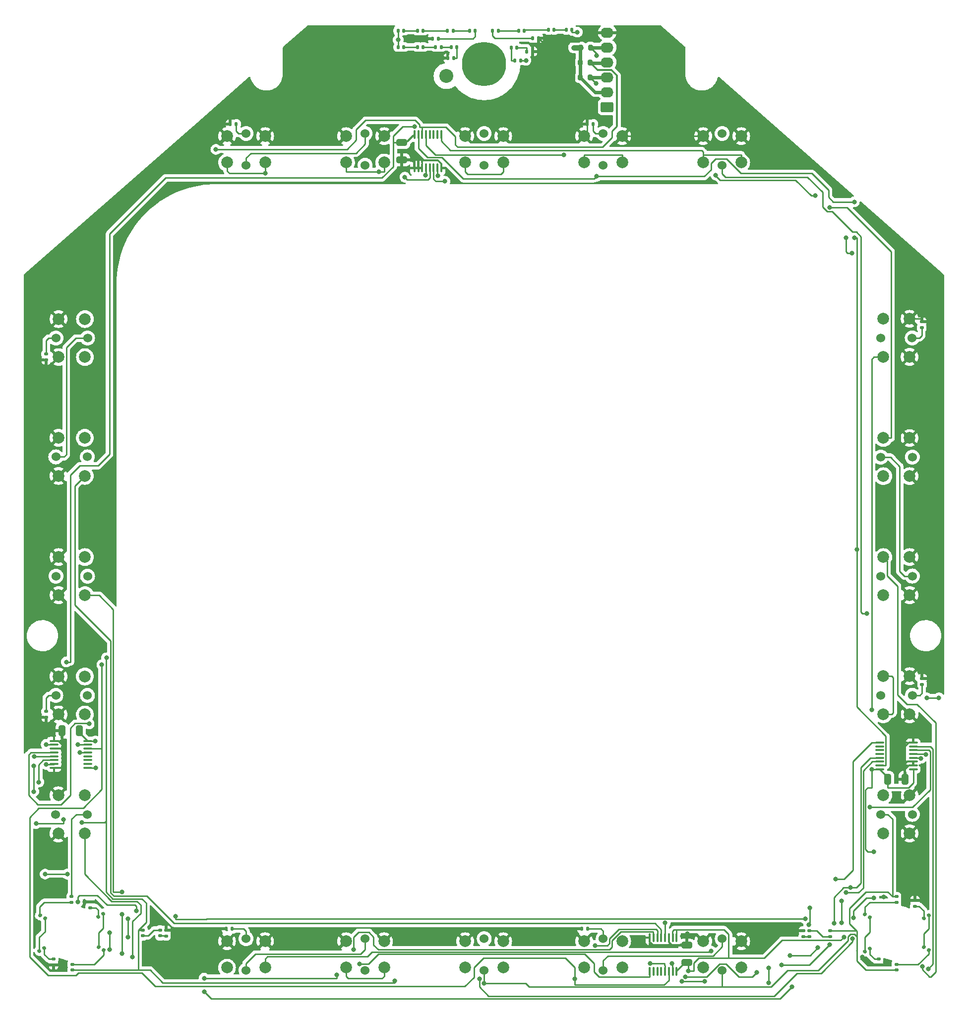
<source format=gbr>
%TF.GenerationSoftware,KiCad,Pcbnew,(6.0.9)*%
%TF.CreationDate,2023-01-21T08:26:38-09:00*%
%TF.ProjectId,DDI,4444492e-6b69-4636-9164-5f7063625858,rev?*%
%TF.SameCoordinates,Original*%
%TF.FileFunction,Copper,L1,Top*%
%TF.FilePolarity,Positive*%
%FSLAX46Y46*%
G04 Gerber Fmt 4.6, Leading zero omitted, Abs format (unit mm)*
G04 Created by KiCad (PCBNEW (6.0.9)) date 2023-01-21 08:26:38*
%MOMM*%
%LPD*%
G01*
G04 APERTURE LIST*
G04 Aperture macros list*
%AMRoundRect*
0 Rectangle with rounded corners*
0 $1 Rounding radius*
0 $2 $3 $4 $5 $6 $7 $8 $9 X,Y pos of 4 corners*
0 Add a 4 corners polygon primitive as box body*
4,1,4,$2,$3,$4,$5,$6,$7,$8,$9,$2,$3,0*
0 Add four circle primitives for the rounded corners*
1,1,$1+$1,$2,$3*
1,1,$1+$1,$4,$5*
1,1,$1+$1,$6,$7*
1,1,$1+$1,$8,$9*
0 Add four rect primitives between the rounded corners*
20,1,$1+$1,$2,$3,$4,$5,0*
20,1,$1+$1,$4,$5,$6,$7,0*
20,1,$1+$1,$6,$7,$8,$9,0*
20,1,$1+$1,$8,$9,$2,$3,0*%
G04 Aperture macros list end*
%TA.AperFunction,SMDPad,CuDef*%
%ADD10RoundRect,0.100000X0.100000X-0.637500X0.100000X0.637500X-0.100000X0.637500X-0.100000X-0.637500X0*%
%TD*%
%TA.AperFunction,SMDPad,CuDef*%
%ADD11RoundRect,0.100000X-0.637500X-0.100000X0.637500X-0.100000X0.637500X0.100000X-0.637500X0.100000X0*%
%TD*%
%TA.AperFunction,SMDPad,CuDef*%
%ADD12RoundRect,0.100000X0.637500X0.100000X-0.637500X0.100000X-0.637500X-0.100000X0.637500X-0.100000X0*%
%TD*%
%TA.AperFunction,SMDPad,CuDef*%
%ADD13RoundRect,0.100000X-0.100000X0.637500X-0.100000X-0.637500X0.100000X-0.637500X0.100000X0.637500X0*%
%TD*%
%TA.AperFunction,SMDPad,CuDef*%
%ADD14RoundRect,0.200000X-0.200000X-0.275000X0.200000X-0.275000X0.200000X0.275000X-0.200000X0.275000X0*%
%TD*%
%TA.AperFunction,SMDPad,CuDef*%
%ADD15RoundRect,0.250000X-0.650000X0.325000X-0.650000X-0.325000X0.650000X-0.325000X0.650000X0.325000X0*%
%TD*%
%TA.AperFunction,SMDPad,CuDef*%
%ADD16RoundRect,0.250000X0.325000X0.650000X-0.325000X0.650000X-0.325000X-0.650000X0.325000X-0.650000X0*%
%TD*%
%TA.AperFunction,SMDPad,CuDef*%
%ADD17RoundRect,0.250000X0.650000X-0.325000X0.650000X0.325000X-0.650000X0.325000X-0.650000X-0.325000X0*%
%TD*%
%TA.AperFunction,SMDPad,CuDef*%
%ADD18RoundRect,0.250000X-0.325000X-0.650000X0.325000X-0.650000X0.325000X0.650000X-0.325000X0.650000X0*%
%TD*%
%TA.AperFunction,SMDPad,CuDef*%
%ADD19RoundRect,0.135000X-0.135000X-0.185000X0.135000X-0.185000X0.135000X0.185000X-0.135000X0.185000X0*%
%TD*%
%TA.AperFunction,SMDPad,CuDef*%
%ADD20RoundRect,0.135000X-0.185000X0.135000X-0.185000X-0.135000X0.185000X-0.135000X0.185000X0.135000X0*%
%TD*%
%TA.AperFunction,SMDPad,CuDef*%
%ADD21RoundRect,0.135000X0.185000X-0.135000X0.185000X0.135000X-0.185000X0.135000X-0.185000X-0.135000X0*%
%TD*%
%TA.AperFunction,SMDPad,CuDef*%
%ADD22RoundRect,0.135000X0.135000X0.185000X-0.135000X0.185000X-0.135000X-0.185000X0.135000X-0.185000X0*%
%TD*%
%TA.AperFunction,SMDPad,CuDef*%
%ADD23RoundRect,0.147500X0.147500X0.172500X-0.147500X0.172500X-0.147500X-0.172500X0.147500X-0.172500X0*%
%TD*%
%TA.AperFunction,SMDPad,CuDef*%
%ADD24RoundRect,0.147500X-0.147500X-0.172500X0.147500X-0.172500X0.147500X0.172500X-0.147500X0.172500X0*%
%TD*%
%TA.AperFunction,SMDPad,CuDef*%
%ADD25RoundRect,0.147500X0.172500X-0.147500X0.172500X0.147500X-0.172500X0.147500X-0.172500X-0.147500X0*%
%TD*%
%TA.AperFunction,SMDPad,CuDef*%
%ADD26RoundRect,0.147500X0.213989X0.075639X-0.041489X0.223139X-0.213989X-0.075639X0.041489X-0.223139X0*%
%TD*%
%TA.AperFunction,SMDPad,CuDef*%
%ADD27RoundRect,0.147500X0.041489X0.223139X-0.213989X0.075639X-0.041489X-0.223139X0.213989X-0.075639X0*%
%TD*%
%TA.AperFunction,SMDPad,CuDef*%
%ADD28RoundRect,0.147500X-0.172500X0.147500X-0.172500X-0.147500X0.172500X-0.147500X0.172500X0.147500X0*%
%TD*%
%TA.AperFunction,SMDPad,CuDef*%
%ADD29RoundRect,0.147500X-0.213989X-0.075639X0.041489X-0.223139X0.213989X0.075639X-0.041489X0.223139X0*%
%TD*%
%TA.AperFunction,SMDPad,CuDef*%
%ADD30RoundRect,0.147500X-0.041489X-0.223139X0.213989X-0.075639X0.041489X0.223139X-0.213989X0.075639X0*%
%TD*%
%TA.AperFunction,ComponentPad*%
%ADD31C,2.000000*%
%TD*%
%TA.AperFunction,ComponentPad*%
%ADD32C,1.524000*%
%TD*%
%TA.AperFunction,WasherPad*%
%ADD33C,2.381250*%
%TD*%
%TA.AperFunction,WasherPad*%
%ADD34C,7.540752*%
%TD*%
%TA.AperFunction,ComponentPad*%
%ADD35RoundRect,0.249999X0.845001X-0.620001X0.845001X0.620001X-0.845001X0.620001X-0.845001X-0.620001X0*%
%TD*%
%TA.AperFunction,ComponentPad*%
%ADD36O,2.190000X1.740000*%
%TD*%
%TA.AperFunction,ViaPad*%
%ADD37C,0.800000*%
%TD*%
%TA.AperFunction,Conductor*%
%ADD38C,0.250000*%
%TD*%
%TA.AperFunction,Conductor*%
%ADD39C,0.304800*%
%TD*%
%TA.AperFunction,Conductor*%
%ADD40C,0.609600*%
%TD*%
%TA.AperFunction,Conductor*%
%ADD41C,0.914400*%
%TD*%
G04 APERTURE END LIST*
D10*
%TO.P,U1,1*%
%TO.N,GND*%
X67214831Y-24874154D03*
%TO.P,U1,2*%
X67864831Y-24874154D03*
%TO.P,U1,3*%
X68514831Y-24874154D03*
%TO.P,U1,4*%
%TO.N,/U1P0*%
X69164831Y-24874154D03*
%TO.P,U1,5*%
%TO.N,/U1P1*%
X69814831Y-24874154D03*
%TO.P,U1,6*%
%TO.N,/U1P2*%
X70464831Y-24874154D03*
%TO.P,U1,7*%
%TO.N,/U1P3*%
X71114831Y-24874154D03*
%TO.P,U1,8*%
%TO.N,GND*%
X71764831Y-24874154D03*
%TO.P,U1,9*%
%TO.N,/U1P4*%
X71764831Y-19149154D03*
%TO.P,U1,10*%
%TO.N,Net-(U1-Pad10)*%
X71114831Y-19149154D03*
%TO.P,U1,11*%
%TO.N,Net-(U1-Pad11)*%
X70464831Y-19149154D03*
%TO.P,U1,12*%
%TO.N,Net-(U1-Pad12)*%
X69814831Y-19149154D03*
%TO.P,U1,13*%
%TO.N,IRQ*%
X69164831Y-19149154D03*
%TO.P,U1,14*%
%TO.N,SCL*%
X68514831Y-19149154D03*
%TO.P,U1,15*%
%TO.N,SDA*%
X67864831Y-19149154D03*
%TO.P,U1,16*%
%TO.N,+5V*%
X67214831Y-19149154D03*
%TD*%
D11*
%TO.P,U2,1*%
%TO.N,GND*%
X5667331Y-122606654D03*
%TO.P,U2,2*%
%TO.N,+5V*%
X5667331Y-123256654D03*
%TO.P,U2,3*%
%TO.N,GND*%
X5667331Y-123906654D03*
%TO.P,U2,4*%
%TO.N,/U2P0*%
X5667331Y-124556654D03*
%TO.P,U2,5*%
%TO.N,/U2P1*%
X5667331Y-125206654D03*
%TO.P,U2,6*%
%TO.N,/U2P2*%
X5667331Y-125856654D03*
%TO.P,U2,7*%
%TO.N,/U2P3*%
X5667331Y-126506654D03*
%TO.P,U2,8*%
%TO.N,GND*%
X5667331Y-127156654D03*
%TO.P,U2,9*%
%TO.N,/U2P4*%
X11392331Y-127156654D03*
%TO.P,U2,10*%
%TO.N,Net-(U2-Pad10)*%
X11392331Y-126506654D03*
%TO.P,U2,11*%
%TO.N,Net-(U2-Pad11)*%
X11392331Y-125856654D03*
%TO.P,U2,12*%
%TO.N,Net-(U2-Pad12)*%
X11392331Y-125206654D03*
%TO.P,U2,13*%
%TO.N,IRQ*%
X11392331Y-124556654D03*
%TO.P,U2,14*%
%TO.N,SCL*%
X11392331Y-123906654D03*
%TO.P,U2,15*%
%TO.N,SDA*%
X11392331Y-123256654D03*
%TO.P,U2,16*%
%TO.N,+5V*%
X11392331Y-122606654D03*
%TD*%
D12*
%TO.P,U3,1*%
%TO.N,+5V*%
X152362331Y-127436054D03*
%TO.P,U3,2*%
%TO.N,GND*%
X152362331Y-126786054D03*
%TO.P,U3,3*%
X152362331Y-126136054D03*
%TO.P,U3,4*%
%TO.N,/U3P0*%
X152362331Y-125486054D03*
%TO.P,U3,5*%
%TO.N,/U3P1*%
X152362331Y-124836054D03*
%TO.P,U3,6*%
%TO.N,/U3P2*%
X152362331Y-124186054D03*
%TO.P,U3,7*%
%TO.N,/U3P3*%
X152362331Y-123536054D03*
%TO.P,U3,8*%
%TO.N,GND*%
X152362331Y-122886054D03*
%TO.P,U3,9*%
%TO.N,/U3P4*%
X146637331Y-122886054D03*
%TO.P,U3,10*%
%TO.N,Net-(U3-Pad10)*%
X146637331Y-123536054D03*
%TO.P,U3,11*%
%TO.N,Net-(U3-Pad11)*%
X146637331Y-124186054D03*
%TO.P,U3,12*%
%TO.N,Net-(U3-Pad12)*%
X146637331Y-124836054D03*
%TO.P,U3,13*%
%TO.N,IRQ*%
X146637331Y-125486054D03*
%TO.P,U3,14*%
%TO.N,SCL*%
X146637331Y-126136054D03*
%TO.P,U3,15*%
%TO.N,SDA*%
X146637331Y-126786054D03*
%TO.P,U3,16*%
%TO.N,+5V*%
X146637331Y-127436054D03*
%TD*%
D13*
%TO.P,U4,1*%
%TO.N,+5V*%
X111947631Y-156156754D03*
%TO.P,U4,2*%
X111297631Y-156156754D03*
%TO.P,U4,3*%
%TO.N,GND*%
X110647631Y-156156754D03*
%TO.P,U4,4*%
%TO.N,/U4P0*%
X109997631Y-156156754D03*
%TO.P,U4,5*%
%TO.N,/U4P1*%
X109347631Y-156156754D03*
%TO.P,U4,6*%
%TO.N,/U4P2*%
X108697631Y-156156754D03*
%TO.P,U4,7*%
%TO.N,/U4P3*%
X108047631Y-156156754D03*
%TO.P,U4,8*%
%TO.N,GND*%
X107397631Y-156156754D03*
%TO.P,U4,9*%
%TO.N,/U4P4*%
X107397631Y-161881754D03*
%TO.P,U4,10*%
%TO.N,Net-(U4-Pad10)*%
X108047631Y-161881754D03*
%TO.P,U4,11*%
%TO.N,Net-(U4-Pad11)*%
X108697631Y-161881754D03*
%TO.P,U4,12*%
%TO.N,Net-(U4-Pad12)*%
X109347631Y-161881754D03*
%TO.P,U4,13*%
%TO.N,IRQ*%
X109997631Y-161881754D03*
%TO.P,U4,14*%
%TO.N,SCL*%
X110647631Y-161881754D03*
%TO.P,U4,15*%
%TO.N,SDA*%
X111297631Y-161881754D03*
%TO.P,U4,16*%
%TO.N,+5V*%
X111947631Y-161881754D03*
%TD*%
D14*
%TO.P,R1,1*%
%TO.N,+5V*%
X95610066Y-4325914D03*
%TO.P,R1,2*%
%TO.N,IRQ*%
X97260066Y-4325914D03*
%TD*%
%TO.P,R2,1*%
%TO.N,+5V*%
X95547066Y-6865914D03*
%TO.P,R2,2*%
%TO.N,SCL*%
X97197066Y-6865914D03*
%TD*%
%TO.P,R3,1*%
%TO.N,+5V*%
X95547066Y-9405914D03*
%TO.P,R3,2*%
%TO.N,SDA*%
X97197066Y-9405914D03*
%TD*%
D15*
%TO.P,C1,1*%
%TO.N,+5V*%
X65044831Y-20536654D03*
%TO.P,C1,2*%
%TO.N,GND*%
X65044831Y-23486654D03*
%TD*%
D16*
%TO.P,C2,1*%
%TO.N,+5V*%
X10004831Y-120817654D03*
%TO.P,C2,2*%
%TO.N,GND*%
X7054831Y-120817654D03*
%TD*%
D17*
%TO.P,C3,1*%
%TO.N,+5V*%
X113685831Y-160392654D03*
%TO.P,C3,2*%
%TO.N,GND*%
X113685831Y-157442654D03*
%TD*%
D18*
%TO.P,C4,1*%
%TO.N,+5V*%
X148024831Y-129136154D03*
%TO.P,C4,2*%
%TO.N,GND*%
X150974831Y-129136154D03*
%TD*%
D19*
%TO.P,R4,1*%
%TO.N,GND*%
X35769331Y-17376154D03*
%TO.P,R4,2*%
%TO.N,Net-(R4-Pad2)*%
X36789331Y-17376154D03*
%TD*%
%TO.P,R5,1*%
%TO.N,GND*%
X96729331Y-17376154D03*
%TO.P,R5,2*%
%TO.N,Net-(R5-Pad2)*%
X97749331Y-17376154D03*
%TD*%
D20*
%TO.P,R6,1*%
%TO.N,GND*%
X153817831Y-51092654D03*
%TO.P,R6,2*%
%TO.N,Net-(R6-Pad2)*%
X153817831Y-52112654D03*
%TD*%
%TO.P,R7,1*%
%TO.N,GND*%
X153881331Y-111925654D03*
%TO.P,R7,2*%
%TO.N,Net-(R7-Pad2)*%
X153881331Y-112945654D03*
%TD*%
D19*
%TO.P,R8,1*%
%TO.N,GND*%
X35070831Y-154663154D03*
%TO.P,R8,2*%
%TO.N,Net-(R8-Pad2)*%
X36090831Y-154663154D03*
%TD*%
%TO.P,R9,1*%
%TO.N,GND*%
X95776831Y-154663154D03*
%TO.P,R9,2*%
%TO.N,Net-(R9-Pad2)*%
X96796831Y-154663154D03*
%TD*%
D21*
%TO.P,R10,1*%
%TO.N,GND*%
X4338831Y-57637154D03*
%TO.P,R10,2*%
%TO.N,Net-(R10-Pad2)*%
X4338831Y-56617154D03*
%TD*%
%TO.P,R11,1*%
%TO.N,GND*%
X4338831Y-118597154D03*
%TO.P,R11,2*%
%TO.N,Net-(R11-Pad2)*%
X4338831Y-117577154D03*
%TD*%
D22*
%TO.P,R12,1*%
%TO.N,Net-(D4-Pad1)*%
X71271831Y-2834654D03*
%TO.P,R12,2*%
%TO.N,GND*%
X70251831Y-2834654D03*
%TD*%
%TO.P,R13,1*%
%TO.N,Net-(D8-Pad1)*%
X73936831Y-6136654D03*
%TO.P,R13,2*%
%TO.N,GND*%
X72916831Y-6136654D03*
%TD*%
D19*
%TO.P,R14,1*%
%TO.N,Net-(D12-Pad1)*%
X87394831Y-2707654D03*
%TO.P,R14,2*%
%TO.N,GND*%
X88414831Y-2707654D03*
%TD*%
%TO.P,R15,1*%
%TO.N,Net-(D14-Pad1)*%
X86378831Y-4993654D03*
%TO.P,R15,2*%
%TO.N,GND*%
X87398831Y-4993654D03*
%TD*%
D20*
%TO.P,R16,1*%
%TO.N,Net-(D19-Pad1)*%
X5608831Y-159804654D03*
%TO.P,R16,2*%
%TO.N,GND*%
X5608831Y-160824654D03*
%TD*%
D21*
%TO.P,R17,1*%
%TO.N,Net-(D22-Pad1)*%
X11831831Y-151045654D03*
%TO.P,R17,2*%
%TO.N,GND*%
X11831831Y-150025654D03*
%TD*%
%TO.P,R18,1*%
%TO.N,Net-(D24-Pad1)*%
X24785831Y-155871654D03*
%TO.P,R18,2*%
%TO.N,GND*%
X24785831Y-154851654D03*
%TD*%
D20*
%TO.P,R19,1*%
%TO.N,Net-(D27-Pad1)*%
X146451831Y-159804654D03*
%TO.P,R19,2*%
%TO.N,GND*%
X146451831Y-160824654D03*
%TD*%
D21*
%TO.P,R20,1*%
%TO.N,Net-(D30-Pad1)*%
X152674831Y-150791654D03*
%TO.P,R20,2*%
%TO.N,GND*%
X152674831Y-149771654D03*
%TD*%
%TO.P,R21,1*%
%TO.N,Net-(D32-Pad1)*%
X133624831Y-155998654D03*
%TO.P,R21,2*%
%TO.N,GND*%
X133624831Y-154978654D03*
%TD*%
D23*
%TO.P,D1,1*%
%TO.N,Net-(D1-Pad1)*%
X65402831Y-1437654D03*
%TO.P,D1,2*%
%TO.N,VCC*%
X64432831Y-1437654D03*
%TD*%
%TO.P,D2,1*%
%TO.N,Net-(D2-Pad1)*%
X68704831Y-1437654D03*
%TO.P,D2,2*%
%TO.N,Net-(D1-Pad1)*%
X67734831Y-1437654D03*
%TD*%
%TO.P,D3,1*%
%TO.N,Net-(D3-Pad1)*%
X73807831Y-1437654D03*
%TO.P,D3,2*%
%TO.N,Net-(D2-Pad1)*%
X72837831Y-1437654D03*
%TD*%
%TO.P,D4,1*%
%TO.N,Net-(D4-Pad1)*%
X77594831Y-1437654D03*
%TO.P,D4,2*%
%TO.N,Net-(D3-Pad1)*%
X76624831Y-1437654D03*
%TD*%
%TO.P,D5,1*%
%TO.N,Net-(D5-Pad1)*%
X65402831Y-4231654D03*
%TO.P,D5,2*%
%TO.N,VCC*%
X64432831Y-4231654D03*
%TD*%
%TO.P,D6,1*%
%TO.N,Net-(D6-Pad1)*%
X68704831Y-4231654D03*
%TO.P,D6,2*%
%TO.N,Net-(D5-Pad1)*%
X67734831Y-4231654D03*
%TD*%
%TO.P,D7,1*%
%TO.N,Net-(D7-Pad1)*%
X71775831Y-4231654D03*
%TO.P,D7,2*%
%TO.N,Net-(D6-Pad1)*%
X70805831Y-4231654D03*
%TD*%
%TO.P,D8,1*%
%TO.N,Net-(D8-Pad1)*%
X74442831Y-4231654D03*
%TO.P,D8,2*%
%TO.N,Net-(D7-Pad1)*%
X73472831Y-4231654D03*
%TD*%
D24*
%TO.P,D9,1*%
%TO.N,Net-(D10-Pad2)*%
X93134831Y-1310654D03*
%TO.P,D9,2*%
%TO.N,VCC*%
X94104831Y-1310654D03*
%TD*%
%TO.P,D10,1*%
%TO.N,Net-(D10-Pad1)*%
X90086831Y-1310654D03*
%TO.P,D10,2*%
%TO.N,Net-(D10-Pad2)*%
X91056831Y-1310654D03*
%TD*%
%TO.P,D11,1*%
%TO.N,Net-(D11-Pad1)*%
X85006831Y-1437654D03*
%TO.P,D11,2*%
%TO.N,Net-(D10-Pad1)*%
X85976831Y-1437654D03*
%TD*%
%TO.P,D12,1*%
%TO.N,Net-(D12-Pad1)*%
X80561831Y-1437654D03*
%TO.P,D12,2*%
%TO.N,Net-(D11-Pad1)*%
X81531831Y-1437654D03*
%TD*%
%TO.P,D13,1*%
%TO.N,Net-(D13-Pad1)*%
X84371831Y-6517654D03*
%TO.P,D13,2*%
%TO.N,VCC*%
X85341831Y-6517654D03*
%TD*%
D23*
%TO.P,D14,1*%
%TO.N,Net-(D14-Pad1)*%
X84706831Y-4358654D03*
%TO.P,D14,2*%
%TO.N,Net-(D13-Pad1)*%
X83736831Y-4358654D03*
%TD*%
D25*
%TO.P,D17,1*%
%TO.N,Net-(D17-Pad1)*%
X8656831Y-150131654D03*
%TO.P,D17,2*%
%TO.N,VCC*%
X8656831Y-149161654D03*
%TD*%
D26*
%TO.P,D18,1*%
%TO.N,Net-(D18-Pad1)*%
X4123853Y-152810154D03*
%TO.P,D18,2*%
%TO.N,Net-(D17-Pad1)*%
X3283809Y-152325154D03*
%TD*%
D27*
%TO.P,D19,1*%
%TO.N,Net-(D19-Pad1)*%
X3996853Y-157913154D03*
%TO.P,D19,2*%
%TO.N,Net-(D18-Pad1)*%
X3156809Y-158398154D03*
%TD*%
D28*
%TO.P,D20,1*%
%TO.N,Net-(D20-Pad1)*%
X8783831Y-160718654D03*
%TO.P,D20,2*%
%TO.N,VCC*%
X8783831Y-161688654D03*
%TD*%
D29*
%TO.P,D21,1*%
%TO.N,Net-(D21-Pad1)*%
X13316809Y-157786154D03*
%TO.P,D21,2*%
%TO.N,Net-(D20-Pad1)*%
X14156853Y-158271154D03*
%TD*%
D30*
%TO.P,D22,1*%
%TO.N,Net-(D22-Pad1)*%
X13189809Y-152556154D03*
%TO.P,D22,2*%
%TO.N,Net-(D21-Pad1)*%
X14029853Y-152071154D03*
%TD*%
D25*
%TO.P,D23,1*%
%TO.N,Net-(D23-Pad1)*%
X20848831Y-155846654D03*
%TO.P,D23,2*%
%TO.N,VCC*%
X20848831Y-154876654D03*
%TD*%
%TO.P,D24,1*%
%TO.N,Net-(D24-Pad1)*%
X23769831Y-155846654D03*
%TO.P,D24,2*%
%TO.N,Net-(D23-Pad1)*%
X23769831Y-154876654D03*
%TD*%
%TO.P,D25,1*%
%TO.N,Net-(D25-Pad1)*%
X149499831Y-150131654D03*
%TO.P,D25,2*%
%TO.N,VCC*%
X149499831Y-149161654D03*
%TD*%
D26*
%TO.P,D26,1*%
%TO.N,Net-(D26-Pad1)*%
X144966853Y-152683154D03*
%TO.P,D26,2*%
%TO.N,Net-(D25-Pad1)*%
X144126809Y-152198154D03*
%TD*%
D27*
%TO.P,D27,1*%
%TO.N,Net-(D27-Pad1)*%
X144966853Y-158040154D03*
%TO.P,D27,2*%
%TO.N,Net-(D26-Pad1)*%
X144126809Y-158525154D03*
%TD*%
D28*
%TO.P,D28,1*%
%TO.N,Net-(D28-Pad1)*%
X149499831Y-160718654D03*
%TO.P,D28,2*%
%TO.N,VCC*%
X149499831Y-161688654D03*
%TD*%
D29*
%TO.P,D29,1*%
%TO.N,Net-(D29-Pad1)*%
X154159809Y-157786154D03*
%TO.P,D29,2*%
%TO.N,Net-(D28-Pad1)*%
X154999853Y-158271154D03*
%TD*%
D30*
%TO.P,D30,1*%
%TO.N,Net-(D30-Pad1)*%
X154159809Y-152810154D03*
%TO.P,D30,2*%
%TO.N,Net-(D29-Pad1)*%
X154999853Y-152325154D03*
%TD*%
D25*
%TO.P,D31,1*%
%TO.N,Net-(D31-Pad1)*%
X138196831Y-155973654D03*
%TO.P,D31,2*%
%TO.N,VCC*%
X138196831Y-155003654D03*
%TD*%
%TO.P,D32,1*%
%TO.N,Net-(D32-Pad1)*%
X134640831Y-155973654D03*
%TO.P,D32,2*%
%TO.N,Net-(D31-Pad1)*%
X134640831Y-155003654D03*
%TD*%
D31*
%TO.P,SW1,1*%
%TO.N,/U1P0*%
X35215706Y-23933554D03*
X41715706Y-23933554D03*
%TO.P,SW1,2*%
%TO.N,GND*%
X35215706Y-19433554D03*
X41715706Y-19433554D03*
D32*
%TO.P,SW1,3*%
%TO.N,Net-(R4-Pad2)*%
X38465706Y-18983554D03*
%TO.P,SW1,4*%
%TO.N,Net-(SW1-Pad4)*%
X38465706Y-24383554D03*
%TD*%
D31*
%TO.P,SW2,1*%
%TO.N,/U1P1*%
X55535706Y-23933554D03*
X62035706Y-23933554D03*
%TO.P,SW2,2*%
%TO.N,GND*%
X55535706Y-19433554D03*
X62035706Y-19433554D03*
D32*
%TO.P,SW2,3*%
%TO.N,Net-(SW1-Pad4)*%
X58785706Y-18983554D03*
%TO.P,SW2,4*%
%TO.N,Net-(SW2-Pad4)*%
X58785706Y-24383554D03*
%TD*%
D31*
%TO.P,SW3,1*%
%TO.N,/U1P2*%
X75855706Y-23933554D03*
X82355706Y-23933554D03*
%TO.P,SW3,2*%
%TO.N,GND*%
X75855706Y-19433554D03*
X82355706Y-19433554D03*
D32*
%TO.P,SW3,3*%
%TO.N,Net-(SW2-Pad4)*%
X79105706Y-18983554D03*
%TO.P,SW3,4*%
%TO.N,VCC*%
X79105706Y-24383554D03*
%TD*%
D31*
%TO.P,SW4,1*%
%TO.N,/U1P3*%
X96175706Y-23933554D03*
X102675706Y-23933554D03*
%TO.P,SW4,2*%
%TO.N,GND*%
X96175706Y-19433554D03*
X102675706Y-19433554D03*
D32*
%TO.P,SW4,3*%
%TO.N,Net-(R5-Pad2)*%
X99425706Y-18983554D03*
%TO.P,SW4,4*%
%TO.N,Net-(SW4-Pad4)*%
X99425706Y-24383554D03*
%TD*%
D31*
%TO.P,SW5,1*%
%TO.N,/U1P4*%
X116495706Y-23933554D03*
X122995706Y-23933554D03*
%TO.P,SW5,2*%
%TO.N,GND*%
X116495706Y-19433554D03*
X122995706Y-19433554D03*
D32*
%TO.P,SW5,3*%
%TO.N,Net-(SW4-Pad4)*%
X119745706Y-18983554D03*
%TO.P,SW5,4*%
%TO.N,VCC*%
X119745706Y-24383554D03*
%TD*%
D31*
%TO.P,SW6,1*%
%TO.N,/U2P0*%
X147238206Y-50599354D03*
X147238206Y-57099354D03*
%TO.P,SW6,2*%
%TO.N,GND*%
X151738206Y-50599354D03*
X151738206Y-57099354D03*
D32*
%TO.P,SW6,3*%
%TO.N,Net-(R6-Pad2)*%
X152188206Y-53849354D03*
%TO.P,SW6,4*%
%TO.N,Net-(SW6-Pad4)*%
X146788206Y-53849354D03*
%TD*%
D31*
%TO.P,SW7,1*%
%TO.N,/U2P1*%
X147260431Y-70932054D03*
X147260431Y-77432054D03*
%TO.P,SW7,2*%
%TO.N,GND*%
X151760431Y-70932054D03*
X151760431Y-77432054D03*
D32*
%TO.P,SW7,3*%
%TO.N,Net-(SW6-Pad4)*%
X152210431Y-74182054D03*
%TO.P,SW7,4*%
%TO.N,Net-(SW7-Pad4)*%
X146810431Y-74182054D03*
%TD*%
D31*
%TO.P,SW8,1*%
%TO.N,/U2P2*%
X147260431Y-91226654D03*
X147260431Y-97726654D03*
%TO.P,SW8,2*%
%TO.N,GND*%
X151760431Y-91226654D03*
X151760431Y-97726654D03*
D32*
%TO.P,SW8,3*%
%TO.N,Net-(SW7-Pad4)*%
X152210431Y-94476654D03*
%TO.P,SW8,4*%
%TO.N,VCC*%
X146810431Y-94476654D03*
%TD*%
D31*
%TO.P,SW9,1*%
%TO.N,/U2P3*%
X147260431Y-111549054D03*
X147260431Y-118049054D03*
%TO.P,SW9,2*%
%TO.N,GND*%
X151760431Y-111549054D03*
X151760431Y-118049054D03*
D32*
%TO.P,SW9,3*%
%TO.N,Net-(R7-Pad2)*%
X152210431Y-114799054D03*
%TO.P,SW9,4*%
%TO.N,Net-(SW10-Pad3)*%
X146810431Y-114799054D03*
%TD*%
D31*
%TO.P,SW10,1*%
%TO.N,/U2P4*%
X147260431Y-131866654D03*
X147260431Y-138366654D03*
%TO.P,SW10,2*%
%TO.N,GND*%
X151760431Y-131866654D03*
X151760431Y-138366654D03*
D32*
%TO.P,SW10,3*%
%TO.N,Net-(SW10-Pad3)*%
X152210431Y-135116654D03*
%TO.P,SW10,4*%
%TO.N,VCC*%
X146810431Y-135116654D03*
%TD*%
D31*
%TO.P,SW11,1*%
%TO.N,/U3P0*%
X35203006Y-161271354D03*
X41703006Y-161271354D03*
%TO.P,SW11,2*%
%TO.N,GND*%
X35203006Y-156771354D03*
X41703006Y-156771354D03*
D32*
%TO.P,SW11,3*%
%TO.N,Net-(R8-Pad2)*%
X38453006Y-156321354D03*
%TO.P,SW11,4*%
%TO.N,Net-(SW11-Pad4)*%
X38453006Y-161721354D03*
%TD*%
D31*
%TO.P,SW12,1*%
%TO.N,/U3P1*%
X55523006Y-161271354D03*
X62023006Y-161271354D03*
%TO.P,SW12,2*%
%TO.N,GND*%
X55523006Y-156771354D03*
X62023006Y-156771354D03*
D32*
%TO.P,SW12,3*%
%TO.N,Net-(SW11-Pad4)*%
X58773006Y-156321354D03*
%TO.P,SW12,4*%
%TO.N,Net-(SW12-Pad4)*%
X58773006Y-161721354D03*
%TD*%
D31*
%TO.P,SW13,1*%
%TO.N,/U3P2*%
X75868406Y-161271354D03*
X82368406Y-161271354D03*
%TO.P,SW13,2*%
%TO.N,GND*%
X75868406Y-156771354D03*
X82368406Y-156771354D03*
D32*
%TO.P,SW13,3*%
%TO.N,Net-(SW12-Pad4)*%
X79118406Y-156321354D03*
%TO.P,SW13,4*%
%TO.N,VCC*%
X79118406Y-161721354D03*
%TD*%
D31*
%TO.P,SW14,1*%
%TO.N,/U3P3*%
X96188406Y-161271354D03*
X102688406Y-161271354D03*
%TO.P,SW14,2*%
%TO.N,GND*%
X96188406Y-156771354D03*
X102688406Y-156771354D03*
D32*
%TO.P,SW14,3*%
%TO.N,Net-(R9-Pad2)*%
X99438406Y-156321354D03*
%TO.P,SW14,4*%
%TO.N,Net-(SW14-Pad4)*%
X99438406Y-161721354D03*
%TD*%
D31*
%TO.P,SW15,1*%
%TO.N,/U3P4*%
X116508406Y-161271354D03*
X123008406Y-161271354D03*
%TO.P,SW15,2*%
%TO.N,GND*%
X116508406Y-156771354D03*
X123008406Y-156771354D03*
D32*
%TO.P,SW15,3*%
%TO.N,Net-(SW14-Pad4)*%
X119758406Y-156321354D03*
%TO.P,SW15,4*%
%TO.N,VCC*%
X119758406Y-161721354D03*
%TD*%
D31*
%TO.P,SW16,1*%
%TO.N,/U4P0*%
X10950206Y-57127154D03*
X10950206Y-50627154D03*
%TO.P,SW16,2*%
%TO.N,GND*%
X6450206Y-57127154D03*
X6450206Y-50627154D03*
D32*
%TO.P,SW16,3*%
%TO.N,Net-(R10-Pad2)*%
X6000206Y-53877154D03*
%TO.P,SW16,4*%
%TO.N,Net-(SW16-Pad4)*%
X11400206Y-53877154D03*
%TD*%
D31*
%TO.P,SW17,1*%
%TO.N,/U4P1*%
X10924806Y-77396354D03*
X10924806Y-70896354D03*
%TO.P,SW17,2*%
%TO.N,GND*%
X6424806Y-77396354D03*
X6424806Y-70896354D03*
D32*
%TO.P,SW17,3*%
%TO.N,Net-(SW16-Pad4)*%
X5974806Y-74146354D03*
%TO.P,SW17,4*%
%TO.N,Net-(SW17-Pad4)*%
X11374806Y-74146354D03*
%TD*%
D31*
%TO.P,SW18,1*%
%TO.N,/U4P2*%
X10950206Y-97741754D03*
X10950206Y-91241754D03*
%TO.P,SW18,2*%
%TO.N,GND*%
X6450206Y-97741754D03*
X6450206Y-91241754D03*
D32*
%TO.P,SW18,3*%
%TO.N,Net-(SW17-Pad4)*%
X6000206Y-94491754D03*
%TO.P,SW18,4*%
%TO.N,VCC*%
X11400206Y-94491754D03*
%TD*%
D31*
%TO.P,SW19,1*%
%TO.N,/U4P3*%
X10934331Y-118087154D03*
X10934331Y-111587154D03*
%TO.P,SW19,2*%
%TO.N,GND*%
X6434331Y-118087154D03*
X6434331Y-111587154D03*
D32*
%TO.P,SW19,3*%
%TO.N,Net-(R11-Pad2)*%
X5984331Y-114837154D03*
%TO.P,SW19,4*%
%TO.N,Net-(SW19-Pad4)*%
X11384331Y-114837154D03*
%TD*%
D31*
%TO.P,SW20,1*%
%TO.N,/U4P4*%
X10899406Y-138381754D03*
X10899406Y-131881754D03*
%TO.P,SW20,2*%
%TO.N,GND*%
X6399406Y-138381754D03*
X6399406Y-131881754D03*
D32*
%TO.P,SW20,3*%
%TO.N,Net-(SW19-Pad4)*%
X5949406Y-135131754D03*
%TO.P,SW20,4*%
%TO.N,VCC*%
X11349406Y-135131754D03*
%TD*%
D33*
%TO.P,SWE1,*%
%TO.N,*%
X72668506Y-9202354D03*
D34*
X79094206Y-7114554D03*
%TD*%
D35*
%TO.P,J1,1*%
%TO.N,VCC*%
X100118066Y-14485914D03*
D36*
%TO.P,J1,2*%
%TO.N,+5V*%
X100118066Y-11945914D03*
%TO.P,J1,3*%
%TO.N,SDA*%
X100118066Y-9405914D03*
%TO.P,J1,4*%
%TO.N,SCL*%
X100118066Y-6865914D03*
%TO.P,J1,5*%
%TO.N,IRQ*%
X100118066Y-4325914D03*
%TO.P,J1,6*%
%TO.N,GND*%
X100118066Y-1785914D03*
%TD*%
D37*
%TO.N,+5V*%
X145647740Y-149406578D03*
X145647740Y-141472478D03*
X7759240Y-109122778D03*
X113945040Y-161808378D03*
X116772340Y-163562478D03*
X2221540Y-131217378D03*
X2221540Y-126854878D03*
X4329640Y-123181378D03*
X67215140Y-17810978D03*
X145299640Y-127436478D03*
X12730640Y-122606478D03*
X94403066Y-4325914D03*
X142185711Y-152792949D03*
X140521361Y-156048737D03*
X112851372Y-163573733D03*
%TO.N,SDA*%
X142709140Y-89901378D03*
X142298440Y-36775078D03*
X142298440Y-30649278D03*
X9729540Y-123256478D03*
X7311240Y-136027678D03*
X2598540Y-136679678D03*
X111194640Y-160543778D03*
X98273353Y-26297707D03*
X98213066Y-10421914D03*
%TO.N,SCL*%
X13832740Y-109610378D03*
X33299240Y-21699678D03*
X140861340Y-148436578D03*
X140136240Y-149886778D03*
X140136240Y-153643578D03*
X131324140Y-159161678D03*
X94588040Y-163219778D03*
X136098066Y-157885914D03*
%TO.N,IRQ*%
X140905140Y-36749678D03*
X141905240Y-39374778D03*
X141649240Y-147615178D03*
X4149340Y-145306978D03*
X7932040Y-145306978D03*
X107443140Y-160543778D03*
X92724240Y-22608378D03*
X10054640Y-124556478D03*
X98273066Y-5721914D03*
X138818066Y-153735914D03*
%TO.N,GND*%
X72046540Y-6136478D03*
X69381540Y-2834478D03*
X10911540Y-150025678D03*
X66880640Y-23486478D03*
X7378066Y-123575914D03*
X7408066Y-124775914D03*
X7468066Y-127025914D03*
X7168066Y-160345914D03*
X7198066Y-161385914D03*
X7238066Y-148115914D03*
X112978066Y-155925914D03*
X113778066Y-155475914D03*
X121778066Y-155225914D03*
X125208066Y-156655914D03*
X126458066Y-156655914D03*
X147338066Y-149225914D03*
X143698066Y-159475914D03*
%TO.N,VCC*%
X144434340Y-100853778D03*
X63830840Y-163517078D03*
X79118140Y-163973778D03*
X10385940Y-136479678D03*
X64433140Y-3031478D03*
X95000840Y-1691478D03*
X86237840Y-6517478D03*
X14615045Y-108420717D03*
%TO.N,/U1P0*%
X41716140Y-25780478D03*
X69090040Y-26079904D03*
%TO.N,/U1P1*%
X61111040Y-25470578D03*
X65574066Y-26423914D03*
%TO.N,/U1P2*%
X72410740Y-27135678D03*
%TO.N,/U1P3*%
X71190240Y-26211978D03*
%TO.N,/U2P0*%
X145253540Y-117324378D03*
X11659240Y-119687578D03*
%TO.N,/U2P1*%
X138058140Y-31572778D03*
X135660240Y-29571578D03*
X118659040Y-26062478D03*
X2329440Y-125281578D03*
%TO.N,/U2P2*%
X3054540Y-129617678D03*
X127669740Y-163837478D03*
X127669740Y-161274990D03*
X153926240Y-161024979D03*
%TO.N,/U2P3*%
X4329640Y-126615178D03*
X9768740Y-150025678D03*
X19747040Y-151565078D03*
X26459040Y-152541478D03*
X133943740Y-152918478D03*
%TO.N,/U2P4*%
X12813240Y-127156478D03*
X18312440Y-156046278D03*
X18312440Y-152918478D03*
%TO.N,/U3P0*%
X117833240Y-158436578D03*
X153700640Y-125561578D03*
%TO.N,/U3P1*%
X154700740Y-115245278D03*
X156753540Y-115245278D03*
X131647640Y-164562578D03*
X31302040Y-163060478D03*
X53923040Y-162460378D03*
X154554808Y-124911578D03*
X31302040Y-165351057D03*
%TO.N,/U3P2*%
X144922640Y-133916678D03*
X78295340Y-163219778D03*
X141978066Y-156295914D03*
%TO.N,/U3P3*%
X125608340Y-162092878D03*
X154926340Y-161474990D03*
X113495119Y-162808478D03*
%TO.N,/U3P4*%
X139117640Y-146182978D03*
X134668840Y-151091278D03*
X134530540Y-153978578D03*
X138108066Y-157350904D03*
X129873940Y-160824979D03*
%TO.N,/U4P0*%
X109997140Y-153643578D03*
%TO.N,/U4P2*%
X17312440Y-148330078D03*
X17312440Y-152211278D03*
X17312440Y-158884378D03*
X98076040Y-157467078D03*
%TO.N,/U4P3*%
X56848240Y-158159278D03*
X15129840Y-158159278D03*
X15129840Y-155321178D03*
%TO.N,/U4P4*%
X57809940Y-160634278D03*
X19037540Y-159484478D03*
%TD*%
D38*
%TO.N,+5V*%
X120845240Y-159642378D02*
X120845240Y-155575978D01*
X120845240Y-155575978D02*
X120051540Y-154782278D01*
X120051540Y-154782278D02*
X111947140Y-154782278D01*
X111947140Y-154782278D02*
X111547140Y-154782278D01*
X111547140Y-154782278D02*
X111297140Y-155032278D01*
X111297140Y-155032278D02*
X111297140Y-156156778D01*
X113945040Y-161808378D02*
X114912240Y-161808378D01*
X114912240Y-161808378D02*
X114912240Y-160436078D01*
X114912240Y-160436078D02*
X115705940Y-159642378D01*
X115705940Y-159642378D02*
X120845240Y-159642378D01*
X67215140Y-17810978D02*
X65177640Y-17810978D01*
X65177640Y-17810978D02*
X63590140Y-19398478D01*
X63590140Y-19398478D02*
X63590140Y-20536478D01*
X111947140Y-156156778D02*
X111947140Y-154782278D01*
X145299640Y-130541378D02*
X144594440Y-130541378D01*
X144594440Y-130541378D02*
X144197540Y-130938278D01*
X144197540Y-130938278D02*
X144197540Y-141075578D01*
X144197540Y-141075578D02*
X144594440Y-141472478D01*
X144594440Y-141472478D02*
X145647740Y-141472478D01*
X65045140Y-20536478D02*
X63590140Y-20536478D01*
X146637640Y-127436478D02*
X145299640Y-127436478D01*
X148025140Y-129136478D02*
X148025140Y-130541378D01*
X145299640Y-127436478D02*
X145299640Y-130541378D01*
X148025140Y-130541378D02*
X151568940Y-130541378D01*
X151568940Y-130541378D02*
X152362640Y-129747578D01*
X152362640Y-129747578D02*
X152362640Y-127436478D01*
X113686140Y-160392678D02*
X113695040Y-160392678D01*
X113695040Y-160392678D02*
X113945040Y-160642678D01*
X113945040Y-160642678D02*
X113945040Y-161808378D01*
X2221540Y-126854878D02*
X2221540Y-131217378D01*
X11392640Y-122606478D02*
X12730640Y-122606478D01*
X4329640Y-123181378D02*
X4329640Y-123256478D01*
X4329640Y-123256478D02*
X5667640Y-123256478D01*
D39*
X65045140Y-20536478D02*
X65827140Y-20536478D01*
X65827140Y-20536478D02*
X67215140Y-19149478D01*
X11392140Y-122606478D02*
X10005140Y-121219478D01*
X10005140Y-121219478D02*
X10005140Y-120817478D01*
X113686140Y-160392678D02*
X113437140Y-160392678D01*
X113437140Y-160392678D02*
X111947140Y-161881778D01*
X148025140Y-129136478D02*
X148025140Y-128823478D01*
X148025140Y-128823478D02*
X146637140Y-127436478D01*
D38*
X24730204Y-26550914D02*
X61672604Y-26550914D01*
X15155066Y-36126052D02*
X24730204Y-26550914D01*
X15155066Y-73674552D02*
X15155066Y-36126052D01*
X13177140Y-75652478D02*
X15155066Y-73674552D01*
X10061140Y-75652478D02*
X13177140Y-75652478D01*
X63590140Y-24633378D02*
X63590140Y-20536478D01*
X8473640Y-77239978D02*
X10061140Y-75652478D01*
X61672604Y-26550914D02*
X63590140Y-24633378D01*
X8473640Y-109122778D02*
X8473640Y-77239978D01*
X7759240Y-109122778D02*
X8473640Y-109122778D01*
D40*
X98087066Y-11945914D02*
X95547066Y-9405914D01*
X100118066Y-11945914D02*
X98087066Y-11945914D01*
X95547066Y-9405914D02*
X95547066Y-6865914D01*
X95547066Y-4388914D02*
X95610066Y-4325914D01*
X95547066Y-6865914D02*
X95547066Y-4388914D01*
D41*
X95610066Y-4325914D02*
X94403066Y-4325914D01*
D38*
X144339240Y-149406578D02*
X142185711Y-151560107D01*
X142185711Y-151560107D02*
X142185711Y-152792949D01*
X145647740Y-149406578D02*
X144339240Y-149406578D01*
X139972388Y-156597710D02*
X140521361Y-156048737D01*
X120845240Y-159642378D02*
X126933140Y-159642378D01*
X126933140Y-159642378D02*
X129977808Y-156597710D01*
X129977808Y-156597710D02*
X139972388Y-156597710D01*
X112862627Y-163562478D02*
X112851372Y-163573733D01*
X116772340Y-163562478D02*
X112862627Y-163562478D01*
%TO.N,SDA*%
X142709140Y-36775078D02*
X142298440Y-36775078D01*
X142709140Y-36775078D02*
X142709140Y-89901378D01*
X142709140Y-89901378D02*
X142709140Y-116809078D01*
X142709140Y-116809078D02*
X147700640Y-121800578D01*
X147700640Y-121800578D02*
X147700640Y-126786478D01*
X147700640Y-126786478D02*
X146637640Y-126786478D01*
X9729540Y-123256478D02*
X11392640Y-123256478D01*
X2598540Y-136679678D02*
X7311240Y-136679678D01*
X7311240Y-136679678D02*
X7311240Y-136027678D01*
X111194640Y-160543778D02*
X111297140Y-160543778D01*
X111297140Y-160543778D02*
X111297140Y-161881778D01*
X137889340Y-28641878D02*
X135036376Y-25788914D01*
X122950976Y-25788914D02*
X120458440Y-23296378D01*
X116694711Y-26297707D02*
X98273353Y-26297707D01*
X120458440Y-23296378D02*
X118615040Y-23296378D01*
X118615040Y-23296378D02*
X117821240Y-24090078D01*
X117821240Y-25171178D02*
X116694711Y-26297707D01*
X135036376Y-25788914D02*
X122950976Y-25788914D01*
X67865140Y-19148978D02*
X67865140Y-21494578D01*
X69452640Y-23082078D02*
X71922540Y-23082078D01*
X67865140Y-21494578D02*
X69452640Y-23082078D01*
X71922540Y-23082078D02*
X75538168Y-26697706D01*
X75538168Y-26697706D02*
X97873354Y-26697706D01*
X97873354Y-26697706D02*
X98273353Y-26297707D01*
X138683040Y-30649278D02*
X137889340Y-29855478D01*
X142298440Y-30649278D02*
X138683040Y-30649278D01*
X117821240Y-24090078D02*
X117821240Y-25171178D01*
X137889340Y-29855478D02*
X137889340Y-28641878D01*
D39*
X98213066Y-10421914D02*
X97197066Y-9405914D01*
D40*
X97197066Y-9405914D02*
X100118066Y-9405914D01*
D38*
%TO.N,SCL*%
X33299240Y-21699678D02*
X55692640Y-21699678D01*
X55692640Y-21699678D02*
X57280140Y-20112178D01*
X57280140Y-20112178D02*
X57280140Y-18296378D01*
X57280140Y-18296378D02*
X58867640Y-16708878D01*
X58867640Y-16708878D02*
X67296340Y-16708878D01*
X67296340Y-16708878D02*
X68090040Y-17502678D01*
X68090040Y-17502678D02*
X68090040Y-17896378D01*
X68090040Y-17896378D02*
X68515140Y-17896378D01*
X74184140Y-20898078D02*
X74184140Y-19483878D01*
X74184140Y-19483878D02*
X72596640Y-17896378D01*
X72596640Y-17896378D02*
X68515140Y-17896378D01*
X13832740Y-109610378D02*
X13832740Y-123906478D01*
X11392640Y-123906478D02*
X13832740Y-123906478D01*
X101767240Y-17690778D02*
X100932140Y-18525878D01*
X100932140Y-18525878D02*
X100932140Y-19707478D01*
X100932140Y-19707478D02*
X99344640Y-21294978D01*
X99344640Y-21294978D02*
X74581040Y-21294978D01*
X74581040Y-21294978D02*
X74184140Y-20898078D01*
X68515140Y-17896378D02*
X68515140Y-19148978D01*
X140861340Y-148436578D02*
X143026840Y-148436578D01*
X143026840Y-148436578D02*
X143820540Y-147642778D01*
X143820540Y-147642778D02*
X143820540Y-127723978D01*
X143820540Y-127723978D02*
X145408040Y-126136478D01*
X145408040Y-126136478D02*
X146637640Y-126136478D01*
X140136240Y-153643578D02*
X140136240Y-149886778D01*
X94588040Y-163219778D02*
X94588040Y-164185578D01*
X94588040Y-164185578D02*
X109853440Y-164185578D01*
X109853440Y-164185578D02*
X110647140Y-163391778D01*
X110647140Y-163391778D02*
X110647140Y-161881778D01*
D39*
X101767240Y-9101340D02*
X100837814Y-8171914D01*
X101767240Y-17690778D02*
X101767240Y-9101340D01*
X98503066Y-8171914D02*
X97197066Y-6865914D01*
X100837814Y-8171914D02*
X98503066Y-8171914D01*
D40*
X97327867Y-6996715D02*
X99987265Y-6996715D01*
X97197066Y-6865914D02*
X97327867Y-6996715D01*
X99987265Y-6996715D02*
X100118066Y-6865914D01*
D38*
X134822302Y-159161678D02*
X136098066Y-157885914D01*
X131324140Y-159161678D02*
X134822302Y-159161678D01*
X10657740Y-134044678D02*
X13832740Y-130869678D01*
X3083940Y-134044678D02*
X10657740Y-134044678D01*
X13832740Y-130869678D02*
X13832740Y-123906478D01*
X1496440Y-135632178D02*
X3083940Y-134044678D01*
X1496440Y-159444178D02*
X1496440Y-135632178D01*
X77381740Y-161222178D02*
X77381740Y-162883078D01*
X4652262Y-162600000D02*
X1496440Y-159444178D01*
X78969240Y-159634678D02*
X77381740Y-161222178D01*
X9861312Y-162138688D02*
X9400000Y-162600000D01*
X77381740Y-162883078D02*
X75794240Y-164470578D01*
X94588040Y-163219778D02*
X94588040Y-161222178D01*
X75794240Y-164470578D02*
X22985540Y-164470578D01*
X22985540Y-164470578D02*
X20653650Y-162138688D01*
X94588040Y-161222178D02*
X93000540Y-159634678D01*
X20653650Y-162138688D02*
X9861312Y-162138688D01*
X93000540Y-159634678D02*
X78969240Y-159634678D01*
X9400000Y-162600000D02*
X4652262Y-162600000D01*
%TO.N,IRQ*%
X141905240Y-39374778D02*
X141155140Y-39374778D01*
X141155140Y-39374778D02*
X140905140Y-39124778D01*
X140905140Y-39124778D02*
X140905140Y-36749678D01*
X7932040Y-145306978D02*
X4149340Y-145306978D01*
X107443140Y-160543778D02*
X109888440Y-160543778D01*
X109888440Y-160543778D02*
X109888440Y-160891878D01*
X109888440Y-160891878D02*
X109997140Y-160891878D01*
X109997140Y-160891878D02*
X109997140Y-161881778D01*
X141649240Y-147615178D02*
X142649840Y-147615178D01*
X142649840Y-147615178D02*
X143443540Y-146821478D01*
X143443540Y-146821478D02*
X143443540Y-127073978D01*
X143443540Y-127073978D02*
X145031040Y-125486478D01*
X145031040Y-125486478D02*
X146637640Y-125486478D01*
X69165140Y-19148978D02*
X69165140Y-21020878D01*
X69165140Y-21020878D02*
X70752640Y-22608378D01*
X70752640Y-22608378D02*
X92724240Y-22608378D01*
X10054640Y-124556478D02*
X11392640Y-124556478D01*
D40*
X97260066Y-4325914D02*
X100118066Y-4325914D01*
D39*
X98273066Y-5338914D02*
X97260066Y-4325914D01*
X98273066Y-5721914D02*
X98273066Y-5338914D01*
D38*
X141649240Y-147615178D02*
X140468240Y-147615178D01*
X140468240Y-147615178D02*
X138818066Y-149265352D01*
X138818066Y-149265352D02*
X138818066Y-153735914D01*
%TO.N,GND*%
X67865140Y-23486478D02*
X68515140Y-23486478D01*
X68515140Y-23486478D02*
X68515140Y-24873978D01*
X67865140Y-23486478D02*
X67865140Y-24873978D01*
X67215140Y-23486478D02*
X67865140Y-23486478D01*
X67215140Y-23486478D02*
X67215140Y-24873978D01*
X87399140Y-6037278D02*
X87399140Y-4993478D01*
X102676140Y-19433478D02*
X116496140Y-19433478D01*
X88415140Y-6037278D02*
X87399140Y-6037278D01*
X88415140Y-6037278D02*
X88415140Y-2707478D01*
X35071140Y-154851678D02*
X35071140Y-154663178D01*
X35203140Y-154851678D02*
X35071140Y-154851678D01*
X72046540Y-6136478D02*
X72917140Y-6136478D01*
X69381540Y-2834478D02*
X70252140Y-2834478D01*
X6450140Y-57127478D02*
X5940140Y-57637478D01*
X96176140Y-19433478D02*
X96729140Y-18880478D01*
X96729140Y-18880478D02*
X96729140Y-17376478D01*
X35216140Y-19433478D02*
X35769140Y-18880478D01*
X151738140Y-50599478D02*
X153818140Y-50599478D01*
X153818140Y-50599478D02*
X153818140Y-51092478D01*
X66880640Y-23486478D02*
X67215140Y-23486478D01*
D39*
X68515140Y-23486478D02*
X67865140Y-23486478D01*
X67865140Y-23486478D02*
X67215140Y-23486478D01*
X67215140Y-23486478D02*
X66880640Y-23486478D01*
X65045140Y-23486478D02*
X66880640Y-23486478D01*
D40*
X65045140Y-23486478D02*
X65827140Y-23486478D01*
D39*
X68588151Y-23559489D02*
X68515140Y-23486478D01*
X71765140Y-24874478D02*
X71765140Y-24146478D01*
X71177262Y-23559489D02*
X68588151Y-23559489D01*
X71765140Y-24146478D02*
X71177262Y-23559489D01*
X96893840Y-1785914D02*
X95369840Y-3309914D01*
X100118066Y-1785914D02*
X96893840Y-1785914D01*
X89017091Y-3309914D02*
X88414831Y-2707654D01*
X95369840Y-3309914D02*
X89017091Y-3309914D01*
X7047326Y-123906654D02*
X7378066Y-123575914D01*
X5667331Y-123906654D02*
X7047326Y-123906654D01*
X6408806Y-122606654D02*
X5667331Y-122606654D01*
X7378066Y-123575914D02*
X6408806Y-122606654D01*
X7337326Y-127156654D02*
X5667331Y-127156654D01*
X7468066Y-127025914D02*
X7337326Y-127156654D01*
X111196031Y-157442654D02*
X110647631Y-156894254D01*
X110647631Y-156894254D02*
X110647631Y-156156754D01*
X113685831Y-157442654D02*
X111196031Y-157442654D01*
X107397631Y-156894254D02*
X107397631Y-156156754D01*
X107946031Y-157442654D02*
X107397631Y-156894254D01*
X113685831Y-157442654D02*
X107946031Y-157442654D01*
X150974831Y-127436054D02*
X151624831Y-126786054D01*
X151624831Y-126786054D02*
X152362331Y-126786054D01*
X150974831Y-129136154D02*
X150974831Y-127436054D01*
X150974831Y-127436054D02*
X150974831Y-126519149D01*
X151357926Y-126136054D02*
X152362331Y-126136054D01*
X150974831Y-126519149D02*
X151357926Y-126136054D01*
X151624831Y-122886054D02*
X152362331Y-122886054D01*
X150974831Y-123536054D02*
X151624831Y-122886054D01*
X150974831Y-126519149D02*
X150974831Y-123536054D01*
D38*
%TO.N,Net-(D1-Pad1)*%
X65403140Y-1437478D02*
X67735140Y-1437478D01*
%TO.N,Net-(D10-Pad2)*%
X93135140Y-1310478D02*
X91057140Y-1310478D01*
%TO.N,VCC*%
X20037640Y-161688678D02*
X20037640Y-154876678D01*
X146810140Y-135116478D02*
X148021740Y-135116478D01*
X148021740Y-135116478D02*
X148815440Y-135910178D01*
X148815440Y-135910178D02*
X148815440Y-149161678D01*
X148815440Y-149161678D02*
X149500140Y-149161678D01*
X79118140Y-163973778D02*
X86202840Y-163973778D01*
X86202840Y-163973778D02*
X86791640Y-164562578D01*
X86791640Y-164562578D02*
X119758140Y-164562578D01*
X63830840Y-163517078D02*
X63830840Y-163865178D01*
X63830840Y-163865178D02*
X24252940Y-163865178D01*
X24252940Y-163865178D02*
X22076340Y-161688678D01*
X22076340Y-161688678D02*
X20037640Y-161688678D01*
X20037640Y-161688678D02*
X8784140Y-161688678D01*
X10385940Y-136479678D02*
X14307840Y-136479678D01*
X14307840Y-136479678D02*
X14557840Y-136229678D01*
X14557840Y-136229678D02*
X14557840Y-135725678D01*
X138197140Y-155003678D02*
X142688240Y-155003678D01*
X119758140Y-161721378D02*
X119758140Y-164562578D01*
X79118140Y-163973778D02*
X79118140Y-161721378D01*
X20037640Y-154876678D02*
X20849140Y-154876678D01*
X8657140Y-135925478D02*
X8657140Y-149161678D01*
X11349140Y-135131778D02*
X9450940Y-135131778D01*
X9450940Y-135131778D02*
X8657140Y-135925478D01*
X64433140Y-3031478D02*
X64433140Y-1437478D01*
X86237840Y-6517478D02*
X85342140Y-6517478D01*
X95000840Y-1691478D02*
X94105140Y-1691478D01*
X94105140Y-1691478D02*
X94105140Y-1310478D01*
X64433140Y-3031478D02*
X64433140Y-4231478D01*
X143684240Y-100853778D02*
X144434340Y-100853778D01*
X142640540Y-35796378D02*
X143434240Y-36590078D01*
X138523340Y-32318578D02*
X142001140Y-35796378D01*
X137703740Y-32318578D02*
X138523340Y-32318578D01*
X136909940Y-31524778D02*
X137703740Y-32318578D01*
X143434240Y-100603778D02*
X143684240Y-100853778D01*
X136909940Y-29018878D02*
X136909940Y-31524778D01*
X134314976Y-26423914D02*
X136909940Y-29018878D01*
X143434240Y-36590078D02*
X143434240Y-100603778D01*
X120326176Y-26423914D02*
X134314976Y-26423914D01*
X142001140Y-35796378D02*
X142640540Y-35796378D01*
X119746140Y-25843878D02*
X120326176Y-26423914D01*
X119746140Y-24383478D02*
X119746140Y-25843878D01*
X21402140Y-153512178D02*
X20037640Y-154876678D01*
X15692355Y-149505189D02*
X20681451Y-149505189D01*
X21402140Y-150225878D02*
X21402140Y-153512178D01*
X14557840Y-135725678D02*
X14557840Y-148370674D01*
X14557840Y-148370674D02*
X15692355Y-149505189D01*
X14557840Y-108477922D02*
X14615045Y-108420717D01*
X14557840Y-135725678D02*
X14557840Y-108477922D01*
X20681451Y-149505189D02*
X21402140Y-150225878D01*
X144273040Y-148370578D02*
X148024340Y-148370578D01*
X141460710Y-151182908D02*
X144273040Y-148370578D01*
X141460710Y-153776148D02*
X141460710Y-151182908D01*
X142688240Y-155003678D02*
X141460710Y-153776148D01*
X148024340Y-148370578D02*
X148815440Y-149161678D01*
X142733068Y-160146006D02*
X144275740Y-161688678D01*
X142688240Y-158368478D02*
X142733068Y-158323650D01*
X144275740Y-161688678D02*
X149500140Y-161688678D01*
X142733068Y-158323650D02*
X142733068Y-155048506D01*
X142326068Y-155570912D02*
X141630064Y-155570912D01*
X142733068Y-155977912D02*
X142326068Y-155570912D01*
X141253064Y-155947912D02*
X141253064Y-156617912D01*
X141253064Y-156617912D02*
X136113609Y-161757367D01*
X136113609Y-161757367D02*
X130926551Y-161757367D01*
X128121340Y-164562578D02*
X119758140Y-164562578D01*
X130926551Y-161757367D02*
X128121340Y-164562578D01*
X142733068Y-158413306D02*
X142733068Y-158413306D01*
X142733068Y-155048506D02*
X142688240Y-155003678D01*
X141630064Y-155570912D02*
X141253064Y-155947912D01*
X142688240Y-158368478D02*
X142733068Y-158413306D01*
X142733068Y-158323650D02*
X142733068Y-155977912D01*
X142733068Y-158413306D02*
X142733068Y-160146006D01*
%TO.N,Net-(D2-Pad1)*%
X68705140Y-1437478D02*
X72838140Y-1437478D01*
%TO.N,Net-(D3-Pad1)*%
X73808140Y-1437478D02*
X76625140Y-1437478D01*
%TO.N,Net-(D4-Pad1)*%
X77595140Y-1437478D02*
X77595140Y-2437578D01*
X77595140Y-2437578D02*
X77198240Y-2834478D01*
X77198240Y-2834478D02*
X71272140Y-2834478D01*
%TO.N,Net-(D5-Pad1)*%
X65403140Y-4231478D02*
X67735140Y-4231478D01*
%TO.N,Net-(D6-Pad1)*%
X68705140Y-4231478D02*
X70806140Y-4231478D01*
%TO.N,Net-(D7-Pad1)*%
X71776140Y-4231478D02*
X73473140Y-4231478D01*
%TO.N,Net-(D8-Pad1)*%
X74443140Y-4231478D02*
X74443140Y-6136478D01*
X74443140Y-6136478D02*
X73937140Y-6136478D01*
%TO.N,Net-(D10-Pad1)*%
X90087140Y-1310478D02*
X85977140Y-1310478D01*
X85977140Y-1310478D02*
X85977140Y-1437478D01*
%TO.N,Net-(D11-Pad1)*%
X85007140Y-1437478D02*
X81532140Y-1437478D01*
%TO.N,Net-(D12-Pad1)*%
X80562140Y-1437478D02*
X80562140Y-2310578D01*
X80562140Y-2310578D02*
X80959040Y-2707478D01*
X80959040Y-2707478D02*
X87395140Y-2707478D01*
%TO.N,Net-(D13-Pad1)*%
X84372140Y-6517478D02*
X83737140Y-6517478D01*
X83737140Y-6517478D02*
X83737140Y-4358478D01*
%TO.N,Net-(D14-Pad1)*%
X84707140Y-4358478D02*
X86379140Y-4358478D01*
X86379140Y-4358478D02*
X86379140Y-4993478D01*
%TO.N,Net-(D17-Pad1)*%
X3284140Y-152325178D02*
X3230440Y-152325178D01*
X3230440Y-152325178D02*
X3230440Y-150925378D01*
X3230440Y-150925378D02*
X4024140Y-150131678D01*
X4024140Y-150131678D02*
X8657140Y-150131678D01*
%TO.N,Net-(D18-Pad1)*%
X4124140Y-152810178D02*
X4124140Y-155120678D01*
X4124140Y-155120678D02*
X3157140Y-156087678D01*
X3157140Y-156087678D02*
X3157140Y-158398178D01*
%TO.N,Net-(D19-Pad1)*%
X3997140Y-157913178D02*
X3997140Y-159010878D01*
X3997140Y-159010878D02*
X4790940Y-159804678D01*
X4790940Y-159804678D02*
X5609140Y-159804678D01*
%TO.N,Net-(D20-Pad1)*%
X8784140Y-160718678D02*
X12569640Y-160718678D01*
X12569640Y-160718678D02*
X14157140Y-159131178D01*
X14157140Y-159131178D02*
X14157140Y-158271178D01*
%TO.N,Net-(D21-Pad1)*%
X13317140Y-157786178D02*
X13317140Y-155285178D01*
X13317140Y-155285178D02*
X14030140Y-154572178D01*
X14030140Y-154572178D02*
X14030140Y-152071178D01*
%TO.N,Net-(D22-Pad1)*%
X11832140Y-151045678D02*
X12793240Y-151045678D01*
X12793240Y-151045678D02*
X13190140Y-151442578D01*
X13190140Y-151442578D02*
X13190140Y-152556178D01*
%TO.N,Net-(D23-Pad1)*%
X23770140Y-154876678D02*
X22709140Y-154876678D01*
X22709140Y-154876678D02*
X21739140Y-155846678D01*
X21739140Y-155846678D02*
X20849140Y-155846678D01*
%TO.N,Net-(D24-Pad1)*%
X23770140Y-155846678D02*
X24786140Y-155846678D01*
X24786140Y-155846678D02*
X24786140Y-155871678D01*
%TO.N,Net-(D25-Pad1)*%
X149500140Y-150131678D02*
X144920840Y-150131678D01*
X144920840Y-150131678D02*
X144127140Y-150925378D01*
X144127140Y-150925378D02*
X144127140Y-152198178D01*
%TO.N,Net-(D26-Pad1)*%
X144967140Y-152683178D02*
X144967140Y-155184178D01*
X144967140Y-155184178D02*
X144127140Y-156024178D01*
X144127140Y-156024178D02*
X144127140Y-158525178D01*
%TO.N,Net-(D27-Pad1)*%
X144967140Y-158040178D02*
X144967140Y-159010878D01*
X144967140Y-159010878D02*
X145760940Y-159804678D01*
X145760940Y-159804678D02*
X146452140Y-159804678D01*
%TO.N,Net-(D28-Pad1)*%
X155000140Y-158919777D02*
X155000140Y-158271178D01*
X153201239Y-160718678D02*
X155000140Y-158919777D01*
X149500140Y-160718678D02*
X153201239Y-160718678D01*
%TO.N,Net-(D29-Pad1)*%
X154160140Y-157786178D02*
X154160140Y-155475678D01*
X154160140Y-155475678D02*
X155000140Y-154635678D01*
X155000140Y-154635678D02*
X155000140Y-152325178D01*
%TO.N,Net-(D30-Pad1)*%
X154160140Y-152810178D02*
X154160140Y-151585378D01*
X154160140Y-151585378D02*
X153366340Y-150791678D01*
X153366340Y-150791678D02*
X152675140Y-150791678D01*
%TO.N,Net-(D31-Pad1)*%
X138197140Y-155973678D02*
X136904140Y-155973678D01*
X136904140Y-155973678D02*
X135934140Y-155003678D01*
X135934140Y-155003678D02*
X134641140Y-155003678D01*
%TO.N,Net-(D32-Pad1)*%
X134641140Y-155973678D02*
X133625140Y-155973678D01*
X133625140Y-155973678D02*
X133625140Y-155998678D01*
%TO.N,Net-(R4-Pad2)*%
X38466140Y-18983478D02*
X37186040Y-18983478D01*
X37186040Y-18983478D02*
X36789140Y-18586578D01*
X36789140Y-18586578D02*
X36789140Y-17376478D01*
%TO.N,Net-(R5-Pad2)*%
X99426140Y-18983478D02*
X98146040Y-18983478D01*
X98146040Y-18983478D02*
X97749140Y-18586578D01*
X97749140Y-18586578D02*
X97749140Y-17376478D01*
%TO.N,Net-(R6-Pad2)*%
X152188140Y-53849478D02*
X153421240Y-53849478D01*
X153421240Y-53849478D02*
X153818140Y-53452578D01*
X153818140Y-53452578D02*
X153818140Y-52112478D01*
%TO.N,Net-(R7-Pad2)*%
X152210140Y-114799478D02*
X153484240Y-114799478D01*
X153484240Y-114799478D02*
X153881140Y-114402578D01*
X153881140Y-114402578D02*
X153881140Y-112945478D01*
%TO.N,Net-(R8-Pad2)*%
X36091140Y-154663178D02*
X38056240Y-154663178D01*
X38056240Y-154663178D02*
X38453140Y-155060078D01*
X38453140Y-155060078D02*
X38453140Y-156321378D01*
%TO.N,Net-(R9-Pad2)*%
X96797140Y-154663178D02*
X99041240Y-154663178D01*
X99041240Y-154663178D02*
X99438140Y-155060078D01*
X99438140Y-155060078D02*
X99438140Y-156321378D01*
%TO.N,Net-(R10-Pad2)*%
X6000140Y-53877478D02*
X4736040Y-53877478D01*
X4736040Y-53877478D02*
X4339140Y-54274378D01*
X4339140Y-54274378D02*
X4339140Y-56617478D01*
%TO.N,Net-(R11-Pad2)*%
X5984140Y-114837478D02*
X4736040Y-114837478D01*
X4736040Y-114837478D02*
X4339140Y-115234378D01*
X4339140Y-115234378D02*
X4339140Y-117577478D01*
%TO.N,Net-(SW1-Pad4)*%
X38466140Y-24383478D02*
X38466140Y-23136278D01*
X38466140Y-23136278D02*
X39259940Y-22342578D01*
X39259940Y-22342578D02*
X57198640Y-22342578D01*
X57198640Y-22342578D02*
X58786140Y-20755078D01*
X58786140Y-20755078D02*
X58786140Y-18983478D01*
%TO.N,/U1P0*%
X41716140Y-25780478D02*
X35613040Y-25780478D01*
X35613040Y-25780478D02*
X35216140Y-25383578D01*
X35216140Y-25383578D02*
X35216140Y-23933478D01*
X41716140Y-25780478D02*
X41716140Y-23933478D01*
X69165140Y-24873978D02*
X69165140Y-26004804D01*
X69165140Y-26004804D02*
X69090040Y-26079904D01*
%TO.N,/U1P1*%
X61111040Y-25470578D02*
X55536140Y-25470578D01*
X55536140Y-25470578D02*
X55536140Y-23933478D01*
X61111040Y-25470578D02*
X62036140Y-25470578D01*
X62036140Y-25470578D02*
X62036140Y-23933478D01*
X65974065Y-26823913D02*
X65574066Y-26423914D01*
X69815140Y-26540178D02*
X69531405Y-26823913D01*
X69815140Y-24873978D02*
X69815140Y-26540178D01*
X69531405Y-26823913D02*
X65974065Y-26823913D01*
%TO.N,/U1P2*%
X75856140Y-23933478D02*
X75856140Y-25529278D01*
X75856140Y-25529278D02*
X76253040Y-25926178D01*
X76253040Y-25926178D02*
X81959240Y-25926178D01*
X81959240Y-25926178D02*
X82356140Y-25529278D01*
X82356140Y-25529278D02*
X82356140Y-23933478D01*
X72410740Y-27135678D02*
X70862040Y-27135678D01*
X70862040Y-27135678D02*
X70465140Y-26738778D01*
X70465140Y-26738778D02*
X70465140Y-24873978D01*
%TO.N,/U1P3*%
X96176140Y-23933478D02*
X96176140Y-22608378D01*
X96176140Y-22608378D02*
X102676140Y-22608378D01*
X102676140Y-22608378D02*
X102676140Y-23933478D01*
X71190240Y-26211978D02*
X71115140Y-26211978D01*
X71115140Y-26211978D02*
X71115140Y-24873978D01*
%TO.N,/U1P4*%
X116496140Y-22608378D02*
X122996140Y-22608378D01*
X122996140Y-22608378D02*
X122996140Y-23933478D01*
X116496140Y-22608378D02*
X116496140Y-22133278D01*
X116496140Y-22133278D02*
X116246140Y-21883278D01*
X116246140Y-21883278D02*
X73352640Y-21883278D01*
X73352640Y-21883278D02*
X71765140Y-20295778D01*
X71765140Y-20295778D02*
X71765140Y-19148978D01*
X116496140Y-22608378D02*
X116496140Y-23933478D01*
%TO.N,/U2P0*%
X147238140Y-57099478D02*
X145650440Y-57099478D01*
X145650440Y-57099478D02*
X145253540Y-57496378D01*
X145253540Y-57496378D02*
X145253540Y-117324378D01*
X11659240Y-119687578D02*
X11253340Y-119687578D01*
X11253340Y-119687578D02*
X11253340Y-119591378D01*
X11253340Y-119591378D02*
X9274040Y-119591378D01*
X9274040Y-119591378D02*
X8480340Y-120385178D01*
X8480340Y-120385178D02*
X8480340Y-131849778D01*
X8480340Y-131849778D02*
X6892840Y-133437278D01*
X6892840Y-133437278D02*
X2916840Y-133437278D01*
X2916840Y-133437278D02*
X1329340Y-131849778D01*
X1329340Y-131849778D02*
X1329340Y-124953378D01*
X1329340Y-124953378D02*
X1726240Y-124556478D01*
X1726240Y-124556478D02*
X5667640Y-124556478D01*
%TO.N,Net-(SW7-Pad4)*%
X146810140Y-74182478D02*
X148476840Y-74182478D01*
X148476840Y-74182478D02*
X150064340Y-75769978D01*
X150064340Y-75769978D02*
X150064340Y-93682678D01*
X150064340Y-93682678D02*
X150858140Y-94476478D01*
X150858140Y-94476478D02*
X152210140Y-94476478D01*
%TO.N,/U2P1*%
X147260140Y-70932478D02*
X148585240Y-70932478D01*
X148585240Y-70932478D02*
X148585240Y-39141778D01*
X148585240Y-39141778D02*
X141016240Y-31572778D01*
X141016240Y-31572778D02*
X138058140Y-31572778D01*
X2329440Y-125281578D02*
X2404540Y-125206478D01*
X2404540Y-125206478D02*
X5667640Y-125206478D01*
X134920740Y-29571578D02*
X135660240Y-29571578D01*
X132281076Y-26931914D02*
X134920740Y-29571578D01*
X119422066Y-26931914D02*
X132281076Y-26931914D01*
X118659040Y-26168888D02*
X119422066Y-26931914D01*
X118659040Y-26062478D02*
X118659040Y-26168888D01*
%TO.N,/U2P2*%
X3054540Y-129617678D02*
X3054540Y-126650178D01*
X3054540Y-126650178D02*
X3848340Y-125856478D01*
X3848340Y-125856478D02*
X5667640Y-125856478D01*
X127669740Y-163837478D02*
X127669740Y-161274990D01*
X153926240Y-161590664D02*
X153926240Y-161024979D01*
X155386040Y-162817978D02*
X155153554Y-162817978D01*
X151274840Y-116347378D02*
X153004840Y-116347378D01*
X155153554Y-162817978D02*
X153926240Y-161590664D01*
X149687340Y-96194278D02*
X149687340Y-114759878D01*
X149687340Y-114759878D02*
X151274840Y-116347378D01*
X156179840Y-162024178D02*
X155386040Y-162817978D01*
X153004840Y-116347378D02*
X156179840Y-119522378D01*
X147897240Y-94404178D02*
X149687340Y-96194278D01*
X147897240Y-91863578D02*
X147897240Y-94404178D01*
X156179840Y-119522378D02*
X156179840Y-162024178D01*
X147260140Y-91226478D02*
X147897240Y-91863578D01*
%TO.N,/U2P3*%
X147260140Y-118049478D02*
X148697840Y-118049478D01*
X148697840Y-118049478D02*
X148947840Y-117799478D01*
X148947840Y-117799478D02*
X148947840Y-111799478D01*
X148947840Y-111799478D02*
X148697840Y-111549478D01*
X148697840Y-111549478D02*
X147260140Y-111549478D01*
X4329640Y-126615178D02*
X5667640Y-126615178D01*
X5667640Y-126615178D02*
X5667640Y-126506478D01*
X19747040Y-151565078D02*
X19747040Y-150813178D01*
X19747040Y-150813178D02*
X19497040Y-150563178D01*
X19497040Y-150563178D02*
X14707640Y-150563178D01*
X14707640Y-150563178D02*
X13068040Y-148923578D01*
X13068040Y-148923578D02*
X10018740Y-148923578D01*
X10018740Y-148923578D02*
X9768740Y-149173578D01*
X9768740Y-149173578D02*
X9768740Y-150025678D01*
X133943740Y-152918478D02*
X31776540Y-152918478D01*
X31776540Y-152918478D02*
X31683540Y-153011578D01*
X31683540Y-153011578D02*
X26459040Y-153011578D01*
X26459040Y-153011578D02*
X26459040Y-152541478D01*
%TO.N,/U2P4*%
X12813240Y-127156478D02*
X11392640Y-127156478D01*
X18312440Y-152918478D02*
X18312440Y-156046278D01*
%TO.N,Net-(SW11-Pad4)*%
X38453140Y-161721378D02*
X38453140Y-160533678D01*
X38453140Y-160533678D02*
X40040640Y-158946178D01*
X40040640Y-158946178D02*
X57979440Y-158946178D01*
X57979440Y-158946178D02*
X58773140Y-158152378D01*
X58773140Y-158152378D02*
X58773140Y-156321378D01*
%TO.N,/U3P0*%
X41703140Y-161271378D02*
X41703140Y-159795278D01*
X41703140Y-159795278D02*
X42100040Y-159398378D01*
X42100040Y-159398378D02*
X59150140Y-159398378D01*
X59150140Y-159398378D02*
X59979340Y-158569178D01*
X59979340Y-158569178D02*
X117833240Y-158569178D01*
X117833240Y-158569178D02*
X117833240Y-158436578D01*
X153700640Y-125561578D02*
X153700640Y-125486478D01*
X153700640Y-125486478D02*
X152362640Y-125486478D01*
%TO.N,/U3P1*%
X55523140Y-161271378D02*
X55523140Y-162715478D01*
X55523140Y-162715478D02*
X55920040Y-163112378D01*
X55920040Y-163112378D02*
X61626240Y-163112378D01*
X61626240Y-163112378D02*
X62023140Y-162715478D01*
X62023140Y-162715478D02*
X62023140Y-161271378D01*
X156753540Y-115245278D02*
X154700740Y-115245278D01*
X53923040Y-162460378D02*
X53923040Y-163060478D01*
X53923040Y-163060478D02*
X31302040Y-163060478D01*
X152362640Y-124836478D02*
X154479708Y-124836478D01*
X154479708Y-124836478D02*
X154554808Y-124911578D01*
X131647640Y-164562578D02*
X129611129Y-166599089D01*
X32550072Y-166599089D02*
X31302040Y-165351057D01*
X129611129Y-166599089D02*
X32550072Y-166599089D01*
%TO.N,/U3P2*%
X78295340Y-163219778D02*
X78295340Y-164561578D01*
X79882840Y-166149078D02*
X128574740Y-166149078D01*
X78295340Y-164561578D02*
X79882840Y-166149078D01*
X128574740Y-166149078D02*
X132516440Y-162207378D01*
X141978066Y-156861599D02*
X141978066Y-156295914D01*
X132516440Y-162207378D02*
X136632287Y-162207378D01*
X136632287Y-162207378D02*
X141978066Y-156861599D01*
X155279818Y-124437356D02*
X155028940Y-124186478D01*
X155028940Y-124186478D02*
X152362640Y-124186478D01*
X144922640Y-133916678D02*
X152250840Y-133916678D01*
X152250840Y-133916678D02*
X155279818Y-130887700D01*
X155279818Y-130887700D02*
X155279818Y-124437356D01*
%TO.N,/U3P3*%
X152362640Y-123536478D02*
X155297240Y-123536478D01*
X155297240Y-123536478D02*
X155729829Y-123969067D01*
X155729829Y-123969067D02*
X155729829Y-160671501D01*
X155729829Y-160671501D02*
X154926340Y-161474990D01*
X122602740Y-162808478D02*
X120428540Y-160634278D01*
X125608340Y-162092878D02*
X124892740Y-162808478D01*
X117123140Y-162808478D02*
X113495119Y-162808478D01*
X120428540Y-160634278D02*
X119297340Y-160634278D01*
X124892740Y-162808478D02*
X122602740Y-162808478D01*
X119297340Y-160634278D02*
X117123140Y-162808478D01*
%TO.N,Net-(SW14-Pad4)*%
X119758140Y-156321378D02*
X119758140Y-157677878D01*
X119758140Y-157677878D02*
X118170640Y-159265378D01*
X118170640Y-159265378D02*
X100231940Y-159265378D01*
X100231940Y-159265378D02*
X99438140Y-160059078D01*
X99438140Y-160059078D02*
X99438140Y-161721378D01*
%TO.N,/U3P4*%
X139117640Y-146182978D02*
X140508340Y-146182978D01*
X140508340Y-146182978D02*
X142095840Y-144595478D01*
X142095840Y-144595478D02*
X142095840Y-126061478D01*
X142095840Y-126061478D02*
X145270840Y-122886478D01*
X145270840Y-122886478D02*
X146637640Y-122886478D01*
X134530540Y-153978578D02*
X134668840Y-153978578D01*
X134668840Y-153978578D02*
X134668840Y-151091278D01*
X138108066Y-157350904D02*
X134633991Y-160824979D01*
X134633991Y-160824979D02*
X129873940Y-160824979D01*
%TO.N,Net-(SW16-Pad4)*%
X11400140Y-53877478D02*
X9362740Y-53877478D01*
X9362740Y-53877478D02*
X7775240Y-55464978D01*
X7775240Y-55464978D02*
X7775240Y-73749578D01*
X7775240Y-73749578D02*
X7378340Y-74146478D01*
X7378340Y-74146478D02*
X5975140Y-74146478D01*
%TO.N,/U4P0*%
X109997140Y-153643578D02*
X109997140Y-156156778D01*
%TO.N,/U4P1*%
X9228640Y-99443578D02*
X15340055Y-105554993D01*
X109347140Y-154796578D02*
X109347140Y-156156778D01*
X108253640Y-153703078D02*
X109347140Y-154796578D01*
X26186340Y-153703078D02*
X108253640Y-153703078D01*
X15340055Y-105554993D02*
X15340055Y-148516478D01*
X21538440Y-149055178D02*
X26186340Y-153703078D01*
X15340055Y-148516478D02*
X15878755Y-149055178D01*
X10925140Y-77396478D02*
X9228640Y-79092978D01*
X9228640Y-79092978D02*
X9228640Y-99443578D01*
X15878755Y-149055178D02*
X21538440Y-149055178D01*
%TO.N,/U4P2*%
X17312440Y-158884378D02*
X17312440Y-152211278D01*
X98076040Y-157467078D02*
X100128340Y-157467078D01*
X100128340Y-157467078D02*
X100525240Y-157070178D01*
X100525240Y-157070178D02*
X100525240Y-156304278D01*
X100525240Y-156304278D02*
X102112740Y-154716778D01*
X102112740Y-154716778D02*
X108447140Y-154716778D01*
X108447140Y-154716778D02*
X108697140Y-154966778D01*
X108697140Y-154966778D02*
X108697140Y-156156778D01*
X15790066Y-148330078D02*
X17312440Y-148330078D01*
X15790066Y-100167504D02*
X15790066Y-148330078D01*
X13364040Y-97741478D02*
X15790066Y-100167504D01*
X10950140Y-97741478D02*
X13364040Y-97741478D01*
%TO.N,/U4P3*%
X56848240Y-158159278D02*
X56848240Y-156027978D01*
X56848240Y-156027978D02*
X57642040Y-155234278D01*
X57642040Y-155234278D02*
X59443540Y-155234278D01*
X59443540Y-155234278D02*
X60237240Y-156027978D01*
X60237240Y-156027978D02*
X60237240Y-157398378D01*
X60237240Y-157398378D02*
X61031040Y-158192178D01*
X61031040Y-158192178D02*
X100505340Y-158192178D01*
X100505340Y-158192178D02*
X100902240Y-157795278D01*
X100902240Y-157795278D02*
X100902240Y-156681278D01*
X100902240Y-156681278D02*
X102489740Y-155093778D01*
X102489740Y-155093778D02*
X107938440Y-155093778D01*
X107938440Y-155093778D02*
X107938440Y-156156778D01*
X107938440Y-156156778D02*
X108047140Y-156156778D01*
X15129840Y-155321178D02*
X15129840Y-158159278D01*
%TO.N,/U4P4*%
X57809940Y-160634278D02*
X59379340Y-160634278D01*
X59379340Y-160634278D02*
X61067440Y-158946178D01*
X61067440Y-158946178D02*
X96302740Y-158946178D01*
X96302740Y-158946178D02*
X97890240Y-160533678D01*
X97890240Y-160533678D02*
X97890240Y-162014678D01*
X97890240Y-162014678D02*
X98684040Y-162808478D01*
X98684040Y-162808478D02*
X107397140Y-162808478D01*
X107397140Y-162808478D02*
X107397140Y-161881778D01*
X10899140Y-138381778D02*
X10899140Y-145348385D01*
X15505955Y-149955200D02*
X19824462Y-149955200D01*
X20472140Y-150602878D02*
X20472140Y-151962478D01*
X20472140Y-151962478D02*
X19037540Y-153397078D01*
X19824462Y-149955200D02*
X20472140Y-150602878D01*
X19037540Y-153397078D02*
X19037540Y-159484478D01*
X10899140Y-145348385D02*
X15505955Y-149955200D01*
%TD*%
%TA.AperFunction,Conductor*%
%TO.N,GND*%
G36*
X22244152Y-150657248D02*
G01*
X22250735Y-150663377D01*
X25682683Y-154095325D01*
X25690227Y-154103615D01*
X25694340Y-154110096D01*
X25700117Y-154115521D01*
X25744007Y-154156736D01*
X25746849Y-154159491D01*
X25766570Y-154179212D01*
X25769765Y-154181690D01*
X25778787Y-154189396D01*
X25811019Y-154219664D01*
X25817968Y-154223484D01*
X25828772Y-154229424D01*
X25845296Y-154240277D01*
X25861299Y-154252691D01*
X25901883Y-154270254D01*
X25912513Y-154275461D01*
X25951280Y-154296773D01*
X25958957Y-154298744D01*
X25958962Y-154298746D01*
X25970898Y-154301810D01*
X25989606Y-154308215D01*
X26008195Y-154316259D01*
X26016023Y-154317499D01*
X26016030Y-154317501D01*
X26051864Y-154323177D01*
X26063484Y-154325583D01*
X26095069Y-154333692D01*
X26106310Y-154336578D01*
X26126564Y-154336578D01*
X26146274Y-154338129D01*
X26166283Y-154341298D01*
X26174175Y-154340552D01*
X26210301Y-154337137D01*
X26222159Y-154336578D01*
X34180838Y-154336578D01*
X34248959Y-154356580D01*
X34270591Y-154381545D01*
X34271863Y-154380291D01*
X34297268Y-154406062D01*
X34309205Y-154409154D01*
X35186331Y-154409154D01*
X35254452Y-154429156D01*
X35300945Y-154482812D01*
X35312331Y-154535154D01*
X35312332Y-154791154D01*
X35292330Y-154859274D01*
X35238675Y-154905767D01*
X35186332Y-154917154D01*
X34311265Y-154917154D01*
X34296470Y-154921498D01*
X34294410Y-154933157D01*
X34295194Y-154943131D01*
X34297493Y-154955718D01*
X34338812Y-155097937D01*
X34345061Y-155112376D01*
X34419685Y-155238559D01*
X34429332Y-155250995D01*
X34456347Y-155278010D01*
X34490373Y-155340322D01*
X34485308Y-155411137D01*
X34442761Y-155467973D01*
X34433087Y-155474538D01*
X34344559Y-155528789D01*
X34335099Y-155539244D01*
X34338882Y-155548020D01*
X35190194Y-156399332D01*
X35204138Y-156406946D01*
X35205971Y-156406815D01*
X35212586Y-156402564D01*
X36076898Y-155538252D01*
X36078306Y-155539660D01*
X36110898Y-155507067D01*
X36171285Y-155491653D01*
X36290819Y-155491653D01*
X36327297Y-155488783D01*
X36444154Y-155454833D01*
X36475814Y-155445635D01*
X36475816Y-155445634D01*
X36483427Y-155443423D01*
X36514510Y-155425041D01*
X36616551Y-155364694D01*
X36623372Y-155360660D01*
X36650449Y-155333583D01*
X36712761Y-155299557D01*
X36739544Y-155296678D01*
X37378375Y-155296678D01*
X37446496Y-155316680D01*
X37492989Y-155370336D01*
X37503093Y-155440610D01*
X37475879Y-155501468D01*
X37476029Y-155501573D01*
X37472876Y-155506076D01*
X37472871Y-155506082D01*
X37351675Y-155679169D01*
X37351674Y-155679171D01*
X37348518Y-155683678D01*
X37346195Y-155688660D01*
X37346192Y-155688665D01*
X37269432Y-155853278D01*
X37254566Y-155885158D01*
X37253144Y-155890466D01*
X37253143Y-155890468D01*
X37235696Y-155955581D01*
X37197028Y-156099891D01*
X37177653Y-156321354D01*
X37197028Y-156542817D01*
X37254566Y-156757550D01*
X37256888Y-156762531D01*
X37256889Y-156762532D01*
X37346192Y-156954043D01*
X37346195Y-156954048D01*
X37348518Y-156959030D01*
X37351674Y-156963537D01*
X37351675Y-156963539D01*
X37472415Y-157135973D01*
X37476029Y-157141135D01*
X37633225Y-157298331D01*
X37637733Y-157301488D01*
X37637736Y-157301490D01*
X37690288Y-157338287D01*
X37815329Y-157425842D01*
X37820311Y-157428165D01*
X37820316Y-157428168D01*
X38001888Y-157512836D01*
X38016810Y-157519794D01*
X38022118Y-157521216D01*
X38022120Y-157521217D01*
X38047726Y-157528078D01*
X38231543Y-157577332D01*
X38453006Y-157596707D01*
X38674469Y-157577332D01*
X38858286Y-157528078D01*
X38883892Y-157521217D01*
X38883894Y-157521216D01*
X38889202Y-157519794D01*
X38904124Y-157512836D01*
X39085696Y-157428168D01*
X39085701Y-157428165D01*
X39090683Y-157425842D01*
X39215724Y-157338287D01*
X39268276Y-157301490D01*
X39268279Y-157301488D01*
X39272787Y-157298331D01*
X39429983Y-157141135D01*
X39433598Y-157135973D01*
X39554337Y-156963539D01*
X39554338Y-156963537D01*
X39557494Y-156959030D01*
X39559817Y-156954048D01*
X39559820Y-156954043D01*
X39642710Y-156776284D01*
X40190731Y-156776284D01*
X40208578Y-157003053D01*
X40210121Y-157012800D01*
X40263223Y-157233981D01*
X40266272Y-157243366D01*
X40353319Y-157453517D01*
X40357801Y-157462312D01*
X40460438Y-157629799D01*
X40470896Y-157639261D01*
X40479672Y-157635478D01*
X41330984Y-156784166D01*
X41337362Y-156772486D01*
X42067414Y-156772486D01*
X42067545Y-156774319D01*
X42071796Y-156780934D01*
X42923296Y-157632434D01*
X42935676Y-157639194D01*
X42943326Y-157633467D01*
X43048211Y-157462312D01*
X43052693Y-157453517D01*
X43139740Y-157243366D01*
X43142789Y-157233981D01*
X43195891Y-157012800D01*
X43197434Y-157003053D01*
X43215281Y-156776284D01*
X54010731Y-156776284D01*
X54028578Y-157003053D01*
X54030121Y-157012800D01*
X54083223Y-157233981D01*
X54086272Y-157243366D01*
X54173319Y-157453517D01*
X54177801Y-157462312D01*
X54280438Y-157629799D01*
X54290896Y-157639261D01*
X54299672Y-157635478D01*
X55150984Y-156784166D01*
X55158598Y-156770222D01*
X55158467Y-156768389D01*
X55154216Y-156761774D01*
X54302716Y-155910274D01*
X54290336Y-155903514D01*
X54282686Y-155909241D01*
X54177801Y-156080396D01*
X54173319Y-156089191D01*
X54086272Y-156299342D01*
X54083223Y-156308727D01*
X54030121Y-156529908D01*
X54028578Y-156539655D01*
X54010731Y-156766424D01*
X54010731Y-156776284D01*
X43215281Y-156776284D01*
X43215281Y-156766424D01*
X43197434Y-156539655D01*
X43195891Y-156529908D01*
X43142789Y-156308727D01*
X43139740Y-156299342D01*
X43052693Y-156089191D01*
X43048211Y-156080396D01*
X42945574Y-155912909D01*
X42935116Y-155903447D01*
X42926340Y-155907230D01*
X42075028Y-156758542D01*
X42067414Y-156772486D01*
X41337362Y-156772486D01*
X41338598Y-156770222D01*
X41338467Y-156768389D01*
X41334216Y-156761774D01*
X40482716Y-155910274D01*
X40470336Y-155903514D01*
X40462686Y-155909241D01*
X40357801Y-156080396D01*
X40353319Y-156089191D01*
X40266272Y-156299342D01*
X40263223Y-156308727D01*
X40210121Y-156529908D01*
X40208578Y-156539655D01*
X40190731Y-156766424D01*
X40190731Y-156776284D01*
X39642710Y-156776284D01*
X39649123Y-156762532D01*
X39649124Y-156762531D01*
X39651446Y-156757550D01*
X39708984Y-156542817D01*
X39728359Y-156321354D01*
X39708984Y-156099891D01*
X39670316Y-155955581D01*
X39652869Y-155890468D01*
X39652868Y-155890466D01*
X39651446Y-155885158D01*
X39636580Y-155853278D01*
X39559820Y-155688665D01*
X39559817Y-155688660D01*
X39557494Y-155683678D01*
X39554338Y-155679171D01*
X39554337Y-155679169D01*
X39456361Y-155539244D01*
X40835099Y-155539244D01*
X40838882Y-155548020D01*
X41690194Y-156399332D01*
X41704138Y-156406946D01*
X41705971Y-156406815D01*
X41712586Y-156402564D01*
X42564086Y-155551064D01*
X42570846Y-155538684D01*
X42565119Y-155531034D01*
X42393964Y-155426149D01*
X42385169Y-155421667D01*
X42175018Y-155334620D01*
X42165633Y-155331571D01*
X41944452Y-155278469D01*
X41934705Y-155276926D01*
X41707936Y-155259079D01*
X41698076Y-155259079D01*
X41471307Y-155276926D01*
X41461560Y-155278469D01*
X41240379Y-155331571D01*
X41230994Y-155334620D01*
X41020843Y-155421667D01*
X41012048Y-155426149D01*
X40844561Y-155528786D01*
X40835099Y-155539244D01*
X39456361Y-155539244D01*
X39433142Y-155506084D01*
X39433140Y-155506081D01*
X39429983Y-155501573D01*
X39272787Y-155344377D01*
X39268279Y-155341220D01*
X39268276Y-155341218D01*
X39174755Y-155275734D01*
X39140368Y-155251656D01*
X39096041Y-155196200D01*
X39086640Y-155148444D01*
X39086640Y-155138841D01*
X39087167Y-155127657D01*
X39088841Y-155120169D01*
X39086702Y-155052110D01*
X39086640Y-155048153D01*
X39086640Y-155020222D01*
X39086134Y-155016216D01*
X39085201Y-155004370D01*
X39084838Y-154992798D01*
X39083813Y-154960188D01*
X39078162Y-154940736D01*
X39074154Y-154921384D01*
X39072607Y-154909141D01*
X39071614Y-154901281D01*
X39068696Y-154893910D01*
X39055340Y-154860175D01*
X39051495Y-154848948D01*
X39049789Y-154843076D01*
X39039158Y-154806485D01*
X39035124Y-154799663D01*
X39035121Y-154799657D01*
X39028846Y-154789046D01*
X39020150Y-154771296D01*
X39015612Y-154759834D01*
X39015609Y-154759829D01*
X39012692Y-154752461D01*
X38991374Y-154723119D01*
X38986713Y-154716703D01*
X38980197Y-154706785D01*
X38961715Y-154675535D01*
X38957682Y-154668715D01*
X38943358Y-154654391D01*
X38930516Y-154639356D01*
X38918612Y-154622971D01*
X38884546Y-154594789D01*
X38875767Y-154586800D01*
X38840640Y-154551673D01*
X38806614Y-154489361D01*
X38811679Y-154418546D01*
X38854226Y-154361710D01*
X38920746Y-154336899D01*
X38929735Y-154336578D01*
X94886838Y-154336578D01*
X94954959Y-154356580D01*
X94976591Y-154381545D01*
X94977863Y-154380291D01*
X95003268Y-154406062D01*
X95015205Y-154409154D01*
X95892331Y-154409154D01*
X95960452Y-154429156D01*
X96006945Y-154482812D01*
X96018331Y-154535154D01*
X96018332Y-154791154D01*
X95998330Y-154859274D01*
X95944675Y-154905767D01*
X95892332Y-154917154D01*
X95017265Y-154917154D01*
X95002470Y-154921498D01*
X95000410Y-154933157D01*
X95001194Y-154943131D01*
X95003493Y-154955718D01*
X95044812Y-155097937D01*
X95051061Y-155112376D01*
X95125685Y-155238559D01*
X95135332Y-155250995D01*
X95238990Y-155354653D01*
X95251426Y-155364300D01*
X95266707Y-155373337D01*
X95315159Y-155425230D01*
X95327863Y-155495081D01*
X95324233Y-155503880D01*
X95325353Y-155504066D01*
X95319795Y-155537608D01*
X95324283Y-155548021D01*
X96175594Y-156399332D01*
X96189538Y-156406946D01*
X96191371Y-156406815D01*
X96197986Y-156402564D01*
X97049486Y-155551064D01*
X97067847Y-155517440D01*
X97118050Y-155467238D01*
X97143280Y-155456830D01*
X97167587Y-155449768D01*
X97189427Y-155443423D01*
X97220510Y-155425041D01*
X97322551Y-155364694D01*
X97329372Y-155360660D01*
X97356449Y-155333583D01*
X97418761Y-155299557D01*
X97445544Y-155296678D01*
X98363775Y-155296678D01*
X98431896Y-155316680D01*
X98478389Y-155370336D01*
X98488493Y-155440610D01*
X98461279Y-155501468D01*
X98461429Y-155501573D01*
X98458276Y-155506076D01*
X98458271Y-155506082D01*
X98337075Y-155679169D01*
X98337074Y-155679171D01*
X98333918Y-155683678D01*
X98331595Y-155688660D01*
X98331592Y-155688665D01*
X98254832Y-155853278D01*
X98239966Y-155885158D01*
X98238544Y-155890466D01*
X98238543Y-155890468D01*
X98221096Y-155955581D01*
X98182428Y-156099891D01*
X98163053Y-156321354D01*
X98170479Y-156406230D01*
X98171823Y-156421597D01*
X98157834Y-156491201D01*
X98108434Y-156542194D01*
X98046302Y-156558578D01*
X97980553Y-156558578D01*
X97974101Y-156559950D01*
X97974096Y-156559950D01*
X97822431Y-156592188D01*
X97751640Y-156586786D01*
X97695008Y-156543969D01*
X97673715Y-156498355D01*
X97628189Y-156308727D01*
X97625140Y-156299342D01*
X97538093Y-156089191D01*
X97533611Y-156080396D01*
X97430974Y-155912909D01*
X97420516Y-155903447D01*
X97411740Y-155907230D01*
X96277501Y-157041469D01*
X96215189Y-157075495D01*
X96144374Y-157070430D01*
X96099311Y-157041469D01*
X94968116Y-155910274D01*
X94955736Y-155903514D01*
X94948086Y-155909241D01*
X94843201Y-156080396D01*
X94838719Y-156089191D01*
X94751672Y-156299342D01*
X94748623Y-156308727D01*
X94695521Y-156529908D01*
X94693978Y-156539655D01*
X94676131Y-156766424D01*
X94676131Y-156776284D01*
X94693978Y-157003053D01*
X94695521Y-157012800D01*
X94748623Y-157233981D01*
X94751672Y-157243366D01*
X94810115Y-157384460D01*
X94817704Y-157455050D01*
X94785925Y-157518537D01*
X94724866Y-157554764D01*
X94693706Y-157558678D01*
X83863106Y-157558678D01*
X83794985Y-157538676D01*
X83748492Y-157485020D01*
X83738388Y-157414746D01*
X83746697Y-157384460D01*
X83805140Y-157243366D01*
X83808189Y-157233981D01*
X83861291Y-157012800D01*
X83862834Y-157003053D01*
X83880681Y-156776284D01*
X83880681Y-156766424D01*
X83862834Y-156539655D01*
X83861291Y-156529908D01*
X83808189Y-156308727D01*
X83805140Y-156299342D01*
X83718093Y-156089191D01*
X83713611Y-156080396D01*
X83610974Y-155912909D01*
X83600516Y-155903447D01*
X83591740Y-155907230D01*
X82457501Y-157041469D01*
X82395189Y-157075495D01*
X82324374Y-157070430D01*
X82279311Y-157041469D01*
X81148116Y-155910274D01*
X81135736Y-155903514D01*
X81128086Y-155909241D01*
X81023201Y-156080396D01*
X81018719Y-156089191D01*
X80931672Y-156299342D01*
X80928623Y-156308727D01*
X80875521Y-156529908D01*
X80873978Y-156539655D01*
X80856131Y-156766424D01*
X80856131Y-156776284D01*
X80873978Y-157003053D01*
X80875521Y-157012800D01*
X80928623Y-157233981D01*
X80931672Y-157243366D01*
X80990115Y-157384460D01*
X80997704Y-157455050D01*
X80965925Y-157518537D01*
X80904866Y-157554764D01*
X80873706Y-157558678D01*
X79965994Y-157558678D01*
X79897873Y-157538676D01*
X79851380Y-157485020D01*
X79841276Y-157414746D01*
X79870770Y-157350166D01*
X79893723Y-157329465D01*
X79933676Y-157301490D01*
X79933679Y-157301488D01*
X79938187Y-157298331D01*
X80095383Y-157141135D01*
X80098998Y-157135973D01*
X80219737Y-156963539D01*
X80219738Y-156963537D01*
X80222894Y-156959030D01*
X80225217Y-156954048D01*
X80225220Y-156954043D01*
X80314523Y-156762532D01*
X80314524Y-156762531D01*
X80316846Y-156757550D01*
X80374384Y-156542817D01*
X80393759Y-156321354D01*
X80374384Y-156099891D01*
X80335716Y-155955581D01*
X80318269Y-155890468D01*
X80318268Y-155890466D01*
X80316846Y-155885158D01*
X80301980Y-155853278D01*
X80225220Y-155688665D01*
X80225217Y-155688660D01*
X80222894Y-155683678D01*
X80219738Y-155679171D01*
X80219737Y-155679169D01*
X80121761Y-155539244D01*
X81500499Y-155539244D01*
X81504282Y-155548020D01*
X82355594Y-156399332D01*
X82369538Y-156406946D01*
X82371371Y-156406815D01*
X82377986Y-156402564D01*
X83229486Y-155551064D01*
X83236246Y-155538684D01*
X83230519Y-155531034D01*
X83059364Y-155426149D01*
X83050569Y-155421667D01*
X82840418Y-155334620D01*
X82831033Y-155331571D01*
X82609852Y-155278469D01*
X82600105Y-155276926D01*
X82373336Y-155259079D01*
X82363476Y-155259079D01*
X82136707Y-155276926D01*
X82126960Y-155278469D01*
X81905779Y-155331571D01*
X81896394Y-155334620D01*
X81686243Y-155421667D01*
X81677448Y-155426149D01*
X81509961Y-155528786D01*
X81500499Y-155539244D01*
X80121761Y-155539244D01*
X80098542Y-155506084D01*
X80098540Y-155506081D01*
X80095383Y-155501573D01*
X79938187Y-155344377D01*
X79933679Y-155341220D01*
X79933676Y-155341218D01*
X79840155Y-155275734D01*
X79756083Y-155216866D01*
X79751101Y-155214543D01*
X79751096Y-155214540D01*
X79559584Y-155125237D01*
X79559583Y-155125236D01*
X79554602Y-155122914D01*
X79549294Y-155121492D01*
X79549292Y-155121491D01*
X79461387Y-155097937D01*
X79339869Y-155065376D01*
X79118406Y-155046001D01*
X78896943Y-155065376D01*
X78775425Y-155097937D01*
X78687520Y-155121491D01*
X78687518Y-155121492D01*
X78682210Y-155122914D01*
X78677229Y-155125236D01*
X78677228Y-155125237D01*
X78485717Y-155214540D01*
X78485712Y-155214543D01*
X78480730Y-155216866D01*
X78476223Y-155220022D01*
X78476221Y-155220023D01*
X78303136Y-155341218D01*
X78303133Y-155341220D01*
X78298625Y-155344377D01*
X78141429Y-155501573D01*
X78138272Y-155506081D01*
X78138270Y-155506084D01*
X78017075Y-155679169D01*
X78017074Y-155679171D01*
X78013918Y-155683678D01*
X78011595Y-155688660D01*
X78011592Y-155688665D01*
X77934832Y-155853278D01*
X77919966Y-155885158D01*
X77918544Y-155890466D01*
X77918543Y-155890468D01*
X77901096Y-155955581D01*
X77862428Y-156099891D01*
X77843053Y-156321354D01*
X77862428Y-156542817D01*
X77919966Y-156757550D01*
X77922288Y-156762531D01*
X77922289Y-156762532D01*
X78011592Y-156954043D01*
X78011595Y-156954048D01*
X78013918Y-156959030D01*
X78017074Y-156963537D01*
X78017075Y-156963539D01*
X78137815Y-157135973D01*
X78141429Y-157141135D01*
X78298625Y-157298331D01*
X78303133Y-157301488D01*
X78303136Y-157301490D01*
X78343089Y-157329465D01*
X78387417Y-157384922D01*
X78394726Y-157455541D01*
X78362695Y-157518902D01*
X78301494Y-157554887D01*
X78270818Y-157558678D01*
X77363106Y-157558678D01*
X77294985Y-157538676D01*
X77248492Y-157485020D01*
X77238388Y-157414746D01*
X77246697Y-157384460D01*
X77305140Y-157243366D01*
X77308189Y-157233981D01*
X77361291Y-157012800D01*
X77362834Y-157003053D01*
X77380681Y-156776284D01*
X77380681Y-156766424D01*
X77362834Y-156539655D01*
X77361291Y-156529908D01*
X77308189Y-156308727D01*
X77305140Y-156299342D01*
X77218093Y-156089191D01*
X77213611Y-156080396D01*
X77110974Y-155912909D01*
X77100516Y-155903447D01*
X77091740Y-155907230D01*
X75957501Y-157041469D01*
X75895189Y-157075495D01*
X75824374Y-157070430D01*
X75779311Y-157041469D01*
X74648116Y-155910274D01*
X74635736Y-155903514D01*
X74628086Y-155909241D01*
X74523201Y-156080396D01*
X74518719Y-156089191D01*
X74431672Y-156299342D01*
X74428623Y-156308727D01*
X74375521Y-156529908D01*
X74373978Y-156539655D01*
X74356131Y-156766424D01*
X74356131Y-156776284D01*
X74373978Y-157003053D01*
X74375521Y-157012800D01*
X74428623Y-157233981D01*
X74431672Y-157243366D01*
X74490115Y-157384460D01*
X74497704Y-157455050D01*
X74465925Y-157518537D01*
X74404866Y-157554764D01*
X74373706Y-157558678D01*
X63517706Y-157558678D01*
X63449585Y-157538676D01*
X63403092Y-157485020D01*
X63392988Y-157414746D01*
X63401297Y-157384460D01*
X63459740Y-157243366D01*
X63462789Y-157233981D01*
X63515891Y-157012800D01*
X63517434Y-157003053D01*
X63535281Y-156776284D01*
X63535281Y-156766424D01*
X63517434Y-156539655D01*
X63515891Y-156529908D01*
X63462789Y-156308727D01*
X63459740Y-156299342D01*
X63372693Y-156089191D01*
X63368211Y-156080396D01*
X63265574Y-155912909D01*
X63255116Y-155903447D01*
X63246340Y-155907230D01*
X62112101Y-157041469D01*
X62049789Y-157075495D01*
X61978974Y-157070430D01*
X61933911Y-157041469D01*
X60904585Y-156012143D01*
X60869232Y-155942762D01*
X60868162Y-155936007D01*
X60867913Y-155928088D01*
X60862262Y-155908636D01*
X60858254Y-155889284D01*
X60856707Y-155877041D01*
X60855714Y-155869181D01*
X60852796Y-155861810D01*
X60839440Y-155828075D01*
X60835595Y-155816848D01*
X60831314Y-155802114D01*
X60823258Y-155774385D01*
X60819224Y-155767563D01*
X60819221Y-155767557D01*
X60812946Y-155756946D01*
X60804250Y-155739196D01*
X60799712Y-155727734D01*
X60799709Y-155727729D01*
X60796792Y-155720361D01*
X60770813Y-155684603D01*
X60764297Y-155674685D01*
X60749022Y-155648857D01*
X60741782Y-155636615D01*
X60727458Y-155622291D01*
X60714616Y-155607256D01*
X60712547Y-155604408D01*
X60702712Y-155590871D01*
X60668646Y-155562689D01*
X60659867Y-155554700D01*
X60644411Y-155539244D01*
X61155099Y-155539244D01*
X61158882Y-155548020D01*
X62010194Y-156399332D01*
X62024138Y-156406946D01*
X62025971Y-156406815D01*
X62032586Y-156402564D01*
X62884086Y-155551064D01*
X62890540Y-155539244D01*
X75000499Y-155539244D01*
X75004282Y-155548020D01*
X75855594Y-156399332D01*
X75869538Y-156406946D01*
X75871371Y-156406815D01*
X75877986Y-156402564D01*
X76729486Y-155551064D01*
X76736246Y-155538684D01*
X76730519Y-155531034D01*
X76559364Y-155426149D01*
X76550569Y-155421667D01*
X76340418Y-155334620D01*
X76331033Y-155331571D01*
X76109852Y-155278469D01*
X76100105Y-155276926D01*
X75873336Y-155259079D01*
X75863476Y-155259079D01*
X75636707Y-155276926D01*
X75626960Y-155278469D01*
X75405779Y-155331571D01*
X75396394Y-155334620D01*
X75186243Y-155421667D01*
X75177448Y-155426149D01*
X75009961Y-155528786D01*
X75000499Y-155539244D01*
X62890540Y-155539244D01*
X62890846Y-155538684D01*
X62885119Y-155531034D01*
X62713964Y-155426149D01*
X62705169Y-155421667D01*
X62495018Y-155334620D01*
X62485633Y-155331571D01*
X62264452Y-155278469D01*
X62254705Y-155276926D01*
X62027936Y-155259079D01*
X62018076Y-155259079D01*
X61791307Y-155276926D01*
X61781560Y-155278469D01*
X61560379Y-155331571D01*
X61550994Y-155334620D01*
X61340843Y-155421667D01*
X61332048Y-155426149D01*
X61164561Y-155528786D01*
X61155099Y-155539244D01*
X60644411Y-155539244D01*
X59947192Y-154842025D01*
X59939652Y-154833739D01*
X59935540Y-154827260D01*
X59885888Y-154780634D01*
X59883047Y-154777880D01*
X59863310Y-154758143D01*
X59860113Y-154755663D01*
X59851091Y-154747958D01*
X59824640Y-154723119D01*
X59818861Y-154717692D01*
X59811915Y-154713873D01*
X59811912Y-154713871D01*
X59801106Y-154707930D01*
X59784587Y-154697079D01*
X59782181Y-154695213D01*
X59768581Y-154684664D01*
X59761312Y-154681519D01*
X59761308Y-154681516D01*
X59728003Y-154667104D01*
X59717353Y-154661887D01*
X59678600Y-154640583D01*
X59658977Y-154635545D01*
X59640274Y-154629141D01*
X59628960Y-154624245D01*
X59628959Y-154624245D01*
X59621685Y-154621097D01*
X59613862Y-154619858D01*
X59613852Y-154619855D01*
X59578016Y-154614179D01*
X59566396Y-154611773D01*
X59531251Y-154602750D01*
X59531250Y-154602750D01*
X59523570Y-154600778D01*
X59503316Y-154600778D01*
X59483605Y-154599227D01*
X59471426Y-154597298D01*
X59463597Y-154596058D01*
X59419590Y-154600218D01*
X59419579Y-154600219D01*
X59407721Y-154600778D01*
X57720806Y-154600778D01*
X57709645Y-154600251D01*
X57702171Y-154598580D01*
X57694254Y-154598828D01*
X57694250Y-154598828D01*
X57634073Y-154600716D01*
X57630123Y-154600778D01*
X57602184Y-154600778D01*
X57598203Y-154601281D01*
X57586367Y-154602212D01*
X57566519Y-154602835D01*
X57550116Y-154603349D01*
X57550113Y-154603349D01*
X57542190Y-154603598D01*
X57534575Y-154605810D01*
X57534574Y-154605810D01*
X57522709Y-154609256D01*
X57503363Y-154613262D01*
X57491110Y-154614810D01*
X57491109Y-154614810D01*
X57483243Y-154615804D01*
X57475871Y-154618723D01*
X57475866Y-154618724D01*
X57442160Y-154632069D01*
X57430925Y-154635916D01*
X57396094Y-154646033D01*
X57396090Y-154646035D01*
X57388484Y-154648244D01*
X57381664Y-154652277D01*
X57381659Y-154652279D01*
X57371033Y-154658563D01*
X57353280Y-154667260D01*
X57346945Y-154669769D01*
X57334423Y-154674726D01*
X57328012Y-154679384D01*
X57328010Y-154679385D01*
X57298677Y-154700697D01*
X57288756Y-154707214D01*
X57250709Y-154729711D01*
X57245104Y-154735315D01*
X57245102Y-154735317D01*
X57236361Y-154744057D01*
X57221339Y-154756887D01*
X57204933Y-154768806D01*
X57176772Y-154802847D01*
X57168778Y-154811631D01*
X56495140Y-155485185D01*
X56432826Y-155519206D01*
X56362010Y-155514137D01*
X56340215Y-155503517D01*
X56213954Y-155426144D01*
X56205169Y-155421667D01*
X55995018Y-155334620D01*
X55985633Y-155331571D01*
X55764452Y-155278469D01*
X55754705Y-155276926D01*
X55527936Y-155259079D01*
X55518076Y-155259079D01*
X55291307Y-155276926D01*
X55281560Y-155278469D01*
X55060379Y-155331571D01*
X55050994Y-155334620D01*
X54840843Y-155421667D01*
X54832048Y-155426149D01*
X54664561Y-155528786D01*
X54655099Y-155539244D01*
X54658882Y-155548020D01*
X55793121Y-156682259D01*
X55827147Y-156744571D01*
X55822082Y-156815386D01*
X55793121Y-156860449D01*
X54661926Y-157991644D01*
X54655166Y-158004024D01*
X54660893Y-158011674D01*
X54771159Y-158079246D01*
X54818790Y-158131893D01*
X54830397Y-158201935D01*
X54802294Y-158267132D01*
X54743403Y-158306786D01*
X54705324Y-158312678D01*
X42520688Y-158312678D01*
X42452567Y-158292676D01*
X42406074Y-158239020D01*
X42395970Y-158168746D01*
X42425464Y-158104166D01*
X42454853Y-158079246D01*
X42561451Y-158013922D01*
X42570913Y-158003464D01*
X42567130Y-157994688D01*
X41715818Y-157143376D01*
X41701874Y-157135762D01*
X41700041Y-157135893D01*
X41693426Y-157140144D01*
X40841926Y-157991644D01*
X40835166Y-158004024D01*
X40840893Y-158011674D01*
X40951159Y-158079246D01*
X40998790Y-158131893D01*
X41010397Y-158201935D01*
X40982294Y-158267132D01*
X40923403Y-158306786D01*
X40885324Y-158312678D01*
X40119407Y-158312678D01*
X40108224Y-158312151D01*
X40100731Y-158310476D01*
X40092805Y-158310725D01*
X40092804Y-158310725D01*
X40032654Y-158312616D01*
X40028695Y-158312678D01*
X40000784Y-158312678D01*
X39996850Y-158313175D01*
X39996849Y-158313175D01*
X39996784Y-158313183D01*
X39984947Y-158314116D01*
X39952689Y-158315130D01*
X39948670Y-158315256D01*
X39940751Y-158315505D01*
X39921297Y-158321157D01*
X39901940Y-158325165D01*
X39889710Y-158326710D01*
X39889709Y-158326710D01*
X39881843Y-158327704D01*
X39874472Y-158330623D01*
X39874470Y-158330623D01*
X39840728Y-158343982D01*
X39829498Y-158347827D01*
X39794657Y-158357949D01*
X39794656Y-158357949D01*
X39787047Y-158360160D01*
X39780228Y-158364193D01*
X39780223Y-158364195D01*
X39769612Y-158370471D01*
X39751864Y-158379166D01*
X39733023Y-158386626D01*
X39726607Y-158391288D01*
X39726606Y-158391288D01*
X39697253Y-158412614D01*
X39687333Y-158419130D01*
X39656105Y-158437598D01*
X39656102Y-158437600D01*
X39649278Y-158441636D01*
X39634957Y-158455957D01*
X39619924Y-158468797D01*
X39603533Y-158480706D01*
X39587926Y-158499572D01*
X39575342Y-158514783D01*
X39567352Y-158523562D01*
X38060887Y-160030026D01*
X38052601Y-160037566D01*
X38046122Y-160041678D01*
X38040697Y-160047455D01*
X37999497Y-160091329D01*
X37996742Y-160094171D01*
X37977005Y-160113908D01*
X37974525Y-160117105D01*
X37966822Y-160126125D01*
X37936554Y-160158357D01*
X37932735Y-160165303D01*
X37932733Y-160165306D01*
X37926792Y-160176112D01*
X37915941Y-160192631D01*
X37903526Y-160208637D01*
X37900381Y-160215906D01*
X37900378Y-160215910D01*
X37885966Y-160249215D01*
X37880749Y-160259865D01*
X37859445Y-160298618D01*
X37857474Y-160306293D01*
X37857474Y-160306294D01*
X37854407Y-160318240D01*
X37848003Y-160336944D01*
X37839959Y-160355533D01*
X37838720Y-160363356D01*
X37838717Y-160363366D01*
X37833041Y-160399202D01*
X37830635Y-160410822D01*
X37822462Y-160442656D01*
X37819640Y-160453648D01*
X37819640Y-160473902D01*
X37818089Y-160493612D01*
X37814920Y-160513621D01*
X37816955Y-160535143D01*
X37817198Y-160537716D01*
X37803696Y-160607417D01*
X37764028Y-160652788D01*
X37637736Y-160741218D01*
X37637733Y-160741220D01*
X37633225Y-160744377D01*
X37476029Y-160901573D01*
X37472872Y-160906081D01*
X37472870Y-160906084D01*
X37355117Y-161074253D01*
X37348518Y-161083678D01*
X37346195Y-161088660D01*
X37346192Y-161088665D01*
X37256889Y-161280176D01*
X37254566Y-161285158D01*
X37253144Y-161290466D01*
X37253143Y-161290468D01*
X37247789Y-161310451D01*
X37197028Y-161499891D01*
X37177653Y-161721354D01*
X37197028Y-161942817D01*
X37226301Y-162052064D01*
X37251228Y-162145091D01*
X37254566Y-162157550D01*
X37256888Y-162162531D01*
X37256889Y-162162532D01*
X37296617Y-162247728D01*
X37307278Y-162317919D01*
X37278298Y-162382732D01*
X37218879Y-162421589D01*
X37182422Y-162426978D01*
X36473134Y-162426978D01*
X36405013Y-162406976D01*
X36358520Y-162353320D01*
X36348416Y-162283046D01*
X36377323Y-162219147D01*
X36380845Y-162215024D01*
X36401951Y-162190312D01*
X36423972Y-162164529D01*
X36423975Y-162164525D01*
X36427182Y-162160770D01*
X36429761Y-162156562D01*
X36429765Y-162156556D01*
X36548660Y-161962537D01*
X36551246Y-161958317D01*
X36557189Y-161943971D01*
X36640217Y-161743521D01*
X36640218Y-161743519D01*
X36642111Y-161738948D01*
X36672537Y-161612216D01*
X36696386Y-161512878D01*
X36696387Y-161512872D01*
X36697541Y-161508065D01*
X36716171Y-161271354D01*
X36697541Y-161034643D01*
X36691228Y-161008344D01*
X36644655Y-160814357D01*
X36642111Y-160803760D01*
X36640217Y-160799187D01*
X36553141Y-160588965D01*
X36553139Y-160588961D01*
X36551246Y-160584391D01*
X36540276Y-160566490D01*
X36429765Y-160386152D01*
X36429761Y-160386146D01*
X36427182Y-160381938D01*
X36272975Y-160201385D01*
X36263768Y-160193521D01*
X36214010Y-160151024D01*
X36092422Y-160047178D01*
X36088209Y-160044596D01*
X36088208Y-160044595D01*
X35894189Y-159925700D01*
X35889969Y-159923114D01*
X35885399Y-159921221D01*
X35885395Y-159921219D01*
X35675173Y-159834143D01*
X35675171Y-159834142D01*
X35670600Y-159832249D01*
X35571566Y-159808473D01*
X35444530Y-159777974D01*
X35444524Y-159777973D01*
X35439717Y-159776819D01*
X35203006Y-159758189D01*
X34966295Y-159776819D01*
X34961488Y-159777973D01*
X34961482Y-159777974D01*
X34834446Y-159808473D01*
X34735412Y-159832249D01*
X34730841Y-159834142D01*
X34730839Y-159834143D01*
X34520617Y-159921219D01*
X34520613Y-159921221D01*
X34516043Y-159923114D01*
X34511823Y-159925700D01*
X34317804Y-160044595D01*
X34317803Y-160044596D01*
X34313590Y-160047178D01*
X34192002Y-160151024D01*
X34142245Y-160193521D01*
X34133037Y-160201385D01*
X33978830Y-160381938D01*
X33976251Y-160386146D01*
X33976247Y-160386152D01*
X33865736Y-160566490D01*
X33854766Y-160584391D01*
X33852873Y-160588961D01*
X33852871Y-160588965D01*
X33765795Y-160799187D01*
X33763901Y-160803760D01*
X33761357Y-160814357D01*
X33714785Y-161008344D01*
X33708471Y-161034643D01*
X33689841Y-161271354D01*
X33708471Y-161508065D01*
X33709625Y-161512872D01*
X33709626Y-161512878D01*
X33733475Y-161612216D01*
X33763901Y-161738948D01*
X33765794Y-161743519D01*
X33765795Y-161743521D01*
X33848824Y-161943971D01*
X33854766Y-161958317D01*
X33857352Y-161962537D01*
X33976247Y-162156556D01*
X33976251Y-162156562D01*
X33978830Y-162160770D01*
X33982037Y-162164525D01*
X33982040Y-162164529D01*
X34004061Y-162190312D01*
X34025168Y-162215024D01*
X34028689Y-162219147D01*
X34057720Y-162283937D01*
X34047115Y-162354137D01*
X34000241Y-162407459D01*
X33932878Y-162426978D01*
X32010240Y-162426978D01*
X31942119Y-162406976D01*
X31922893Y-162390635D01*
X31922620Y-162390938D01*
X31917708Y-162386515D01*
X31913293Y-162381612D01*
X31849063Y-162334946D01*
X31764134Y-162273241D01*
X31764133Y-162273240D01*
X31758792Y-162269360D01*
X31752764Y-162266676D01*
X31752762Y-162266675D01*
X31590359Y-162194369D01*
X31590358Y-162194369D01*
X31584328Y-162191684D01*
X31457911Y-162164813D01*
X31403984Y-162153350D01*
X31403979Y-162153350D01*
X31397527Y-162151978D01*
X31206553Y-162151978D01*
X31200101Y-162153350D01*
X31200096Y-162153350D01*
X31146169Y-162164813D01*
X31019752Y-162191684D01*
X31013722Y-162194369D01*
X31013721Y-162194369D01*
X30851318Y-162266675D01*
X30851316Y-162266676D01*
X30845288Y-162269360D01*
X30839947Y-162273240D01*
X30839946Y-162273241D01*
X30824663Y-162284345D01*
X30690787Y-162381612D01*
X30686366Y-162386522D01*
X30686365Y-162386523D01*
X30568655Y-162517254D01*
X30563000Y-162523534D01*
X30552838Y-162541135D01*
X30480318Y-162666744D01*
X30467513Y-162688922D01*
X30408498Y-162870550D01*
X30407808Y-162877111D01*
X30407808Y-162877113D01*
X30398143Y-162969071D01*
X30388536Y-163060478D01*
X30389226Y-163067043D01*
X30389226Y-163067046D01*
X30391902Y-163092509D01*
X30379129Y-163162347D01*
X30330627Y-163214193D01*
X30266592Y-163231678D01*
X24567525Y-163231678D01*
X24499404Y-163211676D01*
X24478432Y-163194775D01*
X22579979Y-161296409D01*
X22572448Y-161288133D01*
X22568340Y-161281660D01*
X22518687Y-161235033D01*
X22515847Y-161232281D01*
X22498899Y-161215334D01*
X22496099Y-161212534D01*
X22492914Y-161210064D01*
X22483887Y-161202354D01*
X22457438Y-161177517D01*
X22451661Y-161172092D01*
X22433894Y-161162325D01*
X22417382Y-161151478D01*
X22407633Y-161143916D01*
X22407631Y-161143915D01*
X22401368Y-161139057D01*
X22394093Y-161135909D01*
X22394086Y-161135905D01*
X22360800Y-161121502D01*
X22350135Y-161116278D01*
X22318348Y-161098802D01*
X22318343Y-161098800D01*
X22311400Y-161094983D01*
X22291769Y-161089943D01*
X22273073Y-161083542D01*
X22254471Y-161075493D01*
X22226171Y-161071011D01*
X22210820Y-161068580D01*
X22199196Y-161066173D01*
X22164051Y-161057150D01*
X22164050Y-161057150D01*
X22156370Y-161055178D01*
X22136101Y-161055178D01*
X22116393Y-161053627D01*
X22104213Y-161051698D01*
X22104212Y-161051698D01*
X22096382Y-161050458D01*
X22088492Y-161051204D01*
X22088491Y-161051204D01*
X22052372Y-161054619D01*
X22040512Y-161055178D01*
X20797140Y-161055178D01*
X20729019Y-161035176D01*
X20682526Y-160981520D01*
X20671140Y-160929178D01*
X20671140Y-158004024D01*
X34335166Y-158004024D01*
X34340893Y-158011674D01*
X34512048Y-158116559D01*
X34520843Y-158121041D01*
X34730994Y-158208088D01*
X34740379Y-158211137D01*
X34961560Y-158264239D01*
X34971307Y-158265782D01*
X35198076Y-158283629D01*
X35207936Y-158283629D01*
X35434705Y-158265782D01*
X35444452Y-158264239D01*
X35665633Y-158211137D01*
X35675018Y-158208088D01*
X35885169Y-158121041D01*
X35893964Y-158116559D01*
X36061451Y-158013922D01*
X36070913Y-158003464D01*
X36067130Y-157994688D01*
X35215818Y-157143376D01*
X35201874Y-157135762D01*
X35200041Y-157135893D01*
X35193426Y-157140144D01*
X34341926Y-157991644D01*
X34335166Y-158004024D01*
X20671140Y-158004024D01*
X20671140Y-156776284D01*
X33690731Y-156776284D01*
X33708578Y-157003053D01*
X33710121Y-157012800D01*
X33763223Y-157233981D01*
X33766272Y-157243366D01*
X33853319Y-157453517D01*
X33857801Y-157462312D01*
X33960438Y-157629799D01*
X33970896Y-157639261D01*
X33979672Y-157635478D01*
X34830984Y-156784166D01*
X34837362Y-156772486D01*
X35567414Y-156772486D01*
X35567545Y-156774319D01*
X35571796Y-156780934D01*
X36423296Y-157632434D01*
X36435676Y-157639194D01*
X36443326Y-157633467D01*
X36548211Y-157462312D01*
X36552693Y-157453517D01*
X36639740Y-157243366D01*
X36642789Y-157233981D01*
X36695891Y-157012800D01*
X36697434Y-157003053D01*
X36715281Y-156776284D01*
X36715281Y-156766424D01*
X36697434Y-156539655D01*
X36695891Y-156529908D01*
X36642789Y-156308727D01*
X36639740Y-156299342D01*
X36552693Y-156089191D01*
X36548211Y-156080396D01*
X36445574Y-155912909D01*
X36435116Y-155903447D01*
X36426340Y-155907230D01*
X35575028Y-156758542D01*
X35567414Y-156772486D01*
X34837362Y-156772486D01*
X34838598Y-156770222D01*
X34838467Y-156768389D01*
X34834216Y-156761774D01*
X33982716Y-155910274D01*
X33970336Y-155903514D01*
X33962686Y-155909241D01*
X33857801Y-156080396D01*
X33853319Y-156089191D01*
X33766272Y-156299342D01*
X33763223Y-156308727D01*
X33710121Y-156529908D01*
X33708578Y-156539655D01*
X33690731Y-156766424D01*
X33690731Y-156776284D01*
X20671140Y-156776284D01*
X20671140Y-156776154D01*
X20691142Y-156708033D01*
X20744798Y-156661540D01*
X20797140Y-156650154D01*
X21079564Y-156650153D01*
X21087577Y-156650153D01*
X21124768Y-156647227D01*
X21222848Y-156618732D01*
X21276318Y-156603198D01*
X21276320Y-156603197D01*
X21283931Y-156600986D01*
X21292756Y-156595767D01*
X21419773Y-156520650D01*
X21419774Y-156520650D01*
X21426594Y-156516616D01*
X21432200Y-156511010D01*
X21437858Y-156506621D01*
X21503943Y-156480672D01*
X21515087Y-156480178D01*
X21660373Y-156480178D01*
X21671556Y-156480705D01*
X21679049Y-156482380D01*
X21686975Y-156482131D01*
X21686976Y-156482131D01*
X21747126Y-156480240D01*
X21751085Y-156480178D01*
X21778996Y-156480178D01*
X21782931Y-156479681D01*
X21782996Y-156479673D01*
X21794833Y-156478740D01*
X21827091Y-156477726D01*
X21831110Y-156477600D01*
X21839029Y-156477351D01*
X21858483Y-156471699D01*
X21877840Y-156467691D01*
X21890070Y-156466146D01*
X21890071Y-156466146D01*
X21897937Y-156465152D01*
X21905308Y-156462233D01*
X21905310Y-156462233D01*
X21939052Y-156448874D01*
X21950282Y-156445029D01*
X21985123Y-156434907D01*
X21985124Y-156434907D01*
X21992733Y-156432696D01*
X21999552Y-156428663D01*
X21999557Y-156428661D01*
X22010168Y-156422385D01*
X22027916Y-156413690D01*
X22046757Y-156406230D01*
X22056135Y-156399417D01*
X22082527Y-156380242D01*
X22092447Y-156373726D01*
X22123675Y-156355258D01*
X22123678Y-156355256D01*
X22130502Y-156351220D01*
X22144823Y-156336899D01*
X22159857Y-156324058D01*
X22169834Y-156316809D01*
X22176247Y-156312150D01*
X22204438Y-156278073D01*
X22212428Y-156269294D01*
X22726236Y-155755486D01*
X22788548Y-155721460D01*
X22859363Y-155726525D01*
X22916199Y-155769072D01*
X22941010Y-155835592D01*
X22941331Y-155844580D01*
X22941332Y-155952824D01*
X22941332Y-156060400D01*
X22944258Y-156097591D01*
X22968386Y-156180640D01*
X22984969Y-156237718D01*
X22990499Y-156256754D01*
X22994534Y-156263577D01*
X23059676Y-156373726D01*
X23074869Y-156399417D01*
X23192068Y-156516616D01*
X23198888Y-156520650D01*
X23198889Y-156520650D01*
X23325906Y-156595767D01*
X23334731Y-156600986D01*
X23342342Y-156603197D01*
X23342344Y-156603198D01*
X23393027Y-156617922D01*
X23493894Y-156647227D01*
X23500299Y-156647731D01*
X23500304Y-156647732D01*
X23528628Y-156649961D01*
X23528636Y-156649961D01*
X23531084Y-156650154D01*
X23769686Y-156650154D01*
X24008577Y-156650153D01*
X24045768Y-156647227D01*
X24143848Y-156618732D01*
X24197318Y-156603198D01*
X24197320Y-156603197D01*
X24204931Y-156600986D01*
X24211756Y-156596950D01*
X24219027Y-156593803D01*
X24219877Y-156595767D01*
X24277975Y-156581030D01*
X24328634Y-156595906D01*
X24329139Y-156594740D01*
X24336410Y-156597887D01*
X24343235Y-156601923D01*
X24350846Y-156604134D01*
X24350848Y-156604135D01*
X24441581Y-156630495D01*
X24499365Y-156647283D01*
X24505772Y-156647787D01*
X24505776Y-156647788D01*
X24533387Y-156649961D01*
X24533393Y-156649961D01*
X24535842Y-156650154D01*
X24785679Y-156650154D01*
X25035819Y-156650153D01*
X25072297Y-156647283D01*
X25169101Y-156619159D01*
X25220814Y-156604135D01*
X25220816Y-156604134D01*
X25228427Y-156601923D01*
X25254023Y-156586786D01*
X25361551Y-156523194D01*
X25368372Y-156519160D01*
X25483337Y-156404195D01*
X25503381Y-156370302D01*
X25562065Y-156271073D01*
X25562065Y-156271072D01*
X25566100Y-156264250D01*
X25586895Y-156192675D01*
X25605807Y-156127579D01*
X25611460Y-156108120D01*
X25612196Y-156098779D01*
X25614138Y-156074098D01*
X25614138Y-156074092D01*
X25614331Y-156071643D01*
X25614330Y-155671666D01*
X25611460Y-155635188D01*
X25577235Y-155517384D01*
X25568312Y-155486671D01*
X25568311Y-155486669D01*
X25566100Y-155479058D01*
X25534308Y-155425301D01*
X25516849Y-155356488D01*
X25534309Y-155297024D01*
X25561602Y-155250874D01*
X25567850Y-155236437D01*
X25600792Y-155123049D01*
X25600752Y-155108949D01*
X25593482Y-155105654D01*
X25123373Y-155105654D01*
X25088221Y-155100651D01*
X25078478Y-155097820D01*
X25078471Y-155097819D01*
X25072297Y-155096025D01*
X25065890Y-155095521D01*
X25065886Y-155095520D01*
X25038275Y-155093347D01*
X25038269Y-155093347D01*
X25035820Y-155093154D01*
X25027422Y-155093154D01*
X24724330Y-155093155D01*
X24656211Y-155073153D01*
X24609718Y-155019498D01*
X24598331Y-154967155D01*
X24598330Y-154665380D01*
X24598330Y-154662908D01*
X24595404Y-154625717D01*
X24581988Y-154579539D01*
X25039831Y-154579539D01*
X25044306Y-154594778D01*
X25045696Y-154595983D01*
X25053379Y-154597654D01*
X25587731Y-154597654D01*
X25601262Y-154593681D01*
X25602397Y-154585783D01*
X25567850Y-154466871D01*
X25561601Y-154452432D01*
X25486977Y-154326249D01*
X25477330Y-154313813D01*
X25373672Y-154210155D01*
X25361236Y-154200508D01*
X25235053Y-154125884D01*
X25220614Y-154119635D01*
X25078395Y-154078316D01*
X25065808Y-154076017D01*
X25057888Y-154075394D01*
X25042801Y-154078564D01*
X25039831Y-154090028D01*
X25039831Y-154579539D01*
X24581988Y-154579539D01*
X24566178Y-154525119D01*
X24551374Y-154474163D01*
X24551373Y-154474160D01*
X24549163Y-154466554D01*
X24545130Y-154459735D01*
X24542194Y-154452950D01*
X24531831Y-154402910D01*
X24531831Y-154092088D01*
X24527487Y-154077293D01*
X24515828Y-154075233D01*
X24505854Y-154076017D01*
X24493267Y-154078316D01*
X24351048Y-154119635D01*
X24329336Y-154129031D01*
X24328655Y-154127457D01*
X24269115Y-154142569D01*
X24219662Y-154128048D01*
X24219031Y-154129506D01*
X24211753Y-154126357D01*
X24204931Y-154122322D01*
X24197320Y-154120111D01*
X24197318Y-154120110D01*
X24112006Y-154095325D01*
X24045768Y-154076081D01*
X24039363Y-154075577D01*
X24039358Y-154075576D01*
X24011034Y-154073347D01*
X24011026Y-154073347D01*
X24008578Y-154073154D01*
X23769976Y-154073154D01*
X23531085Y-154073155D01*
X23493894Y-154076081D01*
X23427656Y-154095325D01*
X23342344Y-154120110D01*
X23342342Y-154120111D01*
X23334731Y-154122322D01*
X23327908Y-154126357D01*
X23202525Y-154200508D01*
X23192068Y-154206692D01*
X23186458Y-154212302D01*
X23180742Y-154216736D01*
X23114657Y-154242684D01*
X23103513Y-154243178D01*
X22787907Y-154243178D01*
X22776724Y-154242651D01*
X22769231Y-154240976D01*
X22761305Y-154241225D01*
X22761304Y-154241225D01*
X22701154Y-154243116D01*
X22697195Y-154243178D01*
X22669284Y-154243178D01*
X22665350Y-154243675D01*
X22665349Y-154243675D01*
X22665284Y-154243683D01*
X22653447Y-154244616D01*
X22621630Y-154245616D01*
X22617169Y-154245756D01*
X22609250Y-154246005D01*
X22591594Y-154251134D01*
X22589798Y-154251656D01*
X22570446Y-154255664D01*
X22568341Y-154255930D01*
X22550343Y-154258204D01*
X22542974Y-154261121D01*
X22542972Y-154261122D01*
X22509237Y-154274478D01*
X22498009Y-154278323D01*
X22455547Y-154290660D01*
X22448725Y-154294694D01*
X22448719Y-154294697D01*
X22438108Y-154300972D01*
X22420358Y-154309668D01*
X22408896Y-154314206D01*
X22408891Y-154314209D01*
X22401523Y-154317126D01*
X22392212Y-154323891D01*
X22365765Y-154343105D01*
X22355847Y-154349621D01*
X22338888Y-154359651D01*
X22317777Y-154372136D01*
X22303453Y-154386460D01*
X22288421Y-154399299D01*
X22272033Y-154411206D01*
X22252611Y-154434683D01*
X22243852Y-154445271D01*
X22235862Y-154454051D01*
X21892425Y-154797488D01*
X21830113Y-154831514D01*
X21759298Y-154826449D01*
X21702462Y-154783902D01*
X21677651Y-154717382D01*
X21677330Y-154708393D01*
X21677330Y-154662908D01*
X21674404Y-154625717D01*
X21642923Y-154517358D01*
X21630375Y-154474167D01*
X21630374Y-154474165D01*
X21628163Y-154466554D01*
X21624122Y-154459721D01*
X21572190Y-154371906D01*
X21554731Y-154303090D01*
X21577248Y-154235759D01*
X21591549Y-154218673D01*
X21794387Y-154015835D01*
X21802677Y-154008291D01*
X21809158Y-154004178D01*
X21855799Y-153954510D01*
X21858553Y-153951669D01*
X21878274Y-153931948D01*
X21880752Y-153928753D01*
X21888458Y-153919731D01*
X21913298Y-153893279D01*
X21918726Y-153887499D01*
X21928486Y-153869746D01*
X21939339Y-153853223D01*
X21946893Y-153843484D01*
X21951753Y-153837219D01*
X21969316Y-153796635D01*
X21974523Y-153786005D01*
X21995835Y-153747238D01*
X21997806Y-153739561D01*
X21997808Y-153739556D01*
X22000872Y-153727620D01*
X22007278Y-153708908D01*
X22012174Y-153697595D01*
X22015321Y-153690323D01*
X22019363Y-153664807D01*
X22022237Y-153646659D01*
X22024644Y-153635038D01*
X22033668Y-153599889D01*
X22033668Y-153599888D01*
X22035640Y-153592208D01*
X22035640Y-153571947D01*
X22037191Y-153552236D01*
X22039119Y-153540063D01*
X22040359Y-153532235D01*
X22036199Y-153488224D01*
X22035640Y-153476367D01*
X22035640Y-150752472D01*
X22055642Y-150684351D01*
X22109298Y-150637858D01*
X22179572Y-150627754D01*
X22244152Y-150657248D01*
G37*
%TD.AperFunction*%
%TA.AperFunction,Conductor*%
G36*
X2338452Y-158601579D02*
G01*
X2365059Y-158633803D01*
X2394780Y-158685281D01*
X2580331Y-159006664D01*
X2601461Y-159037409D01*
X2631699Y-159066406D01*
X2706990Y-159138608D01*
X2721088Y-159152128D01*
X2727994Y-159156020D01*
X2727995Y-159156020D01*
X2742883Y-159164409D01*
X2865486Y-159233492D01*
X2873138Y-159235542D01*
X2873137Y-159235542D01*
X3017931Y-159274340D01*
X3017934Y-159274340D01*
X3025583Y-159276390D01*
X3033506Y-159276473D01*
X3150871Y-159277702D01*
X3191318Y-159278125D01*
X3295845Y-159252451D01*
X3366769Y-159255627D01*
X3424719Y-159296643D01*
X3435173Y-159312395D01*
X3437588Y-159318495D01*
X3442249Y-159324910D01*
X3463576Y-159354265D01*
X3470092Y-159364185D01*
X3488203Y-159394808D01*
X3492598Y-159402240D01*
X3506919Y-159416561D01*
X3519759Y-159431594D01*
X3531668Y-159447985D01*
X3537773Y-159453036D01*
X3537778Y-159453041D01*
X3565744Y-159476177D01*
X3574522Y-159484165D01*
X4287288Y-160196931D01*
X4294828Y-160205217D01*
X4298940Y-160211696D01*
X4347189Y-160257004D01*
X4348591Y-160258321D01*
X4351433Y-160261076D01*
X4371170Y-160280813D01*
X4374367Y-160283293D01*
X4383387Y-160290996D01*
X4415619Y-160321264D01*
X4422565Y-160325083D01*
X4422568Y-160325085D01*
X4433374Y-160331026D01*
X4449893Y-160341877D01*
X4465899Y-160354292D01*
X4473168Y-160357437D01*
X4473172Y-160357440D01*
X4506477Y-160371852D01*
X4517127Y-160377069D01*
X4555880Y-160398373D01*
X4575105Y-160403309D01*
X4575502Y-160403411D01*
X4594206Y-160409815D01*
X4604661Y-160414339D01*
X4612795Y-160417859D01*
X4620618Y-160419098D01*
X4620628Y-160419101D01*
X4656464Y-160424777D01*
X4668083Y-160427183D01*
X4699213Y-160435175D01*
X4760220Y-160471488D01*
X4791910Y-160535019D01*
X4793880Y-160556856D01*
X4793910Y-160567359D01*
X4801180Y-160570654D01*
X5271289Y-160570654D01*
X5306441Y-160575657D01*
X5316184Y-160578488D01*
X5316191Y-160578489D01*
X5322365Y-160580283D01*
X5328772Y-160580787D01*
X5328776Y-160580788D01*
X5356387Y-160582961D01*
X5356393Y-160582961D01*
X5358842Y-160583154D01*
X5608679Y-160583154D01*
X5858819Y-160583153D01*
X5895297Y-160580283D01*
X5901479Y-160578487D01*
X5901484Y-160578486D01*
X5911221Y-160575657D01*
X5946373Y-160570654D01*
X6410731Y-160570654D01*
X6424262Y-160566681D01*
X6425397Y-160558783D01*
X6390850Y-160439871D01*
X6384602Y-160425434D01*
X6357309Y-160379284D01*
X6339849Y-160310467D01*
X6357308Y-160251008D01*
X6389100Y-160197250D01*
X6394546Y-160178507D01*
X6426018Y-160070178D01*
X6434460Y-160041120D01*
X6435032Y-160033861D01*
X6437138Y-160007098D01*
X6437138Y-160007092D01*
X6437331Y-160004643D01*
X6437330Y-159704390D01*
X6457332Y-159636271D01*
X6510987Y-159589778D01*
X6581261Y-159579673D01*
X6619747Y-159591727D01*
X6771416Y-159667677D01*
X6774072Y-159668718D01*
X6774079Y-159668721D01*
X7096759Y-159795178D01*
X7169572Y-159823713D01*
X7172299Y-159824505D01*
X7172310Y-159824509D01*
X7577488Y-159942223D01*
X7577492Y-159942224D01*
X7580232Y-159943020D01*
X7926216Y-160010273D01*
X7979307Y-160020593D01*
X8042360Y-160053226D01*
X8077760Y-160114767D01*
X8074269Y-160185678D01*
X8063719Y-160208417D01*
X8014480Y-160291677D01*
X8004499Y-160308554D01*
X8002288Y-160316165D01*
X8002287Y-160316167D01*
X7996251Y-160336944D01*
X7958258Y-160467717D01*
X7957754Y-160474122D01*
X7957753Y-160474127D01*
X7955891Y-160497786D01*
X7955331Y-160504907D01*
X7955332Y-160932400D01*
X7958258Y-160969591D01*
X7975759Y-161029830D01*
X8000365Y-161114523D01*
X8004499Y-161128754D01*
X8010863Y-161139514D01*
X8028323Y-161208328D01*
X8010863Y-161267793D01*
X8004499Y-161278554D01*
X8002288Y-161286165D01*
X8002287Y-161286167D01*
X7989134Y-161331441D01*
X7958258Y-161437717D01*
X7957754Y-161444122D01*
X7957753Y-161444127D01*
X7956359Y-161461845D01*
X7955331Y-161474907D01*
X7955332Y-161681977D01*
X7955332Y-161840500D01*
X7935330Y-161908620D01*
X7881675Y-161955113D01*
X7829332Y-161966500D01*
X4966857Y-161966500D01*
X4898736Y-161946498D01*
X4877762Y-161929595D01*
X4038692Y-161090525D01*
X4792265Y-161090525D01*
X4826812Y-161209437D01*
X4833061Y-161223876D01*
X4907685Y-161350059D01*
X4917332Y-161362495D01*
X5020990Y-161466153D01*
X5033426Y-161475800D01*
X5159609Y-161550424D01*
X5174048Y-161556673D01*
X5316267Y-161597992D01*
X5328854Y-161600291D01*
X5336774Y-161600914D01*
X5351861Y-161597744D01*
X5354831Y-161586280D01*
X5354831Y-161584220D01*
X5862831Y-161584220D01*
X5867175Y-161599015D01*
X5878834Y-161601075D01*
X5888808Y-161600291D01*
X5901395Y-161597992D01*
X6043614Y-161556673D01*
X6058053Y-161550424D01*
X6184236Y-161475800D01*
X6196672Y-161466153D01*
X6300330Y-161362495D01*
X6309977Y-161350059D01*
X6384601Y-161223876D01*
X6390850Y-161209437D01*
X6423792Y-161096049D01*
X6423752Y-161081949D01*
X6416482Y-161078654D01*
X5880946Y-161078654D01*
X5865707Y-161083129D01*
X5864502Y-161084519D01*
X5862831Y-161092202D01*
X5862831Y-161584220D01*
X5354831Y-161584220D01*
X5354831Y-161096769D01*
X5350356Y-161081530D01*
X5348966Y-161080325D01*
X5341283Y-161078654D01*
X4806931Y-161078654D01*
X4793400Y-161082627D01*
X4792265Y-161090525D01*
X4038692Y-161090525D01*
X2166845Y-159218678D01*
X2132819Y-159156366D01*
X2129940Y-159129583D01*
X2129940Y-158696803D01*
X2149942Y-158628682D01*
X2203598Y-158582189D01*
X2273872Y-158572085D01*
X2338452Y-158601579D01*
G37*
%TD.AperFunction*%
%TA.AperFunction,Conductor*%
G36*
X143579776Y-159172383D02*
G01*
X143691088Y-159279128D01*
X143835486Y-159360492D01*
X143853844Y-159365411D01*
X143987931Y-159401340D01*
X143987934Y-159401340D01*
X143995583Y-159403390D01*
X144003506Y-159403473D01*
X144120871Y-159404702D01*
X144161318Y-159405125D01*
X144200859Y-159395413D01*
X144316031Y-159367125D01*
X144316036Y-159367123D01*
X144322278Y-159365590D01*
X144325515Y-159364046D01*
X144395367Y-159360035D01*
X144457195Y-159394932D01*
X144460577Y-159398823D01*
X144462598Y-159402240D01*
X144476919Y-159416561D01*
X144489759Y-159431594D01*
X144501668Y-159447985D01*
X144507773Y-159453036D01*
X144507778Y-159453041D01*
X144535744Y-159476177D01*
X144544522Y-159484165D01*
X145257288Y-160196931D01*
X145264828Y-160205217D01*
X145268940Y-160211696D01*
X145317189Y-160257004D01*
X145318591Y-160258321D01*
X145321433Y-160261076D01*
X145341170Y-160280813D01*
X145344367Y-160283293D01*
X145353387Y-160290996D01*
X145385619Y-160321264D01*
X145392565Y-160325083D01*
X145392568Y-160325085D01*
X145403374Y-160331026D01*
X145419893Y-160341877D01*
X145435899Y-160354292D01*
X145443168Y-160357437D01*
X145443172Y-160357440D01*
X145476477Y-160371852D01*
X145487127Y-160377069D01*
X145525880Y-160398373D01*
X145545105Y-160403309D01*
X145606111Y-160439625D01*
X145637798Y-160503158D01*
X145636106Y-160535143D01*
X145636818Y-160535141D01*
X145636910Y-160567359D01*
X145644180Y-160570654D01*
X146114289Y-160570654D01*
X146149441Y-160575657D01*
X146159184Y-160578488D01*
X146159191Y-160578489D01*
X146165365Y-160580283D01*
X146171772Y-160580787D01*
X146171776Y-160580788D01*
X146199387Y-160582961D01*
X146199393Y-160582961D01*
X146201842Y-160583154D01*
X146451679Y-160583154D01*
X146701819Y-160583153D01*
X146738297Y-160580283D01*
X146744479Y-160578487D01*
X146744484Y-160578486D01*
X146754221Y-160575657D01*
X146789373Y-160570654D01*
X147253731Y-160570654D01*
X147267262Y-160566681D01*
X147268397Y-160558783D01*
X147233850Y-160439871D01*
X147227602Y-160425434D01*
X147200309Y-160379284D01*
X147182849Y-160310467D01*
X147200308Y-160251008D01*
X147232100Y-160197250D01*
X147237546Y-160178507D01*
X147269018Y-160070178D01*
X147277460Y-160041120D01*
X147278032Y-160033861D01*
X147280138Y-160007098D01*
X147280138Y-160007092D01*
X147280331Y-160004643D01*
X147280330Y-159720289D01*
X147300332Y-159652170D01*
X147353987Y-159605677D01*
X147424261Y-159595572D01*
X147462747Y-159607626D01*
X147582666Y-159667677D01*
X147585322Y-159668718D01*
X147585329Y-159668721D01*
X147908009Y-159795178D01*
X147980822Y-159823713D01*
X147983549Y-159824505D01*
X147983560Y-159824509D01*
X148388738Y-159942223D01*
X148388742Y-159942224D01*
X148391482Y-159943020D01*
X148695801Y-160002174D01*
X148705128Y-160003987D01*
X148768181Y-160036620D01*
X148803581Y-160098161D01*
X148800091Y-160169072D01*
X148789540Y-160191811D01*
X148730882Y-160290998D01*
X148720499Y-160308554D01*
X148718288Y-160316165D01*
X148718287Y-160316167D01*
X148712251Y-160336944D01*
X148674258Y-160467717D01*
X148673754Y-160474122D01*
X148673753Y-160474127D01*
X148671891Y-160497786D01*
X148671331Y-160504907D01*
X148671331Y-160507376D01*
X148671332Y-160929178D01*
X148651330Y-160997298D01*
X148597675Y-161043792D01*
X148545332Y-161055178D01*
X144590334Y-161055178D01*
X144522213Y-161035176D01*
X144501239Y-161018273D01*
X143403473Y-159920506D01*
X143369447Y-159858194D01*
X143366568Y-159831411D01*
X143366568Y-159263326D01*
X143386570Y-159195205D01*
X143440226Y-159148712D01*
X143510500Y-159138608D01*
X143579776Y-159172383D01*
G37*
%TD.AperFunction*%
%TA.AperFunction,Conductor*%
G36*
X133303661Y-153571980D02*
G01*
X133322887Y-153588321D01*
X133323160Y-153588018D01*
X133328072Y-153592441D01*
X133332487Y-153597344D01*
X133337826Y-153601223D01*
X133460189Y-153690125D01*
X133486988Y-153709596D01*
X133493016Y-153712280D01*
X133493018Y-153712281D01*
X133554600Y-153739699D01*
X133608696Y-153785680D01*
X133629345Y-153853607D01*
X133628661Y-153867968D01*
X133617036Y-153978578D01*
X133625021Y-154054545D01*
X133625750Y-154061483D01*
X133612978Y-154131321D01*
X133564476Y-154183168D01*
X133500440Y-154200654D01*
X133377358Y-154200654D01*
X133372428Y-154200847D01*
X133344863Y-154203017D01*
X133332259Y-154205319D01*
X133190048Y-154246635D01*
X133175609Y-154252884D01*
X133049426Y-154327508D01*
X133036990Y-154337155D01*
X132933332Y-154440813D01*
X132923685Y-154453249D01*
X132849061Y-154579432D01*
X132842812Y-154593871D01*
X132809870Y-154707259D01*
X132809910Y-154721359D01*
X132817180Y-154724654D01*
X133686331Y-154724654D01*
X133754452Y-154744656D01*
X133800945Y-154798312D01*
X133812331Y-154850653D01*
X133812332Y-154998743D01*
X133812332Y-155094153D01*
X133792330Y-155162274D01*
X133738675Y-155208767D01*
X133686332Y-155220154D01*
X133383251Y-155220155D01*
X133374843Y-155220155D01*
X133338365Y-155223025D01*
X133332183Y-155224821D01*
X133332178Y-155224822D01*
X133322441Y-155227651D01*
X133287289Y-155232654D01*
X132822931Y-155232654D01*
X132809400Y-155236627D01*
X132808265Y-155244525D01*
X132842812Y-155363437D01*
X132849060Y-155377874D01*
X132876353Y-155424024D01*
X132893813Y-155492841D01*
X132876354Y-155552300D01*
X132844562Y-155606058D01*
X132842351Y-155613669D01*
X132842350Y-155613671D01*
X132821206Y-155686449D01*
X132799202Y-155762188D01*
X132798698Y-155768595D01*
X132798697Y-155768599D01*
X132796783Y-155792918D01*
X132796331Y-155798665D01*
X132796331Y-155838210D01*
X132776329Y-155906331D01*
X132722673Y-155952824D01*
X132670331Y-155964210D01*
X130056576Y-155964210D01*
X130045393Y-155963683D01*
X130037900Y-155962008D01*
X130029974Y-155962257D01*
X130029973Y-155962257D01*
X129969810Y-155964148D01*
X129965852Y-155964210D01*
X129937952Y-155964210D01*
X129933962Y-155964714D01*
X129922128Y-155965646D01*
X129877919Y-155967036D01*
X129870305Y-155969248D01*
X129870300Y-155969249D01*
X129858467Y-155972687D01*
X129839104Y-155976698D01*
X129819011Y-155979236D01*
X129811644Y-155982153D01*
X129811639Y-155982154D01*
X129777900Y-155995512D01*
X129766673Y-155999356D01*
X129724215Y-156011692D01*
X129717389Y-156015729D01*
X129706780Y-156022003D01*
X129689032Y-156030698D01*
X129670191Y-156038158D01*
X129663775Y-156042820D01*
X129663774Y-156042820D01*
X129634421Y-156064146D01*
X129624501Y-156070662D01*
X129593273Y-156089130D01*
X129593270Y-156089132D01*
X129586446Y-156093168D01*
X129572125Y-156107489D01*
X129557092Y-156120329D01*
X129540701Y-156132238D01*
X129535650Y-156138344D01*
X129512510Y-156166315D01*
X129504520Y-156175094D01*
X126707640Y-158971973D01*
X126645328Y-159005999D01*
X126618545Y-159008878D01*
X121604740Y-159008878D01*
X121536619Y-158988876D01*
X121490126Y-158935220D01*
X121478740Y-158882878D01*
X121478740Y-158004024D01*
X122140566Y-158004024D01*
X122146293Y-158011674D01*
X122317448Y-158116559D01*
X122326243Y-158121041D01*
X122536394Y-158208088D01*
X122545779Y-158211137D01*
X122766960Y-158264239D01*
X122776707Y-158265782D01*
X123003476Y-158283629D01*
X123013336Y-158283629D01*
X123240105Y-158265782D01*
X123249852Y-158264239D01*
X123471033Y-158211137D01*
X123480418Y-158208088D01*
X123690569Y-158121041D01*
X123699364Y-158116559D01*
X123866851Y-158013922D01*
X123876313Y-158003464D01*
X123872530Y-157994688D01*
X123021218Y-157143376D01*
X123007274Y-157135762D01*
X123005441Y-157135893D01*
X122998826Y-157140144D01*
X122147326Y-157991644D01*
X122140566Y-158004024D01*
X121478740Y-158004024D01*
X121478740Y-157608060D01*
X121498742Y-157539939D01*
X121552398Y-157493446D01*
X121622672Y-157483342D01*
X121687252Y-157512836D01*
X121712172Y-157542225D01*
X121765838Y-157629799D01*
X121776296Y-157639261D01*
X121785072Y-157635478D01*
X122636384Y-156784166D01*
X122642762Y-156772486D01*
X123372814Y-156772486D01*
X123372945Y-156774319D01*
X123377196Y-156780934D01*
X124228696Y-157632434D01*
X124241076Y-157639194D01*
X124248726Y-157633467D01*
X124353611Y-157462312D01*
X124358093Y-157453517D01*
X124445140Y-157243366D01*
X124448189Y-157233981D01*
X124501291Y-157012800D01*
X124502834Y-157003053D01*
X124520681Y-156776284D01*
X124520681Y-156766424D01*
X124502834Y-156539655D01*
X124501291Y-156529908D01*
X124448189Y-156308727D01*
X124445140Y-156299342D01*
X124358093Y-156089191D01*
X124353611Y-156080396D01*
X124250974Y-155912909D01*
X124240516Y-155903447D01*
X124231740Y-155907230D01*
X123380428Y-156758542D01*
X123372814Y-156772486D01*
X122642762Y-156772486D01*
X122643998Y-156770222D01*
X122643867Y-156768389D01*
X122639616Y-156761774D01*
X121788116Y-155910274D01*
X121775736Y-155903514D01*
X121768086Y-155909241D01*
X121712172Y-156000483D01*
X121659525Y-156048115D01*
X121589483Y-156059721D01*
X121524286Y-156031618D01*
X121484632Y-155972727D01*
X121478740Y-155934648D01*
X121478740Y-155654745D01*
X121479267Y-155643562D01*
X121480942Y-155636069D01*
X121480289Y-155615277D01*
X121478802Y-155567992D01*
X121478740Y-155564033D01*
X121478740Y-155539244D01*
X122140499Y-155539244D01*
X122144282Y-155548020D01*
X122995594Y-156399332D01*
X123009538Y-156406946D01*
X123011371Y-156406815D01*
X123017986Y-156402564D01*
X123869486Y-155551064D01*
X123876246Y-155538684D01*
X123870519Y-155531034D01*
X123699364Y-155426149D01*
X123690569Y-155421667D01*
X123480418Y-155334620D01*
X123471033Y-155331571D01*
X123249852Y-155278469D01*
X123240105Y-155276926D01*
X123013336Y-155259079D01*
X123003476Y-155259079D01*
X122776707Y-155276926D01*
X122766960Y-155278469D01*
X122545779Y-155331571D01*
X122536394Y-155334620D01*
X122326243Y-155421667D01*
X122317448Y-155426149D01*
X122149961Y-155528786D01*
X122140499Y-155539244D01*
X121478740Y-155539244D01*
X121478740Y-155536122D01*
X121478235Y-155532122D01*
X121477302Y-155520279D01*
X121477269Y-155519206D01*
X121475913Y-155476088D01*
X121470262Y-155456636D01*
X121466254Y-155437284D01*
X121464707Y-155425041D01*
X121463714Y-155417181D01*
X121448152Y-155377874D01*
X121447440Y-155376075D01*
X121443595Y-155364848D01*
X121440633Y-155354653D01*
X121431258Y-155322385D01*
X121427224Y-155315563D01*
X121427221Y-155315557D01*
X121420946Y-155304946D01*
X121412250Y-155287196D01*
X121407712Y-155275734D01*
X121407709Y-155275729D01*
X121404792Y-155268361D01*
X121378813Y-155232603D01*
X121372297Y-155222685D01*
X121353815Y-155191435D01*
X121349782Y-155184615D01*
X121335458Y-155170291D01*
X121322616Y-155155256D01*
X121317667Y-155148444D01*
X121310712Y-155138871D01*
X121276646Y-155110689D01*
X121267867Y-155102700D01*
X120555192Y-154390025D01*
X120547652Y-154381739D01*
X120543540Y-154375260D01*
X120493888Y-154328634D01*
X120491047Y-154325880D01*
X120471310Y-154306143D01*
X120468113Y-154303663D01*
X120459091Y-154295958D01*
X120440312Y-154278323D01*
X120426861Y-154265692D01*
X120419915Y-154261873D01*
X120419912Y-154261871D01*
X120409106Y-154255930D01*
X120392587Y-154245079D01*
X120386396Y-154240277D01*
X120376581Y-154232664D01*
X120369312Y-154229519D01*
X120369308Y-154229516D01*
X120336003Y-154215104D01*
X120325353Y-154209887D01*
X120286600Y-154188583D01*
X120277752Y-154186311D01*
X120266978Y-154183545D01*
X120248274Y-154177141D01*
X120236960Y-154172245D01*
X120236959Y-154172245D01*
X120229685Y-154169097D01*
X120221862Y-154167858D01*
X120221852Y-154167855D01*
X120186016Y-154162179D01*
X120174396Y-154159773D01*
X120139251Y-154150750D01*
X120139250Y-154150750D01*
X120131570Y-154148778D01*
X120111316Y-154148778D01*
X120091605Y-154147227D01*
X120089074Y-154146826D01*
X120071597Y-154144058D01*
X120045891Y-154146488D01*
X120027579Y-154148219D01*
X120015721Y-154148778D01*
X112018933Y-154148778D01*
X111995324Y-154146546D01*
X111995021Y-154146488D01*
X111995017Y-154146488D01*
X111987234Y-154145003D01*
X111931189Y-154148529D01*
X111923278Y-154148778D01*
X111625903Y-154148778D01*
X111614719Y-154148251D01*
X111607231Y-154146577D01*
X111599308Y-154146826D01*
X111539173Y-154148716D01*
X111535215Y-154148778D01*
X111507284Y-154148778D01*
X111503369Y-154149273D01*
X111503365Y-154149273D01*
X111503307Y-154149281D01*
X111503278Y-154149284D01*
X111491436Y-154150217D01*
X111447250Y-154151605D01*
X111429884Y-154156650D01*
X111427798Y-154157256D01*
X111408446Y-154161264D01*
X111396208Y-154162810D01*
X111396206Y-154162811D01*
X111388343Y-154163804D01*
X111347226Y-154180084D01*
X111336025Y-154183919D01*
X111293546Y-154196260D01*
X111286727Y-154200293D01*
X111286722Y-154200295D01*
X111276111Y-154206571D01*
X111258361Y-154215268D01*
X111239523Y-154222726D01*
X111233107Y-154227387D01*
X111233106Y-154227388D01*
X111223729Y-154234201D01*
X111207483Y-154246005D01*
X111203765Y-154248706D01*
X111193841Y-154255225D01*
X111162600Y-154273700D01*
X111162595Y-154273704D01*
X111155777Y-154277736D01*
X111141453Y-154292060D01*
X111126421Y-154304899D01*
X111110033Y-154316806D01*
X111088277Y-154343105D01*
X111081852Y-154350871D01*
X111073862Y-154359651D01*
X110904887Y-154528626D01*
X110896601Y-154536166D01*
X110890122Y-154540278D01*
X110884694Y-154546058D01*
X110884693Y-154546059D01*
X110848490Y-154584611D01*
X110787278Y-154620577D01*
X110716338Y-154617740D01*
X110658194Y-154577000D01*
X110631305Y-154511292D01*
X110630640Y-154498359D01*
X110630640Y-154346102D01*
X110650642Y-154277981D01*
X110662998Y-154261799D01*
X110736180Y-154180522D01*
X110796969Y-154075233D01*
X110828363Y-154020857D01*
X110828364Y-154020856D01*
X110831667Y-154015134D01*
X110890682Y-153833506D01*
X110892704Y-153814273D01*
X110908413Y-153664807D01*
X110935426Y-153599151D01*
X110993648Y-153558521D01*
X111033723Y-153551978D01*
X133235540Y-153551978D01*
X133303661Y-153571980D01*
G37*
%TD.AperFunction*%
%TA.AperFunction,Conductor*%
G36*
X5128738Y-137333180D02*
G01*
X5175231Y-137386836D01*
X5185335Y-137457110D01*
X5168050Y-137505013D01*
X5054196Y-137690806D01*
X5049719Y-137699591D01*
X4962672Y-137909742D01*
X4959623Y-137919127D01*
X4906521Y-138140308D01*
X4904978Y-138150055D01*
X4887131Y-138376824D01*
X4887131Y-138386684D01*
X4904978Y-138613453D01*
X4906521Y-138623200D01*
X4959623Y-138844381D01*
X4962672Y-138853766D01*
X5049719Y-139063917D01*
X5054201Y-139072712D01*
X5156838Y-139240199D01*
X5167296Y-139249661D01*
X5176072Y-139245878D01*
X6310311Y-138111639D01*
X6372623Y-138077613D01*
X6443438Y-138082678D01*
X6488501Y-138111639D01*
X7619696Y-139242834D01*
X7632076Y-139249594D01*
X7639726Y-139243867D01*
X7744611Y-139072712D01*
X7749093Y-139063917D01*
X7781231Y-138986328D01*
X7825779Y-138931047D01*
X7893143Y-138908626D01*
X7961934Y-138926184D01*
X8010312Y-138978146D01*
X8023640Y-139034546D01*
X8023640Y-144272478D01*
X8003638Y-144340599D01*
X7949982Y-144387092D01*
X7897640Y-144398478D01*
X7836553Y-144398478D01*
X7830101Y-144399850D01*
X7830096Y-144399850D01*
X7743153Y-144418331D01*
X7649752Y-144438184D01*
X7643722Y-144440869D01*
X7643721Y-144440869D01*
X7481318Y-144513175D01*
X7481316Y-144513176D01*
X7475288Y-144515860D01*
X7320787Y-144628112D01*
X7316372Y-144633015D01*
X7311460Y-144637438D01*
X7310335Y-144636189D01*
X7257026Y-144669029D01*
X7223840Y-144673478D01*
X4857540Y-144673478D01*
X4789419Y-144653476D01*
X4770193Y-144637135D01*
X4769920Y-144637438D01*
X4765008Y-144633015D01*
X4760593Y-144628112D01*
X4606092Y-144515860D01*
X4600064Y-144513176D01*
X4600062Y-144513175D01*
X4437659Y-144440869D01*
X4437658Y-144440869D01*
X4431628Y-144438184D01*
X4338228Y-144418331D01*
X4251284Y-144399850D01*
X4251279Y-144399850D01*
X4244827Y-144398478D01*
X4053853Y-144398478D01*
X4047401Y-144399850D01*
X4047396Y-144399850D01*
X3960453Y-144418331D01*
X3867052Y-144438184D01*
X3861022Y-144440869D01*
X3861021Y-144440869D01*
X3698618Y-144513175D01*
X3698616Y-144513176D01*
X3692588Y-144515860D01*
X3538087Y-144628112D01*
X3410300Y-144770034D01*
X3314813Y-144935422D01*
X3255798Y-145117050D01*
X3255108Y-145123611D01*
X3255108Y-145123613D01*
X3239252Y-145274478D01*
X3235836Y-145306978D01*
X3236526Y-145313543D01*
X3253732Y-145477246D01*
X3255798Y-145496906D01*
X3314813Y-145678534D01*
X3410300Y-145843922D01*
X3538087Y-145985844D01*
X3692588Y-146098096D01*
X3698616Y-146100780D01*
X3698618Y-146100781D01*
X3861021Y-146173087D01*
X3867052Y-146175772D01*
X3960453Y-146195625D01*
X4047396Y-146214106D01*
X4047401Y-146214106D01*
X4053853Y-146215478D01*
X4244827Y-146215478D01*
X4251279Y-146214106D01*
X4251284Y-146214106D01*
X4338228Y-146195625D01*
X4431628Y-146175772D01*
X4437659Y-146173087D01*
X4600062Y-146100781D01*
X4600064Y-146100780D01*
X4606092Y-146098096D01*
X4760593Y-145985844D01*
X4765008Y-145980941D01*
X4769920Y-145976518D01*
X4771045Y-145977767D01*
X4824354Y-145944927D01*
X4857540Y-145940478D01*
X7223840Y-145940478D01*
X7291961Y-145960480D01*
X7311187Y-145976821D01*
X7311460Y-145976518D01*
X7316372Y-145980941D01*
X7320787Y-145985844D01*
X7475288Y-146098096D01*
X7481316Y-146100780D01*
X7481318Y-146100781D01*
X7643721Y-146173087D01*
X7649752Y-146175772D01*
X7743153Y-146195625D01*
X7830096Y-146214106D01*
X7830101Y-146214106D01*
X7836553Y-146215478D01*
X7897640Y-146215478D01*
X7965761Y-146235480D01*
X8012254Y-146289136D01*
X8023640Y-146341478D01*
X8023640Y-148494930D01*
X8003638Y-148563051D01*
X7986735Y-148584025D01*
X7961869Y-148608891D01*
X7877499Y-148751554D01*
X7831258Y-148910717D01*
X7830754Y-148917122D01*
X7830753Y-148917127D01*
X7828524Y-148945451D01*
X7828331Y-148947907D01*
X7828331Y-148950376D01*
X7828332Y-149372178D01*
X7808330Y-149440298D01*
X7754675Y-149486792D01*
X7702332Y-149498178D01*
X4102907Y-149498178D01*
X4091724Y-149497651D01*
X4084231Y-149495976D01*
X4076305Y-149496225D01*
X4076304Y-149496225D01*
X4016154Y-149498116D01*
X4012195Y-149498178D01*
X3984284Y-149498178D01*
X3980350Y-149498675D01*
X3980349Y-149498675D01*
X3980284Y-149498683D01*
X3968447Y-149499616D01*
X3936630Y-149500616D01*
X3932169Y-149500756D01*
X3924250Y-149501005D01*
X3915762Y-149503471D01*
X3904798Y-149506656D01*
X3885446Y-149510664D01*
X3878375Y-149511558D01*
X3865343Y-149513204D01*
X3857974Y-149516121D01*
X3857972Y-149516122D01*
X3824237Y-149529478D01*
X3813009Y-149533323D01*
X3770547Y-149545660D01*
X3763725Y-149549694D01*
X3763719Y-149549697D01*
X3753108Y-149555972D01*
X3735358Y-149564668D01*
X3723896Y-149569206D01*
X3723891Y-149569209D01*
X3716523Y-149572126D01*
X3707648Y-149578574D01*
X3680765Y-149598105D01*
X3670847Y-149604621D01*
X3652159Y-149615673D01*
X3632777Y-149627136D01*
X3618453Y-149641460D01*
X3603421Y-149654299D01*
X3587033Y-149666206D01*
X3566876Y-149690572D01*
X3558852Y-149700271D01*
X3550862Y-149709051D01*
X2838187Y-150421726D01*
X2829901Y-150429266D01*
X2823422Y-150433378D01*
X2817997Y-150439155D01*
X2776797Y-150483029D01*
X2774042Y-150485871D01*
X2754305Y-150505608D01*
X2751825Y-150508805D01*
X2744122Y-150517825D01*
X2713854Y-150550057D01*
X2710035Y-150557003D01*
X2710033Y-150557006D01*
X2704092Y-150567812D01*
X2693241Y-150584331D01*
X2680826Y-150600337D01*
X2677681Y-150607606D01*
X2677678Y-150607610D01*
X2663266Y-150640915D01*
X2658049Y-150651565D01*
X2636745Y-150690318D01*
X2634774Y-150697993D01*
X2634774Y-150697994D01*
X2631707Y-150709940D01*
X2625303Y-150728644D01*
X2617259Y-150747233D01*
X2616020Y-150755056D01*
X2616017Y-150755066D01*
X2610341Y-150790902D01*
X2607935Y-150802522D01*
X2599440Y-150835611D01*
X2596940Y-150845348D01*
X2596940Y-150865602D01*
X2595389Y-150885312D01*
X2592220Y-150905321D01*
X2592966Y-150913213D01*
X2596381Y-150949339D01*
X2596940Y-150961197D01*
X2596940Y-151874086D01*
X2580059Y-151937086D01*
X2468585Y-152130165D01*
X2467524Y-152132390D01*
X2467520Y-152132397D01*
X2465229Y-152137200D01*
X2452524Y-152163836D01*
X2438683Y-152220187D01*
X2414878Y-152317099D01*
X2414877Y-152317104D01*
X2412988Y-152324796D01*
X2414723Y-152490530D01*
X2457621Y-152650627D01*
X2461508Y-152657524D01*
X2461509Y-152657528D01*
X2467424Y-152668025D01*
X2538986Y-152795025D01*
X2544470Y-152800744D01*
X2544471Y-152800745D01*
X2552179Y-152808783D01*
X2653705Y-152914653D01*
X2684449Y-152935783D01*
X2686577Y-152937012D01*
X2686584Y-152937016D01*
X2857711Y-153035815D01*
X3054669Y-153149528D01*
X3072890Y-153158220D01*
X3082522Y-153162815D01*
X3082525Y-153162816D01*
X3088340Y-153165590D01*
X3094596Y-153167127D01*
X3094597Y-153167127D01*
X3204279Y-153194067D01*
X3249300Y-153205125D01*
X3261799Y-153204994D01*
X3330125Y-153224281D01*
X3372891Y-153269132D01*
X3375136Y-153273115D01*
X3379030Y-153280025D01*
X3384515Y-153285745D01*
X3384516Y-153285746D01*
X3455582Y-153359853D01*
X3488294Y-153422864D01*
X3490640Y-153447063D01*
X3490640Y-154806083D01*
X3470638Y-154874204D01*
X3453735Y-154895179D01*
X3104388Y-155244525D01*
X2764882Y-155584031D01*
X2756603Y-155591565D01*
X2750122Y-155595678D01*
X2725131Y-155622291D01*
X2703497Y-155645329D01*
X2700742Y-155648171D01*
X2681005Y-155667908D01*
X2678525Y-155671105D01*
X2670822Y-155680125D01*
X2640554Y-155712357D01*
X2636735Y-155719303D01*
X2636733Y-155719306D01*
X2630792Y-155730112D01*
X2619941Y-155746631D01*
X2607526Y-155762637D01*
X2604381Y-155769906D01*
X2604378Y-155769910D01*
X2589966Y-155803215D01*
X2584749Y-155813865D01*
X2563445Y-155852618D01*
X2561474Y-155860293D01*
X2561474Y-155860294D01*
X2558407Y-155872240D01*
X2552003Y-155890944D01*
X2550003Y-155895567D01*
X2543959Y-155909533D01*
X2542720Y-155917356D01*
X2542717Y-155917366D01*
X2537041Y-155953202D01*
X2534635Y-155964822D01*
X2530185Y-155982154D01*
X2523640Y-156007648D01*
X2523640Y-156027902D01*
X2522089Y-156047612D01*
X2518920Y-156067621D01*
X2519666Y-156075513D01*
X2523081Y-156111639D01*
X2523640Y-156123497D01*
X2523640Y-157761199D01*
X2503638Y-157829320D01*
X2488582Y-157848409D01*
X2424076Y-157915676D01*
X2411986Y-157928283D01*
X2369308Y-158004024D01*
X2365713Y-158010404D01*
X2314845Y-158059932D01*
X2245276Y-158074097D01*
X2179093Y-158048401D01*
X2137308Y-157991003D01*
X2129940Y-157948549D01*
X2129940Y-139614424D01*
X5531566Y-139614424D01*
X5537293Y-139622074D01*
X5708448Y-139726959D01*
X5717243Y-139731441D01*
X5927394Y-139818488D01*
X5936779Y-139821537D01*
X6157960Y-139874639D01*
X6167707Y-139876182D01*
X6394476Y-139894029D01*
X6404336Y-139894029D01*
X6631105Y-139876182D01*
X6640852Y-139874639D01*
X6862033Y-139821537D01*
X6871418Y-139818488D01*
X7081569Y-139731441D01*
X7090364Y-139726959D01*
X7257851Y-139624322D01*
X7267313Y-139613864D01*
X7263530Y-139605088D01*
X6412218Y-138753776D01*
X6398274Y-138746162D01*
X6396441Y-138746293D01*
X6389826Y-138750544D01*
X5538326Y-139602044D01*
X5531566Y-139614424D01*
X2129940Y-139614424D01*
X2129940Y-137659544D01*
X2149942Y-137591423D01*
X2203598Y-137544930D01*
X2273872Y-137534826D01*
X2307188Y-137544437D01*
X2310217Y-137545786D01*
X2310225Y-137545789D01*
X2316252Y-137548472D01*
X2409652Y-137568325D01*
X2496596Y-137586806D01*
X2496601Y-137586806D01*
X2503053Y-137588178D01*
X2694027Y-137588178D01*
X2700479Y-137586806D01*
X2700484Y-137586806D01*
X2787427Y-137568325D01*
X2880828Y-137548472D01*
X2977179Y-137505574D01*
X3049262Y-137473481D01*
X3049264Y-137473480D01*
X3055292Y-137470796D01*
X3209793Y-137358544D01*
X3214208Y-137353641D01*
X3219120Y-137349218D01*
X3220245Y-137350467D01*
X3273554Y-137317627D01*
X3306740Y-137313178D01*
X5060617Y-137313178D01*
X5128738Y-137333180D01*
G37*
%TD.AperFunction*%
%TA.AperFunction,Conductor*%
G36*
X115579506Y-155435780D02*
G01*
X115625999Y-155489436D01*
X115629104Y-155512809D01*
X115644282Y-155548020D01*
X116495594Y-156399332D01*
X116509538Y-156406946D01*
X116511371Y-156406815D01*
X116517986Y-156402564D01*
X117369486Y-155551064D01*
X117383658Y-155525111D01*
X117393169Y-155481391D01*
X117443372Y-155431189D01*
X117503756Y-155415778D01*
X118599460Y-155415778D01*
X118667581Y-155435780D01*
X118714074Y-155489436D01*
X118724178Y-155559710D01*
X118702673Y-155614048D01*
X118653918Y-155683678D01*
X118651595Y-155688660D01*
X118651592Y-155688665D01*
X118574832Y-155853278D01*
X118559966Y-155885158D01*
X118558544Y-155890466D01*
X118558543Y-155890468D01*
X118541096Y-155955581D01*
X118502428Y-156099891D01*
X118483053Y-156321354D01*
X118502428Y-156542817D01*
X118559966Y-156757550D01*
X118562288Y-156762531D01*
X118562289Y-156762532D01*
X118651592Y-156954043D01*
X118651595Y-156954048D01*
X118653918Y-156959030D01*
X118657074Y-156963537D01*
X118657075Y-156963539D01*
X118777815Y-157135973D01*
X118781429Y-157141135D01*
X118938625Y-157298331D01*
X118993929Y-157337056D01*
X119038256Y-157392510D01*
X119045565Y-157463130D01*
X119010752Y-157529362D01*
X118698480Y-157841634D01*
X118636168Y-157875660D01*
X118565353Y-157870595D01*
X118515749Y-157836850D01*
X118508969Y-157829320D01*
X118444493Y-157757712D01*
X118289992Y-157645460D01*
X118283964Y-157642776D01*
X118283962Y-157642775D01*
X118121559Y-157570469D01*
X118121558Y-157570469D01*
X118115528Y-157567784D01*
X117983611Y-157539744D01*
X117921138Y-157506015D01*
X117886816Y-157443866D01*
X117893399Y-157368279D01*
X117945140Y-157243366D01*
X117948189Y-157233981D01*
X118001291Y-157012800D01*
X118002834Y-157003053D01*
X118020681Y-156776284D01*
X118020681Y-156766424D01*
X118002834Y-156539655D01*
X118001291Y-156529908D01*
X117948189Y-156308727D01*
X117945140Y-156299342D01*
X117858093Y-156089191D01*
X117853611Y-156080396D01*
X117750974Y-155912909D01*
X117740516Y-155903447D01*
X117731740Y-155907230D01*
X116597501Y-157041469D01*
X116535189Y-157075495D01*
X116464374Y-157070430D01*
X116419311Y-157041469D01*
X115288116Y-155910274D01*
X115275736Y-155903514D01*
X115268086Y-155909241D01*
X115163201Y-156080396D01*
X115158719Y-156089191D01*
X115071672Y-156299342D01*
X115068623Y-156308727D01*
X115030192Y-156468801D01*
X114994840Y-156530370D01*
X114931813Y-156563053D01*
X114861122Y-156556472D01*
X114818655Y-156528560D01*
X114814002Y-156523915D01*
X114802591Y-156514903D01*
X114664588Y-156429838D01*
X114651407Y-156423691D01*
X114497121Y-156372516D01*
X114483745Y-156369649D01*
X114389393Y-156359982D01*
X114382976Y-156359654D01*
X113957946Y-156359654D01*
X113942707Y-156364129D01*
X113941502Y-156365519D01*
X113939831Y-156373202D01*
X113939831Y-157570654D01*
X113919829Y-157638775D01*
X113866173Y-157685268D01*
X113813831Y-157696654D01*
X112295947Y-157696654D01*
X112280708Y-157701129D01*
X112279503Y-157702519D01*
X112277832Y-157710202D01*
X112277832Y-157809678D01*
X112257830Y-157877799D01*
X112204174Y-157924292D01*
X112151832Y-157935678D01*
X103950446Y-157935678D01*
X103882325Y-157915676D01*
X103835832Y-157862020D01*
X103825728Y-157791746D01*
X103854635Y-157727848D01*
X103908958Y-157664244D01*
X103914763Y-157656253D01*
X104033611Y-157462312D01*
X104038093Y-157453517D01*
X104125140Y-157243366D01*
X104128189Y-157233981D01*
X104181291Y-157012800D01*
X104182834Y-157003053D01*
X104200681Y-156776284D01*
X104200681Y-156766424D01*
X104182834Y-156539655D01*
X104181291Y-156529908D01*
X104128189Y-156308727D01*
X104125140Y-156299342D01*
X104038093Y-156089191D01*
X104033611Y-156080396D01*
X103934776Y-155919113D01*
X103916237Y-155850580D01*
X103937693Y-155782903D01*
X103992332Y-155737570D01*
X104042208Y-155727278D01*
X106563631Y-155727278D01*
X106631752Y-155747280D01*
X106678245Y-155800936D01*
X106689631Y-155853278D01*
X106689631Y-155938639D01*
X106694106Y-155953878D01*
X106695496Y-155955083D01*
X106703179Y-155956754D01*
X107178940Y-155956754D01*
X107247061Y-155976756D01*
X107293554Y-156030412D01*
X107304940Y-156082754D01*
X107304940Y-156084985D01*
X107302708Y-156108594D01*
X107301165Y-156116684D01*
X107304575Y-156170883D01*
X107304691Y-156172729D01*
X107304940Y-156180640D01*
X107304940Y-156196634D01*
X107306946Y-156212508D01*
X107307688Y-156220366D01*
X107307845Y-156222853D01*
X107292154Y-156292094D01*
X107241519Y-156341860D01*
X107182093Y-156356754D01*
X106707747Y-156356754D01*
X106692508Y-156361229D01*
X106691303Y-156362619D01*
X106689632Y-156370302D01*
X106689632Y-156829977D01*
X106690170Y-156838189D01*
X106704203Y-156944787D01*
X106708441Y-156960602D01*
X106763384Y-157093247D01*
X106771572Y-157107430D01*
X106858975Y-157221334D01*
X106870551Y-157232910D01*
X106984455Y-157320313D01*
X106998638Y-157328501D01*
X107131280Y-157383443D01*
X107147100Y-157387682D01*
X107179671Y-157391970D01*
X107193853Y-157389759D01*
X107197631Y-157376602D01*
X107197631Y-157187591D01*
X107217633Y-157119470D01*
X107271289Y-157072977D01*
X107341563Y-157062873D01*
X107406143Y-157092367D01*
X107423593Y-157110886D01*
X107497594Y-157207324D01*
X107513644Y-157228241D01*
X107543581Y-157251212D01*
X107548336Y-157254861D01*
X107590203Y-157312200D01*
X107597631Y-157354823D01*
X107597631Y-157376219D01*
X107601675Y-157389990D01*
X107615214Y-157392019D01*
X107648164Y-157387682D01*
X107663979Y-157383444D01*
X107673757Y-157379394D01*
X107744346Y-157371804D01*
X107770195Y-157379393D01*
X107788781Y-157387092D01*
X107796969Y-157388170D01*
X107903652Y-157402215D01*
X107907746Y-157402754D01*
X108047614Y-157402754D01*
X108187515Y-157402753D01*
X108191600Y-157402215D01*
X108191604Y-157402215D01*
X108298294Y-157388170D01*
X108298296Y-157388170D01*
X108306481Y-157387092D01*
X108324412Y-157379665D01*
X108395001Y-157372075D01*
X108420849Y-157379664D01*
X108424292Y-157381091D01*
X108431151Y-157383932D01*
X108431154Y-157383933D01*
X108438781Y-157387092D01*
X108446969Y-157388170D01*
X108553652Y-157402215D01*
X108557746Y-157402754D01*
X108697614Y-157402754D01*
X108837515Y-157402753D01*
X108841600Y-157402215D01*
X108841604Y-157402215D01*
X108948294Y-157388170D01*
X108948296Y-157388170D01*
X108956481Y-157387092D01*
X108974412Y-157379665D01*
X109045001Y-157372075D01*
X109070849Y-157379664D01*
X109074292Y-157381091D01*
X109081151Y-157383932D01*
X109081154Y-157383933D01*
X109088781Y-157387092D01*
X109096969Y-157388170D01*
X109203652Y-157402215D01*
X109207746Y-157402754D01*
X109347614Y-157402754D01*
X109487515Y-157402753D01*
X109491600Y-157402215D01*
X109491604Y-157402215D01*
X109598294Y-157388170D01*
X109598296Y-157388170D01*
X109606481Y-157387092D01*
X109624412Y-157379665D01*
X109695001Y-157372075D01*
X109720849Y-157379664D01*
X109724292Y-157381091D01*
X109731151Y-157383932D01*
X109731154Y-157383933D01*
X109738781Y-157387092D01*
X109746969Y-157388170D01*
X109853652Y-157402215D01*
X109857746Y-157402754D01*
X109997614Y-157402754D01*
X110137515Y-157402753D01*
X110141600Y-157402215D01*
X110141604Y-157402215D01*
X110248294Y-157388170D01*
X110248296Y-157388170D01*
X110256481Y-157387092D01*
X110275066Y-157379394D01*
X110345654Y-157371804D01*
X110371505Y-157379394D01*
X110381280Y-157383443D01*
X110397100Y-157387682D01*
X110429671Y-157391970D01*
X110443853Y-157389759D01*
X110447631Y-157376602D01*
X110447631Y-157354823D01*
X110467633Y-157286702D01*
X110496925Y-157254863D01*
X110531618Y-157228241D01*
X110547670Y-157207322D01*
X110605009Y-157165456D01*
X110675880Y-157161236D01*
X110737783Y-157196001D01*
X110747593Y-157207324D01*
X110758614Y-157221687D01*
X110758617Y-157221690D01*
X110763644Y-157228241D01*
X110793581Y-157251212D01*
X110798336Y-157254861D01*
X110840203Y-157312200D01*
X110847631Y-157354823D01*
X110847631Y-157376219D01*
X110851675Y-157389990D01*
X110865214Y-157392019D01*
X110898164Y-157387682D01*
X110913979Y-157383444D01*
X110923757Y-157379394D01*
X110994346Y-157371804D01*
X111020195Y-157379393D01*
X111038781Y-157387092D01*
X111046969Y-157388170D01*
X111153652Y-157402215D01*
X111157746Y-157402754D01*
X111297614Y-157402754D01*
X111437515Y-157402753D01*
X111441600Y-157402215D01*
X111441604Y-157402215D01*
X111548294Y-157388170D01*
X111548296Y-157388170D01*
X111556481Y-157387092D01*
X111574412Y-157379665D01*
X111645001Y-157372075D01*
X111670849Y-157379664D01*
X111674292Y-157381091D01*
X111681151Y-157383932D01*
X111681154Y-157383933D01*
X111688781Y-157387092D01*
X111696969Y-157388170D01*
X111803652Y-157402215D01*
X111807746Y-157402754D01*
X111947614Y-157402754D01*
X112087515Y-157402753D01*
X112091600Y-157402215D01*
X112091604Y-157402215D01*
X112198294Y-157388170D01*
X112198296Y-157388170D01*
X112206481Y-157387092D01*
X112298516Y-157348970D01*
X112346879Y-157328938D01*
X112346881Y-157328937D01*
X112354507Y-157325778D01*
X112470076Y-157237098D01*
X112475072Y-157233264D01*
X112481618Y-157228241D01*
X112484324Y-157224714D01*
X112545089Y-157191533D01*
X112571872Y-157188654D01*
X113413716Y-157188654D01*
X113428955Y-157184179D01*
X113430160Y-157182789D01*
X113431831Y-157175106D01*
X113431831Y-156377770D01*
X113427356Y-156362531D01*
X113425966Y-156361326D01*
X113418283Y-156359655D01*
X112988736Y-156359655D01*
X112982217Y-156359992D01*
X112886625Y-156369911D01*
X112873228Y-156372804D01*
X112822006Y-156389892D01*
X112751057Y-156392476D01*
X112689973Y-156356292D01*
X112658149Y-156292827D01*
X112656131Y-156270368D01*
X112656130Y-155541778D01*
X112676132Y-155473657D01*
X112729788Y-155427164D01*
X112782130Y-155415778D01*
X115511385Y-155415778D01*
X115579506Y-155435780D01*
G37*
%TD.AperFunction*%
%TA.AperFunction,Conductor*%
G36*
X155014361Y-132153228D02*
G01*
X155071197Y-132195775D01*
X155096008Y-132262295D01*
X155096329Y-132271284D01*
X155096329Y-151319228D01*
X155076327Y-151387349D01*
X155022671Y-151433842D01*
X154980952Y-151442691D01*
X154981145Y-151444355D01*
X154973272Y-151445266D01*
X154965344Y-151445183D01*
X154908846Y-151459060D01*
X154837922Y-151455884D01*
X154779972Y-151414868D01*
X154757797Y-151371857D01*
X154754821Y-151361616D01*
X154746142Y-151331748D01*
X154742108Y-151324927D01*
X154742105Y-151324921D01*
X154735841Y-151314330D01*
X154727141Y-151296574D01*
X154722610Y-151285130D01*
X154722609Y-151285128D01*
X154719692Y-151277761D01*
X154714298Y-151270336D01*
X154693694Y-151241978D01*
X154687180Y-151232063D01*
X154668690Y-151200802D01*
X154668689Y-151200800D01*
X154664657Y-151193984D01*
X154650352Y-151179681D01*
X154637505Y-151164640D01*
X154630273Y-151154686D01*
X154630272Y-151154685D01*
X154625612Y-151148271D01*
X154619503Y-151143217D01*
X154619500Y-151143214D01*
X154591528Y-151120074D01*
X154582752Y-151112090D01*
X153869951Y-150399377D01*
X153862446Y-150391130D01*
X153858340Y-150384660D01*
X153816534Y-150345401D01*
X153808680Y-150338026D01*
X153805844Y-150335278D01*
X153788876Y-150318313D01*
X153786080Y-150315517D01*
X153782902Y-150313052D01*
X153773871Y-150305339D01*
X153747438Y-150280517D01*
X153741661Y-150275092D01*
X153734716Y-150271274D01*
X153734712Y-150271271D01*
X153723886Y-150265319D01*
X153707368Y-150254470D01*
X153704246Y-150252049D01*
X153691346Y-150242044D01*
X153650795Y-150224499D01*
X153640134Y-150219277D01*
X153608342Y-150201799D01*
X153608340Y-150201798D01*
X153601400Y-150197983D01*
X153581745Y-150192936D01*
X153562930Y-150186483D01*
X153562771Y-150186414D01*
X153508244Y-150140947D01*
X153486954Y-150073218D01*
X153489817Y-150051639D01*
X153489752Y-150028949D01*
X153482482Y-150025654D01*
X153012373Y-150025654D01*
X152977221Y-150020651D01*
X152967478Y-150017820D01*
X152967471Y-150017819D01*
X152961297Y-150016025D01*
X152954890Y-150015521D01*
X152954886Y-150015520D01*
X152927275Y-150013347D01*
X152927269Y-150013347D01*
X152924820Y-150013154D01*
X152674983Y-150013154D01*
X152424843Y-150013155D01*
X152388365Y-150016025D01*
X152382183Y-150017821D01*
X152382178Y-150017822D01*
X152372441Y-150020651D01*
X152337289Y-150025654D01*
X151872931Y-150025654D01*
X151859400Y-150029627D01*
X151858265Y-150037525D01*
X151892812Y-150156437D01*
X151899060Y-150170874D01*
X151926353Y-150217024D01*
X151943813Y-150285841D01*
X151926354Y-150345300D01*
X151894562Y-150399058D01*
X151892351Y-150406669D01*
X151892350Y-150406671D01*
X151880261Y-150448282D01*
X151849202Y-150555188D01*
X151848698Y-150561595D01*
X151848697Y-150561599D01*
X151848208Y-150567812D01*
X151846331Y-150591665D01*
X151846332Y-150991642D01*
X151849202Y-151028120D01*
X151850999Y-151034304D01*
X151851680Y-151036650D01*
X151851676Y-151038013D01*
X151852155Y-151040636D01*
X151851668Y-151040725D01*
X151851473Y-151107646D01*
X151812916Y-151167261D01*
X151748250Y-151196566D01*
X151674263Y-151184460D01*
X151419555Y-151056912D01*
X151419547Y-151056908D01*
X151416996Y-151055631D01*
X151404450Y-151050714D01*
X151021494Y-150900635D01*
X151021492Y-150900634D01*
X151018840Y-150899595D01*
X151016113Y-150898803D01*
X151016102Y-150898799D01*
X150610924Y-150781085D01*
X150610920Y-150781084D01*
X150608180Y-150780288D01*
X150361897Y-150732415D01*
X150298844Y-150699782D01*
X150263444Y-150638241D01*
X150266935Y-150567330D01*
X150272213Y-150555955D01*
X150271979Y-150555854D01*
X150275128Y-150548576D01*
X150279163Y-150541754D01*
X150286115Y-150517827D01*
X150308568Y-150440541D01*
X150325404Y-150382591D01*
X150325908Y-150376186D01*
X150325909Y-150376181D01*
X150328138Y-150347857D01*
X150328138Y-150347849D01*
X150328331Y-150345401D01*
X150328330Y-149917908D01*
X150325404Y-149880717D01*
X150279163Y-149721554D01*
X150272799Y-149710794D01*
X150255339Y-149641980D01*
X150272799Y-149582515D01*
X150279163Y-149571754D01*
X150299934Y-149500259D01*
X151859870Y-149500259D01*
X151859910Y-149514359D01*
X151867180Y-149517654D01*
X152402716Y-149517654D01*
X152417955Y-149513179D01*
X152419160Y-149511789D01*
X152420831Y-149504106D01*
X152420831Y-149499539D01*
X152928831Y-149499539D01*
X152933306Y-149514778D01*
X152934696Y-149515983D01*
X152942379Y-149517654D01*
X153476731Y-149517654D01*
X153490262Y-149513681D01*
X153491397Y-149505783D01*
X153456850Y-149386871D01*
X153450601Y-149372432D01*
X153375977Y-149246249D01*
X153366330Y-149233813D01*
X153262672Y-149130155D01*
X153250236Y-149120508D01*
X153124053Y-149045884D01*
X153109614Y-149039635D01*
X152967395Y-148998316D01*
X152954808Y-148996017D01*
X152946888Y-148995394D01*
X152931801Y-148998564D01*
X152928831Y-149010028D01*
X152928831Y-149499539D01*
X152420831Y-149499539D01*
X152420831Y-149012088D01*
X152416487Y-148997293D01*
X152404828Y-148995233D01*
X152394854Y-148996017D01*
X152382267Y-148998316D01*
X152240048Y-149039635D01*
X152225609Y-149045884D01*
X152099426Y-149120508D01*
X152086990Y-149130155D01*
X151983332Y-149233813D01*
X151973685Y-149246249D01*
X151899061Y-149372432D01*
X151892812Y-149386871D01*
X151859870Y-149500259D01*
X150299934Y-149500259D01*
X150325404Y-149412591D01*
X150325908Y-149406186D01*
X150325909Y-149406181D01*
X150328138Y-149377857D01*
X150328138Y-149377849D01*
X150328331Y-149375401D01*
X150328330Y-148947908D01*
X150325404Y-148910717D01*
X150279163Y-148751554D01*
X150194793Y-148608891D01*
X150077594Y-148491692D01*
X150012927Y-148453448D01*
X149941754Y-148411357D01*
X149934931Y-148407322D01*
X149927320Y-148405111D01*
X149927318Y-148405110D01*
X149875329Y-148390006D01*
X149775768Y-148361081D01*
X149769363Y-148360577D01*
X149769358Y-148360576D01*
X149741034Y-148358347D01*
X149741026Y-148358347D01*
X149738578Y-148358154D01*
X149733012Y-148358154D01*
X149574940Y-148358155D01*
X149506820Y-148338153D01*
X149460327Y-148284498D01*
X149448940Y-148232155D01*
X149448940Y-139599324D01*
X150892591Y-139599324D01*
X150898318Y-139606974D01*
X151069473Y-139711859D01*
X151078268Y-139716341D01*
X151288419Y-139803388D01*
X151297804Y-139806437D01*
X151518985Y-139859539D01*
X151528732Y-139861082D01*
X151755501Y-139878929D01*
X151765361Y-139878929D01*
X151992130Y-139861082D01*
X152001877Y-139859539D01*
X152223058Y-139806437D01*
X152232443Y-139803388D01*
X152442594Y-139716341D01*
X152451389Y-139711859D01*
X152618876Y-139609222D01*
X152628338Y-139598764D01*
X152624555Y-139589988D01*
X151773243Y-138738676D01*
X151759299Y-138731062D01*
X151757466Y-138731193D01*
X151750851Y-138735444D01*
X150899351Y-139586944D01*
X150892591Y-139599324D01*
X149448940Y-139599324D01*
X149448940Y-138371584D01*
X150248156Y-138371584D01*
X150266003Y-138598353D01*
X150267546Y-138608100D01*
X150320648Y-138829281D01*
X150323697Y-138838666D01*
X150410744Y-139048817D01*
X150415226Y-139057612D01*
X150517863Y-139225099D01*
X150528321Y-139234561D01*
X150537097Y-139230778D01*
X151388409Y-138379466D01*
X151394787Y-138367786D01*
X152124839Y-138367786D01*
X152124970Y-138369619D01*
X152129221Y-138376234D01*
X152980721Y-139227734D01*
X152993101Y-139234494D01*
X153000751Y-139228767D01*
X153105636Y-139057612D01*
X153110118Y-139048817D01*
X153197165Y-138838666D01*
X153200214Y-138829281D01*
X153253316Y-138608100D01*
X153254859Y-138598353D01*
X153272706Y-138371584D01*
X153272706Y-138361724D01*
X153254859Y-138134955D01*
X153253316Y-138125208D01*
X153200214Y-137904027D01*
X153197165Y-137894642D01*
X153110118Y-137684491D01*
X153105636Y-137675696D01*
X153002999Y-137508209D01*
X152992541Y-137498747D01*
X152983765Y-137502530D01*
X152132453Y-138353842D01*
X152124839Y-138367786D01*
X151394787Y-138367786D01*
X151396023Y-138365522D01*
X151395892Y-138363689D01*
X151391641Y-138357074D01*
X150540141Y-137505574D01*
X150527761Y-137498814D01*
X150520111Y-137504541D01*
X150415226Y-137675696D01*
X150410744Y-137684491D01*
X150323697Y-137894642D01*
X150320648Y-137904027D01*
X150267546Y-138125208D01*
X150266003Y-138134955D01*
X150248156Y-138361724D01*
X150248156Y-138371584D01*
X149448940Y-138371584D01*
X149448940Y-137134544D01*
X150892524Y-137134544D01*
X150896307Y-137143320D01*
X151747619Y-137994632D01*
X151761563Y-138002246D01*
X151763396Y-138002115D01*
X151770011Y-137997864D01*
X152621511Y-137146364D01*
X152628271Y-137133984D01*
X152622544Y-137126334D01*
X152451389Y-137021449D01*
X152442594Y-137016967D01*
X152232443Y-136929920D01*
X152223058Y-136926871D01*
X152001877Y-136873769D01*
X151992130Y-136872226D01*
X151765361Y-136854379D01*
X151755501Y-136854379D01*
X151528732Y-136872226D01*
X151518985Y-136873769D01*
X151297804Y-136926871D01*
X151288419Y-136929920D01*
X151078268Y-137016967D01*
X151069473Y-137021449D01*
X150901986Y-137124086D01*
X150892524Y-137134544D01*
X149448940Y-137134544D01*
X149448940Y-135988945D01*
X149449467Y-135977762D01*
X149451142Y-135970269D01*
X149450277Y-135942734D01*
X149449002Y-135902192D01*
X149448940Y-135898233D01*
X149448940Y-135870322D01*
X149448435Y-135866322D01*
X149447502Y-135854479D01*
X149447296Y-135847908D01*
X149446113Y-135810288D01*
X149440462Y-135790836D01*
X149436454Y-135771484D01*
X149434907Y-135759241D01*
X149433914Y-135751381D01*
X149430996Y-135744010D01*
X149417640Y-135710275D01*
X149413795Y-135699048D01*
X149413161Y-135696865D01*
X149401458Y-135656585D01*
X149397424Y-135649763D01*
X149397421Y-135649757D01*
X149391146Y-135639146D01*
X149382450Y-135621396D01*
X149377912Y-135609934D01*
X149377909Y-135609929D01*
X149374992Y-135602561D01*
X149360286Y-135582320D01*
X149349013Y-135566803D01*
X149342497Y-135556885D01*
X149324015Y-135525635D01*
X149319982Y-135518815D01*
X149305658Y-135504491D01*
X149292816Y-135489456D01*
X149280912Y-135473071D01*
X149246846Y-135444889D01*
X149238067Y-135436900D01*
X148566440Y-134765273D01*
X148532414Y-134702961D01*
X148537479Y-134632146D01*
X148580026Y-134575310D01*
X148646546Y-134550499D01*
X148655535Y-134550178D01*
X150882693Y-134550178D01*
X150950814Y-134570180D01*
X150997307Y-134623836D01*
X151007411Y-134694110D01*
X151004402Y-134708780D01*
X150954453Y-134895191D01*
X150935078Y-135116654D01*
X150954453Y-135338117D01*
X150982049Y-135441106D01*
X151001469Y-135513580D01*
X151011991Y-135552850D01*
X151014313Y-135557831D01*
X151014314Y-135557832D01*
X151103617Y-135749343D01*
X151103620Y-135749348D01*
X151105943Y-135754330D01*
X151109099Y-135758837D01*
X151109100Y-135758839D01*
X151220109Y-135917376D01*
X151233454Y-135936435D01*
X151390650Y-136093631D01*
X151395158Y-136096788D01*
X151395161Y-136096790D01*
X151426155Y-136118492D01*
X151572754Y-136221142D01*
X151577736Y-136223465D01*
X151577741Y-136223468D01*
X151769253Y-136312771D01*
X151774235Y-136315094D01*
X151779543Y-136316516D01*
X151779545Y-136316517D01*
X151845380Y-136334157D01*
X151988968Y-136372632D01*
X152210431Y-136392007D01*
X152431894Y-136372632D01*
X152575482Y-136334157D01*
X152641317Y-136316517D01*
X152641319Y-136316516D01*
X152646627Y-136315094D01*
X152651609Y-136312771D01*
X152843121Y-136223468D01*
X152843126Y-136223465D01*
X152848108Y-136221142D01*
X152994707Y-136118492D01*
X153025701Y-136096790D01*
X153025704Y-136096788D01*
X153030212Y-136093631D01*
X153187408Y-135936435D01*
X153200754Y-135917376D01*
X153311762Y-135758839D01*
X153311763Y-135758837D01*
X153314919Y-135754330D01*
X153317242Y-135749348D01*
X153317245Y-135749343D01*
X153406548Y-135557832D01*
X153406549Y-135557831D01*
X153408871Y-135552850D01*
X153419394Y-135513580D01*
X153438813Y-135441106D01*
X153466409Y-135338117D01*
X153485784Y-135116654D01*
X153466409Y-134895191D01*
X153408871Y-134680458D01*
X153382468Y-134623836D01*
X153317245Y-134483965D01*
X153317242Y-134483960D01*
X153314919Y-134478978D01*
X153197981Y-134311973D01*
X153190567Y-134301384D01*
X153190565Y-134301381D01*
X153187408Y-134296873D01*
X153066074Y-134175539D01*
X153032048Y-134113227D01*
X153037113Y-134042412D01*
X153066074Y-133997349D01*
X154881234Y-132182189D01*
X154943546Y-132148163D01*
X155014361Y-132153228D01*
G37*
%TD.AperFunction*%
%TA.AperFunction,Conductor*%
G36*
X10974461Y-149577080D02*
G01*
X11020954Y-149630736D01*
X11031058Y-149701010D01*
X11027337Y-149718231D01*
X11016870Y-149754259D01*
X11016910Y-149768359D01*
X11024180Y-149771654D01*
X12633731Y-149771654D01*
X12647262Y-149767681D01*
X12648397Y-149759784D01*
X12637912Y-149723695D01*
X12638115Y-149652698D01*
X12676668Y-149593082D01*
X12741333Y-149563773D01*
X12811578Y-149574077D01*
X12848004Y-149599446D01*
X14203983Y-150955425D01*
X14211527Y-150963715D01*
X14215640Y-150970196D01*
X14221417Y-150975621D01*
X14226471Y-150981730D01*
X14225216Y-150982768D01*
X14256489Y-151036000D01*
X14253647Y-151106940D01*
X14212904Y-151165082D01*
X14147194Y-151191966D01*
X14132958Y-151192624D01*
X13995344Y-151191183D01*
X13987645Y-151193074D01*
X13956793Y-151200652D01*
X13898495Y-151214971D01*
X13827569Y-151211795D01*
X13769620Y-151170778D01*
X13757032Y-151148951D01*
X13756431Y-151149281D01*
X13752610Y-151142331D01*
X13749692Y-151134961D01*
X13736125Y-151116288D01*
X13723713Y-151099203D01*
X13717197Y-151089285D01*
X13698715Y-151058035D01*
X13694682Y-151051215D01*
X13680358Y-151036891D01*
X13667516Y-151021856D01*
X13655612Y-151005471D01*
X13621546Y-150977289D01*
X13612767Y-150969300D01*
X13296892Y-150653425D01*
X13289352Y-150645139D01*
X13285240Y-150638660D01*
X13235588Y-150592034D01*
X13232747Y-150589280D01*
X13213010Y-150569543D01*
X13209813Y-150567063D01*
X13200791Y-150559358D01*
X13168561Y-150529092D01*
X13161615Y-150525273D01*
X13161612Y-150525271D01*
X13150806Y-150519330D01*
X13134287Y-150508479D01*
X13133823Y-150508119D01*
X13118281Y-150496064D01*
X13111012Y-150492919D01*
X13111008Y-150492916D01*
X13077703Y-150478504D01*
X13067053Y-150473287D01*
X13028300Y-150451983D01*
X13008677Y-150446945D01*
X12989974Y-150440541D01*
X12978660Y-150435645D01*
X12978659Y-150435645D01*
X12971385Y-150432497D01*
X12963562Y-150431258D01*
X12963552Y-150431255D01*
X12927716Y-150425579D01*
X12916096Y-150423173D01*
X12880951Y-150414150D01*
X12880950Y-150414150D01*
X12873270Y-150412178D01*
X12853016Y-150412178D01*
X12833305Y-150410627D01*
X12832106Y-150410437D01*
X12813297Y-150407458D01*
X12805405Y-150408204D01*
X12805404Y-150408204D01*
X12784614Y-150410169D01*
X12714913Y-150396666D01*
X12663577Y-150347623D01*
X12646758Y-150285088D01*
X12646752Y-150282949D01*
X12639482Y-150279654D01*
X12169373Y-150279654D01*
X12134221Y-150274651D01*
X12124478Y-150271820D01*
X12124471Y-150271819D01*
X12118297Y-150270025D01*
X12111890Y-150269521D01*
X12111886Y-150269520D01*
X12084275Y-150267347D01*
X12084269Y-150267347D01*
X12081820Y-150267154D01*
X11831983Y-150267154D01*
X11581843Y-150267155D01*
X11545365Y-150270025D01*
X11539183Y-150271821D01*
X11539178Y-150271822D01*
X11529441Y-150274651D01*
X11494289Y-150279654D01*
X11029931Y-150279654D01*
X11016400Y-150283627D01*
X11015265Y-150291525D01*
X11049812Y-150410437D01*
X11056060Y-150424874D01*
X11083353Y-150471024D01*
X11100813Y-150539841D01*
X11083354Y-150599300D01*
X11051562Y-150653058D01*
X11049351Y-150660669D01*
X11049350Y-150660671D01*
X11038507Y-150697994D01*
X11006202Y-150809188D01*
X11005698Y-150815595D01*
X11005697Y-150815599D01*
X11004122Y-150835611D01*
X11003331Y-150845665D01*
X11003332Y-151045609D01*
X11003332Y-151050714D01*
X10983330Y-151118835D01*
X10929675Y-151165328D01*
X10859401Y-151175433D01*
X10820915Y-151163379D01*
X10608297Y-151056908D01*
X10608289Y-151056904D01*
X10605746Y-151055631D01*
X10593200Y-151050714D01*
X10359464Y-150959114D01*
X10303339Y-150915635D01*
X10279629Y-150848715D01*
X10295863Y-150779599D01*
X10331378Y-150739865D01*
X10372566Y-150709940D01*
X10379993Y-150704544D01*
X10395569Y-150687245D01*
X10503361Y-150567530D01*
X10503362Y-150567529D01*
X10507780Y-150562622D01*
X10587309Y-150424874D01*
X10599963Y-150402957D01*
X10599964Y-150402956D01*
X10603267Y-150397234D01*
X10662282Y-150215606D01*
X10666184Y-150178486D01*
X10681554Y-150032243D01*
X10682244Y-150025678D01*
X10662282Y-149835750D01*
X10625327Y-149722014D01*
X10623300Y-149651046D01*
X10659962Y-149590249D01*
X10723674Y-149558923D01*
X10745160Y-149557078D01*
X10906340Y-149557078D01*
X10974461Y-149577080D01*
G37*
%TD.AperFunction*%
%TA.AperFunction,Conductor*%
G36*
X147777867Y-149024080D02*
G01*
X147798841Y-149040983D01*
X148040941Y-149283083D01*
X148074967Y-149345395D01*
X148069902Y-149416210D01*
X148027355Y-149473046D01*
X147960835Y-149497857D01*
X147951846Y-149498178D01*
X146684323Y-149498178D01*
X146616202Y-149478176D01*
X146569709Y-149424520D01*
X146559013Y-149385349D01*
X146541972Y-149223212D01*
X146541971Y-149223209D01*
X146541282Y-149216650D01*
X146525804Y-149169014D01*
X146523776Y-149098047D01*
X146560439Y-149037249D01*
X146624151Y-149005923D01*
X146645637Y-149004078D01*
X147709746Y-149004078D01*
X147777867Y-149024080D01*
G37*
%TD.AperFunction*%
%TA.AperFunction,Conductor*%
G36*
X154558112Y-126077070D02*
G01*
X154617096Y-126116584D01*
X154645354Y-126181714D01*
X154646318Y-126197268D01*
X154646318Y-130573106D01*
X154626316Y-130641227D01*
X154609413Y-130662201D01*
X153475978Y-131795636D01*
X153413666Y-131829662D01*
X153342851Y-131824597D01*
X153286015Y-131782050D01*
X153261271Y-131716426D01*
X153254859Y-131634956D01*
X153253316Y-131625208D01*
X153200214Y-131404027D01*
X153197165Y-131394642D01*
X153110118Y-131184491D01*
X153105636Y-131175696D01*
X153002999Y-131008209D01*
X152992541Y-130998747D01*
X152983765Y-131002530D01*
X150899351Y-133086944D01*
X150891737Y-133100888D01*
X150892969Y-133118114D01*
X150904186Y-133148187D01*
X150889096Y-133217561D01*
X150838894Y-133267764D01*
X150778507Y-133283178D01*
X148266175Y-133283178D01*
X148198054Y-133263176D01*
X148151561Y-133209520D01*
X148141457Y-133139246D01*
X148170951Y-133074666D01*
X148184344Y-133061367D01*
X148326644Y-132939831D01*
X148330400Y-132936623D01*
X148484607Y-132756070D01*
X148487186Y-132751862D01*
X148487190Y-132751856D01*
X148606085Y-132557837D01*
X148608671Y-132553617D01*
X148610660Y-132548817D01*
X148697642Y-132338821D01*
X148697643Y-132338819D01*
X148699536Y-132334248D01*
X148730003Y-132207344D01*
X148753811Y-132108178D01*
X148753812Y-132108172D01*
X148754966Y-132103365D01*
X148773596Y-131866654D01*
X148754966Y-131629943D01*
X148727903Y-131517215D01*
X148713585Y-131457579D01*
X148699536Y-131399060D01*
X148678840Y-131349094D01*
X148671251Y-131278507D01*
X148703030Y-131215020D01*
X148764088Y-131178792D01*
X148795249Y-131174878D01*
X150226154Y-131174878D01*
X150294275Y-131194880D01*
X150340768Y-131248536D01*
X150350872Y-131318810D01*
X150342563Y-131349096D01*
X150323697Y-131394642D01*
X150320648Y-131404027D01*
X150267546Y-131625208D01*
X150266003Y-131634955D01*
X150248156Y-131861724D01*
X150248156Y-131871584D01*
X150266003Y-132098353D01*
X150267546Y-132108100D01*
X150320648Y-132329281D01*
X150323697Y-132338666D01*
X150410744Y-132548817D01*
X150415226Y-132557612D01*
X150517863Y-132725099D01*
X150528321Y-132734561D01*
X150537097Y-132730778D01*
X152621511Y-130646364D01*
X152628271Y-130633984D01*
X152622546Y-130626336D01*
X152608321Y-130617619D01*
X152560690Y-130564971D01*
X152549083Y-130494930D01*
X152577186Y-130429732D01*
X152585055Y-130421096D01*
X152647844Y-130358299D01*
X152754941Y-130251189D01*
X152763188Y-130243684D01*
X152769658Y-130239578D01*
X152816292Y-130189918D01*
X152819040Y-130187082D01*
X152836005Y-130170114D01*
X152838801Y-130167318D01*
X152841266Y-130164140D01*
X152848979Y-130155109D01*
X152873801Y-130128676D01*
X152879226Y-130122899D01*
X152883044Y-130115954D01*
X152883047Y-130115950D01*
X152888999Y-130105124D01*
X152899848Y-130088606D01*
X152901613Y-130086329D01*
X152912274Y-130072584D01*
X152929819Y-130032033D01*
X152935041Y-130021372D01*
X152952519Y-129989580D01*
X152952520Y-129989578D01*
X152956335Y-129982638D01*
X152961382Y-129962983D01*
X152967777Y-129944302D01*
X152975832Y-129925684D01*
X152982741Y-129882047D01*
X152985149Y-129870417D01*
X152994168Y-129835288D01*
X152996140Y-129827608D01*
X152996140Y-129807327D01*
X152997690Y-129787624D01*
X152999622Y-129775424D01*
X152999622Y-129775420D01*
X153000861Y-129767595D01*
X153000115Y-129759707D01*
X153000115Y-129759703D01*
X152996700Y-129723606D01*
X152996140Y-129711740D01*
X152996140Y-128260789D01*
X153016142Y-128192668D01*
X153069798Y-128146175D01*
X153105694Y-128135867D01*
X153126928Y-128133072D01*
X153150494Y-128129970D01*
X153150496Y-128129970D01*
X153158681Y-128128892D01*
X153267551Y-128083797D01*
X153299079Y-128070738D01*
X153299081Y-128070737D01*
X153306707Y-128067578D01*
X153433818Y-127970041D01*
X153438844Y-127963491D01*
X153438847Y-127963488D01*
X153500601Y-127883008D01*
X153531355Y-127842929D01*
X153592669Y-127694904D01*
X153608331Y-127575939D01*
X153608330Y-127296170D01*
X153604068Y-127263790D01*
X153593747Y-127185391D01*
X153593747Y-127185389D01*
X153592669Y-127177204D01*
X153584971Y-127158619D01*
X153577381Y-127088031D01*
X153584971Y-127062180D01*
X153589020Y-127052405D01*
X153593259Y-127036585D01*
X153597547Y-127004014D01*
X153595336Y-126989832D01*
X153582179Y-126986054D01*
X153560400Y-126986054D01*
X153492279Y-126966052D01*
X153460438Y-126936759D01*
X153433818Y-126902067D01*
X153376742Y-126858271D01*
X153316462Y-126812016D01*
X153274595Y-126754678D01*
X153270373Y-126683807D01*
X153305137Y-126621904D01*
X153367850Y-126588623D01*
X153393166Y-126586054D01*
X153581796Y-126586054D01*
X153595569Y-126582010D01*
X153596259Y-126577404D01*
X153626136Y-126513000D01*
X153686090Y-126474973D01*
X153720867Y-126470078D01*
X153796127Y-126470078D01*
X153802579Y-126468706D01*
X153802584Y-126468706D01*
X153889527Y-126450225D01*
X153982928Y-126430372D01*
X153988959Y-126427687D01*
X154151362Y-126355381D01*
X154151364Y-126355380D01*
X154157392Y-126352696D01*
X154311893Y-126240444D01*
X154352059Y-126195835D01*
X154426682Y-126112958D01*
X154487128Y-126075718D01*
X154558112Y-126077070D01*
G37*
%TD.AperFunction*%
%TA.AperFunction,Conductor*%
G36*
X63880422Y-531054D02*
G01*
X63926915Y-584710D01*
X63937019Y-654984D01*
X63907525Y-719564D01*
X63889531Y-736609D01*
X63886891Y-738657D01*
X63880068Y-742692D01*
X63762869Y-859891D01*
X63758835Y-866711D01*
X63758835Y-866712D01*
X63716022Y-939105D01*
X63678499Y-1002554D01*
X63632258Y-1161717D01*
X63631754Y-1168122D01*
X63631753Y-1168127D01*
X63629524Y-1196451D01*
X63629331Y-1198907D01*
X63629332Y-1676400D01*
X63632258Y-1713591D01*
X63678499Y-1872754D01*
X63682534Y-1879577D01*
X63700250Y-1909534D01*
X63762869Y-2015417D01*
X63768479Y-2021027D01*
X63773197Y-2027109D01*
X63799146Y-2093194D01*
X63799640Y-2104339D01*
X63799640Y-2328954D01*
X63779638Y-2397075D01*
X63767282Y-2413257D01*
X63694100Y-2494534D01*
X63598613Y-2659922D01*
X63539598Y-2841550D01*
X63538908Y-2848111D01*
X63538908Y-2848113D01*
X63522913Y-3000301D01*
X63519636Y-3031478D01*
X63520326Y-3038043D01*
X63529699Y-3127218D01*
X63539598Y-3221406D01*
X63598613Y-3403034D01*
X63601916Y-3408756D01*
X63601917Y-3408757D01*
X63679992Y-3543986D01*
X63694100Y-3568422D01*
X63698520Y-3573331D01*
X63704185Y-3579623D01*
X63734900Y-3643632D01*
X63726134Y-3714085D01*
X63719000Y-3728070D01*
X63678499Y-3796554D01*
X63676288Y-3804165D01*
X63676287Y-3804167D01*
X63670352Y-3824597D01*
X63632258Y-3955717D01*
X63631754Y-3962122D01*
X63631753Y-3962127D01*
X63629524Y-3990451D01*
X63629331Y-3992907D01*
X63629332Y-4470400D01*
X63632258Y-4507591D01*
X63678499Y-4666754D01*
X63682534Y-4673577D01*
X63719043Y-4735310D01*
X63762869Y-4809417D01*
X63880068Y-4926616D01*
X63886888Y-4930650D01*
X63886889Y-4930650D01*
X63947832Y-4966691D01*
X64022731Y-5010986D01*
X64030342Y-5013197D01*
X64030344Y-5013198D01*
X64081027Y-5027922D01*
X64181894Y-5057227D01*
X64188299Y-5057731D01*
X64188304Y-5057732D01*
X64216628Y-5059961D01*
X64216636Y-5059961D01*
X64219084Y-5060154D01*
X64432701Y-5060154D01*
X64646577Y-5060153D01*
X64683768Y-5057227D01*
X64781848Y-5028732D01*
X64835318Y-5013198D01*
X64835320Y-5013197D01*
X64842931Y-5010986D01*
X64853691Y-5004622D01*
X64922505Y-4987162D01*
X64981970Y-5004622D01*
X64992731Y-5010986D01*
X65000342Y-5013197D01*
X65000344Y-5013198D01*
X65051027Y-5027922D01*
X65151894Y-5057227D01*
X65158299Y-5057731D01*
X65158304Y-5057732D01*
X65186628Y-5059961D01*
X65186636Y-5059961D01*
X65189084Y-5060154D01*
X65402701Y-5060154D01*
X65616577Y-5060153D01*
X65653768Y-5057227D01*
X65751848Y-5028732D01*
X65805318Y-5013198D01*
X65805320Y-5013197D01*
X65812931Y-5010986D01*
X65887830Y-4966691D01*
X65948773Y-4930650D01*
X65948774Y-4930650D01*
X65955594Y-4926616D01*
X65980327Y-4901883D01*
X66042639Y-4867857D01*
X66069422Y-4864978D01*
X67068240Y-4864978D01*
X67136361Y-4884980D01*
X67157335Y-4901883D01*
X67182068Y-4926616D01*
X67188888Y-4930650D01*
X67188889Y-4930650D01*
X67249832Y-4966691D01*
X67324731Y-5010986D01*
X67332342Y-5013197D01*
X67332344Y-5013198D01*
X67383027Y-5027922D01*
X67483894Y-5057227D01*
X67490299Y-5057731D01*
X67490304Y-5057732D01*
X67518628Y-5059961D01*
X67518636Y-5059961D01*
X67521084Y-5060154D01*
X67734701Y-5060154D01*
X67948577Y-5060153D01*
X67985768Y-5057227D01*
X68083848Y-5028732D01*
X68137318Y-5013198D01*
X68137320Y-5013197D01*
X68144931Y-5010986D01*
X68155691Y-5004622D01*
X68224505Y-4987162D01*
X68283970Y-5004622D01*
X68294731Y-5010986D01*
X68302342Y-5013197D01*
X68302344Y-5013198D01*
X68353027Y-5027922D01*
X68453894Y-5057227D01*
X68460299Y-5057731D01*
X68460304Y-5057732D01*
X68488628Y-5059961D01*
X68488636Y-5059961D01*
X68491084Y-5060154D01*
X68704701Y-5060154D01*
X68918577Y-5060153D01*
X68955768Y-5057227D01*
X69053848Y-5028732D01*
X69107318Y-5013198D01*
X69107320Y-5013197D01*
X69114931Y-5010986D01*
X69189830Y-4966691D01*
X69250773Y-4930650D01*
X69250774Y-4930650D01*
X69257594Y-4926616D01*
X69282327Y-4901883D01*
X69344639Y-4867857D01*
X69371422Y-4864978D01*
X70139240Y-4864978D01*
X70207361Y-4884980D01*
X70228335Y-4901883D01*
X70253068Y-4926616D01*
X70259888Y-4930650D01*
X70259889Y-4930650D01*
X70320832Y-4966691D01*
X70395731Y-5010986D01*
X70403342Y-5013197D01*
X70403344Y-5013198D01*
X70454027Y-5027922D01*
X70554894Y-5057227D01*
X70561299Y-5057731D01*
X70561304Y-5057732D01*
X70589628Y-5059961D01*
X70589636Y-5059961D01*
X70592084Y-5060154D01*
X70805701Y-5060154D01*
X71019577Y-5060153D01*
X71056768Y-5057227D01*
X71154848Y-5028732D01*
X71208318Y-5013198D01*
X71208320Y-5013197D01*
X71215931Y-5010986D01*
X71226691Y-5004622D01*
X71295505Y-4987162D01*
X71354970Y-5004622D01*
X71365731Y-5010986D01*
X71373342Y-5013197D01*
X71373344Y-5013198D01*
X71424027Y-5027922D01*
X71524894Y-5057227D01*
X71531299Y-5057731D01*
X71531304Y-5057732D01*
X71559628Y-5059961D01*
X71559636Y-5059961D01*
X71562084Y-5060154D01*
X71775701Y-5060154D01*
X71989577Y-5060153D01*
X72026768Y-5057227D01*
X72124848Y-5028732D01*
X72178318Y-5013198D01*
X72178320Y-5013197D01*
X72185931Y-5010986D01*
X72260830Y-4966691D01*
X72321773Y-4930650D01*
X72321774Y-4930650D01*
X72328594Y-4926616D01*
X72353327Y-4901883D01*
X72415639Y-4867857D01*
X72442422Y-4864978D01*
X72806240Y-4864978D01*
X72874361Y-4884980D01*
X72895335Y-4901883D01*
X72920068Y-4926616D01*
X72926888Y-4930650D01*
X72926889Y-4930650D01*
X72987832Y-4966691D01*
X73062731Y-5010986D01*
X73070342Y-5013197D01*
X73070344Y-5013198D01*
X73140087Y-5033460D01*
X73199922Y-5071673D01*
X73229600Y-5136169D01*
X73224282Y-5194854D01*
X73197925Y-5272722D01*
X73188754Y-5285789D01*
X73190134Y-5286414D01*
X73170831Y-5329000D01*
X73170831Y-5332452D01*
X73165735Y-5367824D01*
X73165154Y-5369539D01*
X73044304Y-5850664D01*
X73043889Y-5853145D01*
X73043888Y-5853149D01*
X73029280Y-5940442D01*
X72976616Y-6255155D01*
X72971546Y-6285450D01*
X72940575Y-6349335D01*
X72879982Y-6386335D01*
X72847274Y-6390654D01*
X72157265Y-6390654D01*
X72142470Y-6394998D01*
X72140410Y-6406657D01*
X72141194Y-6416631D01*
X72143493Y-6429218D01*
X72184812Y-6571437D01*
X72191061Y-6585876D01*
X72265685Y-6712059D01*
X72275332Y-6724495D01*
X72377043Y-6826206D01*
X72411069Y-6888518D01*
X72406004Y-6959333D01*
X72363457Y-7016169D01*
X72304395Y-7040223D01*
X72258877Y-7046216D01*
X72234402Y-7049438D01*
X72230262Y-7050571D01*
X72230260Y-7050571D01*
X72198243Y-7059330D01*
X71946234Y-7128272D01*
X71942284Y-7129957D01*
X71675374Y-7243803D01*
X71675367Y-7243807D01*
X71671432Y-7245485D01*
X71667751Y-7247688D01*
X71418761Y-7396705D01*
X71418757Y-7396708D01*
X71415079Y-7398909D01*
X71411736Y-7401587D01*
X71411732Y-7401590D01*
X71318014Y-7476673D01*
X71181921Y-7585704D01*
X70976270Y-7802415D01*
X70801933Y-8045030D01*
X70662136Y-8309061D01*
X70660664Y-8313084D01*
X70660662Y-8313088D01*
X70563950Y-8577367D01*
X70559466Y-8589621D01*
X70495822Y-8881520D01*
X70492309Y-8926156D01*
X70480879Y-9071388D01*
X70472381Y-9179355D01*
X70489579Y-9477616D01*
X70490404Y-9481821D01*
X70490405Y-9481829D01*
X70510319Y-9583329D01*
X70547096Y-9770784D01*
X70548483Y-9774834D01*
X70548484Y-9774839D01*
X70619107Y-9981110D01*
X70643869Y-10053433D01*
X70778106Y-10320334D01*
X70825583Y-10389414D01*
X70938616Y-10553878D01*
X70947323Y-10566547D01*
X71148390Y-10787516D01*
X71151679Y-10790266D01*
X71374294Y-10976402D01*
X71374299Y-10976406D01*
X71377586Y-10979154D01*
X71470620Y-11037514D01*
X71627029Y-11135629D01*
X71627033Y-11135631D01*
X71630669Y-11137912D01*
X71766812Y-11199383D01*
X71899044Y-11259089D01*
X71899048Y-11259091D01*
X71902956Y-11260855D01*
X71907076Y-11262075D01*
X71907075Y-11262075D01*
X72185297Y-11344488D01*
X72185301Y-11344489D01*
X72189410Y-11345706D01*
X72193644Y-11346354D01*
X72193649Y-11346355D01*
X72451919Y-11385875D01*
X72484729Y-11390896D01*
X72636796Y-11393285D01*
X72779158Y-11395522D01*
X72779164Y-11395522D01*
X72783449Y-11395589D01*
X73080041Y-11359697D01*
X73369019Y-11283886D01*
X73645034Y-11169556D01*
X73696165Y-11139678D01*
X73899281Y-11020987D01*
X73899282Y-11020986D01*
X73902979Y-11018826D01*
X74052793Y-10901357D01*
X74118741Y-10875065D01*
X74188435Y-10888600D01*
X74231825Y-10925563D01*
X74273170Y-10981437D01*
X74277498Y-10987286D01*
X74279152Y-10989182D01*
X74279156Y-10989187D01*
X74322961Y-11039401D01*
X74603603Y-11361107D01*
X74958636Y-11707570D01*
X74960573Y-11709179D01*
X74960584Y-11709188D01*
X75242789Y-11943478D01*
X75340312Y-12024443D01*
X75746172Y-12309686D01*
X75748349Y-12310968D01*
X75748350Y-12310969D01*
X76171416Y-12560175D01*
X76171425Y-12560180D01*
X76173600Y-12561461D01*
X76175873Y-12562565D01*
X76175881Y-12562569D01*
X76617563Y-12777038D01*
X76617575Y-12777043D01*
X76619844Y-12778145D01*
X76817330Y-12855142D01*
X77079662Y-12957421D01*
X77079672Y-12957425D01*
X77082028Y-12958343D01*
X77557175Y-13100894D01*
X77559626Y-13101420D01*
X77559636Y-13101422D01*
X78039764Y-13204352D01*
X78039773Y-13204354D01*
X78042224Y-13204879D01*
X78119534Y-13215057D01*
X78531542Y-13269299D01*
X78531547Y-13269299D01*
X78534050Y-13269629D01*
X78536564Y-13269756D01*
X78536571Y-13269757D01*
X78935652Y-13289974D01*
X78935669Y-13289974D01*
X78937240Y-13290054D01*
X79218995Y-13290054D01*
X79439237Y-13281208D01*
X79587341Y-13275260D01*
X79587346Y-13275260D01*
X79589876Y-13275158D01*
X80082354Y-13215562D01*
X80568465Y-13116661D01*
X80570893Y-13115960D01*
X80570906Y-13115957D01*
X81042648Y-12979796D01*
X81042655Y-12979794D01*
X81045079Y-12979094D01*
X81509124Y-12803745D01*
X81957613Y-12591746D01*
X81959782Y-12590499D01*
X81959795Y-12590492D01*
X82193216Y-12456268D01*
X82387654Y-12344461D01*
X82796479Y-12063484D01*
X82798443Y-12061888D01*
X83179480Y-11752227D01*
X83179486Y-11752222D01*
X83181452Y-11750624D01*
X83540094Y-11407898D01*
X83555243Y-11390896D01*
X83868414Y-11039401D01*
X83868417Y-11039397D01*
X83870095Y-11037514D01*
X83886225Y-11016186D01*
X84167812Y-10643862D01*
X84167813Y-10643860D01*
X84169329Y-10641856D01*
X84181706Y-10622429D01*
X84434501Y-10225619D01*
X84435867Y-10223475D01*
X84437051Y-10221238D01*
X84437059Y-10221225D01*
X84666804Y-9787311D01*
X84666806Y-9787307D01*
X84667993Y-9785065D01*
X84864211Y-9329451D01*
X85023258Y-8859569D01*
X85144108Y-8378444D01*
X85156353Y-8305274D01*
X85217689Y-7938742D01*
X85225983Y-7889178D01*
X85262657Y-7461391D01*
X85288405Y-7395228D01*
X85345836Y-7353488D01*
X85388196Y-7346154D01*
X85549763Y-7346153D01*
X85555577Y-7346153D01*
X85592768Y-7343227D01*
X85598951Y-7341431D01*
X85598955Y-7341430D01*
X85709517Y-7309309D01*
X85780513Y-7309512D01*
X85795917Y-7315199D01*
X85949517Y-7383586D01*
X85949525Y-7383589D01*
X85955552Y-7386272D01*
X86048952Y-7406125D01*
X86135896Y-7424606D01*
X86135901Y-7424606D01*
X86142353Y-7425978D01*
X86333327Y-7425978D01*
X86339779Y-7424606D01*
X86339784Y-7424606D01*
X86426728Y-7406125D01*
X86520128Y-7386272D01*
X86531253Y-7381319D01*
X86688562Y-7311281D01*
X86688564Y-7311280D01*
X86694592Y-7308596D01*
X86849093Y-7196344D01*
X86976880Y-7054422D01*
X87072367Y-6889034D01*
X87131382Y-6707406D01*
X87151344Y-6517478D01*
X87145392Y-6460852D01*
X87132072Y-6334113D01*
X87132072Y-6334111D01*
X87131382Y-6327550D01*
X87072367Y-6145922D01*
X86983992Y-5992852D01*
X86967254Y-5923858D01*
X86990474Y-5856766D01*
X87046281Y-5812879D01*
X87116956Y-5806130D01*
X87127266Y-5808616D01*
X87141536Y-5808575D01*
X87144831Y-5801305D01*
X87144831Y-5795554D01*
X87652831Y-5795554D01*
X87656804Y-5809085D01*
X87664702Y-5810220D01*
X87783614Y-5775673D01*
X87798053Y-5769424D01*
X87924236Y-5694800D01*
X87936672Y-5685153D01*
X88040330Y-5581495D01*
X88049977Y-5569059D01*
X88124601Y-5442876D01*
X88130850Y-5428437D01*
X88172169Y-5286218D01*
X88174468Y-5273631D01*
X88175091Y-5265711D01*
X88171921Y-5250624D01*
X88160457Y-5247654D01*
X87670946Y-5247654D01*
X87655707Y-5252129D01*
X87654502Y-5253519D01*
X87652831Y-5261202D01*
X87652831Y-5795554D01*
X87144831Y-5795554D01*
X87144831Y-5331196D01*
X87149834Y-5296044D01*
X87152665Y-5286301D01*
X87152666Y-5286294D01*
X87154460Y-5280120D01*
X87154966Y-5273701D01*
X87157138Y-5246098D01*
X87157138Y-5246092D01*
X87157331Y-5243643D01*
X87157330Y-4743666D01*
X87155589Y-4721539D01*
X87652831Y-4721539D01*
X87657306Y-4736778D01*
X87658696Y-4737983D01*
X87666379Y-4739654D01*
X88158397Y-4739654D01*
X88173192Y-4735310D01*
X88175252Y-4723651D01*
X88174468Y-4713677D01*
X88172169Y-4701090D01*
X88130850Y-4558871D01*
X88124601Y-4544432D01*
X88049977Y-4418249D01*
X88040330Y-4405813D01*
X87936672Y-4302155D01*
X87924236Y-4292508D01*
X87798053Y-4217884D01*
X87783614Y-4211635D01*
X87670226Y-4178693D01*
X87656126Y-4178733D01*
X87652831Y-4186003D01*
X87652831Y-4721539D01*
X87155589Y-4721539D01*
X87154460Y-4707188D01*
X87149834Y-4691264D01*
X87144831Y-4656112D01*
X87144831Y-4191754D01*
X87140858Y-4178223D01*
X87132961Y-4177088D01*
X87116209Y-4181955D01*
X87045213Y-4181753D01*
X86985596Y-4143199D01*
X86961221Y-4099890D01*
X86956904Y-4086603D01*
X86952654Y-4079906D01*
X86952490Y-4079647D01*
X86941725Y-4058520D01*
X86941611Y-4058232D01*
X86941608Y-4058227D01*
X86938692Y-4050861D01*
X86934036Y-4044453D01*
X86934033Y-4044447D01*
X86905682Y-4005426D01*
X86901232Y-3998879D01*
X86897971Y-3993740D01*
X86871140Y-3951460D01*
X86865133Y-3945819D01*
X86849452Y-3928032D01*
X86849274Y-3927787D01*
X86849272Y-3927785D01*
X86844612Y-3921371D01*
X86838502Y-3916316D01*
X86801344Y-3885575D01*
X86795410Y-3880344D01*
X86760242Y-3847320D01*
X86760239Y-3847318D01*
X86754461Y-3841892D01*
X86747237Y-3837920D01*
X86727634Y-3824597D01*
X86727394Y-3824398D01*
X86727387Y-3824394D01*
X86721284Y-3819345D01*
X86670464Y-3795431D01*
X86663432Y-3791849D01*
X86614200Y-3764783D01*
X86606525Y-3762813D01*
X86606519Y-3762810D01*
X86606221Y-3762734D01*
X86583912Y-3754702D01*
X86583637Y-3754572D01*
X86583629Y-3754569D01*
X86576458Y-3751195D01*
X86521291Y-3740672D01*
X86513582Y-3738949D01*
X86479589Y-3730221D01*
X86466847Y-3726949D01*
X86466846Y-3726949D01*
X86459170Y-3724978D01*
X86450933Y-3724978D01*
X86427324Y-3722746D01*
X86427021Y-3722688D01*
X86427017Y-3722688D01*
X86419234Y-3721203D01*
X86363189Y-3724729D01*
X86355278Y-3724978D01*
X85373070Y-3724978D01*
X85304949Y-3704976D01*
X85283975Y-3688073D01*
X85259594Y-3663692D01*
X85198743Y-3627705D01*
X85123756Y-3583358D01*
X85123754Y-3583357D01*
X85120916Y-3581679D01*
X85120914Y-3581677D01*
X85116931Y-3579322D01*
X85117311Y-3578680D01*
X85067467Y-3537207D01*
X85046105Y-3469501D01*
X85064739Y-3400993D01*
X85117454Y-3353435D01*
X85172080Y-3340978D01*
X86745918Y-3340978D01*
X86814039Y-3360980D01*
X86835013Y-3377883D01*
X86862290Y-3405160D01*
X86869111Y-3409194D01*
X86994628Y-3483424D01*
X87002235Y-3487923D01*
X87009846Y-3490134D01*
X87009848Y-3490135D01*
X87076689Y-3509554D01*
X87158365Y-3533283D01*
X87164772Y-3533787D01*
X87164776Y-3533788D01*
X87192387Y-3535961D01*
X87192393Y-3535961D01*
X87194842Y-3536154D01*
X87394709Y-3536154D01*
X87594819Y-3536153D01*
X87631297Y-3533283D01*
X87730231Y-3504540D01*
X87779814Y-3490135D01*
X87779816Y-3490134D01*
X87787427Y-3487923D01*
X87841184Y-3456131D01*
X87909997Y-3438672D01*
X87969461Y-3456132D01*
X88015611Y-3483425D01*
X88030048Y-3489673D01*
X88143436Y-3522615D01*
X88157536Y-3522575D01*
X88160831Y-3515305D01*
X88160831Y-3509554D01*
X88668831Y-3509554D01*
X88672804Y-3523085D01*
X88680702Y-3524220D01*
X88799614Y-3489673D01*
X88814053Y-3483424D01*
X88940236Y-3408800D01*
X88952672Y-3399153D01*
X89056330Y-3295495D01*
X89065977Y-3283059D01*
X89140601Y-3156876D01*
X89146850Y-3142437D01*
X89188169Y-3000218D01*
X89190468Y-2987631D01*
X89191091Y-2979711D01*
X89187921Y-2964624D01*
X89176457Y-2961654D01*
X88686946Y-2961654D01*
X88671707Y-2966129D01*
X88670502Y-2967519D01*
X88668831Y-2975202D01*
X88668831Y-3509554D01*
X88160831Y-3509554D01*
X88160831Y-3045196D01*
X88165834Y-3010044D01*
X88168665Y-3000301D01*
X88168666Y-3000294D01*
X88170460Y-2994120D01*
X88173016Y-2961654D01*
X88173138Y-2960098D01*
X88173138Y-2960092D01*
X88173331Y-2957643D01*
X88173330Y-2579653D01*
X88193332Y-2511534D01*
X88246987Y-2465041D01*
X88299330Y-2453654D01*
X89174397Y-2453654D01*
X89189192Y-2449310D01*
X89191252Y-2437651D01*
X89190468Y-2427677D01*
X89188169Y-2415090D01*
X89146850Y-2272871D01*
X89140601Y-2258432D01*
X89067081Y-2134117D01*
X89049621Y-2065301D01*
X89072138Y-1997970D01*
X89127482Y-1953501D01*
X89175534Y-1943978D01*
X89420240Y-1943978D01*
X89488361Y-1963980D01*
X89509335Y-1980883D01*
X89534068Y-2005616D01*
X89540888Y-2009650D01*
X89540889Y-2009650D01*
X89636446Y-2066162D01*
X89676731Y-2089986D01*
X89684342Y-2092197D01*
X89684344Y-2092198D01*
X89726134Y-2104339D01*
X89835894Y-2136227D01*
X89842299Y-2136731D01*
X89842304Y-2136732D01*
X89870628Y-2138961D01*
X89870636Y-2138961D01*
X89873084Y-2139154D01*
X90086701Y-2139154D01*
X90300577Y-2139153D01*
X90337768Y-2136227D01*
X90447528Y-2104339D01*
X90489318Y-2092198D01*
X90489320Y-2092197D01*
X90496931Y-2089986D01*
X90507691Y-2083622D01*
X90576505Y-2066162D01*
X90635970Y-2083622D01*
X90646731Y-2089986D01*
X90654342Y-2092197D01*
X90654344Y-2092198D01*
X90696134Y-2104339D01*
X90805894Y-2136227D01*
X90812299Y-2136731D01*
X90812304Y-2136732D01*
X90840628Y-2138961D01*
X90840636Y-2138961D01*
X90843084Y-2139154D01*
X91056701Y-2139154D01*
X91270577Y-2139153D01*
X91307768Y-2136227D01*
X91417528Y-2104339D01*
X91459318Y-2092198D01*
X91459320Y-2092197D01*
X91466931Y-2089986D01*
X91507216Y-2066162D01*
X91602773Y-2009650D01*
X91602774Y-2009650D01*
X91609594Y-2005616D01*
X91634327Y-1980883D01*
X91696639Y-1946857D01*
X91723422Y-1943978D01*
X92468240Y-1943978D01*
X92536361Y-1963980D01*
X92557335Y-1980883D01*
X92582068Y-2005616D01*
X92588888Y-2009650D01*
X92588889Y-2009650D01*
X92684446Y-2066162D01*
X92724731Y-2089986D01*
X92732342Y-2092197D01*
X92732344Y-2092198D01*
X92774134Y-2104339D01*
X92883894Y-2136227D01*
X92890299Y-2136731D01*
X92890304Y-2136732D01*
X92918628Y-2138961D01*
X92918636Y-2138961D01*
X92921084Y-2139154D01*
X93134701Y-2139154D01*
X93348577Y-2139153D01*
X93385768Y-2136227D01*
X93517808Y-2097866D01*
X93588805Y-2098069D01*
X93639201Y-2129151D01*
X93639669Y-2128586D01*
X93645777Y-2133639D01*
X93645779Y-2133641D01*
X93682936Y-2164381D01*
X93688870Y-2169612D01*
X93724038Y-2202636D01*
X93724041Y-2202638D01*
X93729819Y-2208064D01*
X93737043Y-2212036D01*
X93756646Y-2225359D01*
X93756886Y-2225558D01*
X93756893Y-2225562D01*
X93762996Y-2230611D01*
X93779672Y-2238458D01*
X93813816Y-2254525D01*
X93820848Y-2258107D01*
X93870080Y-2285173D01*
X93877755Y-2287143D01*
X93877761Y-2287146D01*
X93878059Y-2287222D01*
X93900368Y-2295254D01*
X93900643Y-2295384D01*
X93900651Y-2295387D01*
X93907822Y-2298761D01*
X93962989Y-2309284D01*
X93970698Y-2311007D01*
X94004691Y-2319735D01*
X94017433Y-2323007D01*
X94017434Y-2323007D01*
X94025110Y-2324978D01*
X94033347Y-2324978D01*
X94056956Y-2327210D01*
X94057259Y-2327268D01*
X94057263Y-2327268D01*
X94065046Y-2328753D01*
X94121091Y-2325227D01*
X94129002Y-2324978D01*
X94292640Y-2324978D01*
X94360761Y-2344980D01*
X94379987Y-2361321D01*
X94380260Y-2361018D01*
X94385172Y-2365441D01*
X94389587Y-2370344D01*
X94399189Y-2377320D01*
X94519926Y-2465041D01*
X94544088Y-2482596D01*
X94550116Y-2485280D01*
X94550118Y-2485281D01*
X94705985Y-2554677D01*
X94718552Y-2560272D01*
X94800469Y-2577684D01*
X94898896Y-2598606D01*
X94898901Y-2598606D01*
X94905353Y-2599978D01*
X95096327Y-2599978D01*
X95102779Y-2598606D01*
X95102784Y-2598606D01*
X95201211Y-2577684D01*
X95283128Y-2560272D01*
X95295695Y-2554677D01*
X95451562Y-2485281D01*
X95451564Y-2485280D01*
X95457592Y-2482596D01*
X95612093Y-2370344D01*
X95650931Y-2327210D01*
X95735461Y-2233330D01*
X95735462Y-2233329D01*
X95739880Y-2228422D01*
X95809473Y-2107883D01*
X95832063Y-2068757D01*
X95832064Y-2068756D01*
X95835367Y-2063034D01*
X95894382Y-1881406D01*
X95895292Y-1872754D01*
X95913654Y-1698043D01*
X95914344Y-1691478D01*
X95912499Y-1673928D01*
X95895072Y-1508113D01*
X95895072Y-1508111D01*
X95894382Y-1501550D01*
X95835367Y-1319922D01*
X95739880Y-1154534D01*
X95656469Y-1061896D01*
X95616515Y-1017523D01*
X95616514Y-1017522D01*
X95612093Y-1012612D01*
X95457592Y-900360D01*
X95451564Y-897676D01*
X95451562Y-897675D01*
X95289159Y-825369D01*
X95289158Y-825369D01*
X95283128Y-822684D01*
X95169225Y-798473D01*
X95102784Y-784350D01*
X95102779Y-784350D01*
X95096327Y-782978D01*
X94905353Y-782978D01*
X94898895Y-784351D01*
X94892326Y-785041D01*
X94892078Y-782684D01*
X94832077Y-778111D01*
X94777831Y-738028D01*
X94774793Y-732891D01*
X94768049Y-726147D01*
X94767445Y-725041D01*
X94764327Y-721021D01*
X94764975Y-720518D01*
X94734023Y-663835D01*
X94739088Y-593020D01*
X94781635Y-536184D01*
X94848155Y-511373D01*
X94857144Y-511052D01*
X98918423Y-511052D01*
X98986544Y-531054D01*
X99033037Y-584710D01*
X99043141Y-654984D01*
X99013647Y-719564D01*
X99005395Y-728222D01*
X98861136Y-865838D01*
X98854087Y-873806D01*
X98720863Y-1052866D01*
X98715264Y-1061896D01*
X98614113Y-1260845D01*
X98610110Y-1270706D01*
X98543928Y-1483843D01*
X98541646Y-1494223D01*
X98539030Y-1513957D01*
X98541226Y-1528121D01*
X98554411Y-1531914D01*
X101679693Y-1531914D01*
X101693224Y-1527941D01*
X101694749Y-1517334D01*
X101668814Y-1393726D01*
X101665754Y-1383530D01*
X101583782Y-1175962D01*
X101579048Y-1166425D01*
X101463270Y-975629D01*
X101457004Y-967036D01*
X101310733Y-798473D01*
X101303102Y-791053D01*
X101234114Y-734486D01*
X101194119Y-675826D01*
X101192188Y-604856D01*
X101228932Y-544108D01*
X101292687Y-512869D01*
X101314005Y-511052D01*
X109109740Y-511052D01*
X109177861Y-531054D01*
X109192411Y-541966D01*
X111227116Y-2311010D01*
X113399412Y-4199681D01*
X113414694Y-4212968D01*
X113452978Y-4272758D01*
X113458023Y-4308054D01*
X113458023Y-8795562D01*
X113456523Y-8814947D01*
X113454213Y-8829780D01*
X113454213Y-8829784D01*
X113452832Y-8838653D01*
X113453653Y-8844929D01*
X113453287Y-8844929D01*
X113472214Y-9169900D01*
X113528741Y-9490477D01*
X113529792Y-9493987D01*
X113529793Y-9493992D01*
X113616237Y-9782735D01*
X113622102Y-9802324D01*
X113751034Y-10101224D01*
X113752866Y-10104398D01*
X113752868Y-10104401D01*
X113762622Y-10121295D01*
X113913795Y-10383134D01*
X114108184Y-10644243D01*
X114110694Y-10646904D01*
X114110697Y-10646907D01*
X114319016Y-10867712D01*
X114331571Y-10881019D01*
X114580935Y-11090261D01*
X114584005Y-11092280D01*
X114701498Y-11169556D01*
X114852905Y-11269138D01*
X114884439Y-11284975D01*
X115140532Y-11413591D01*
X115140536Y-11413593D01*
X115143802Y-11415233D01*
X115147245Y-11416486D01*
X115147247Y-11416487D01*
X115446247Y-11525314D01*
X115446251Y-11525315D01*
X115449693Y-11526568D01*
X115766441Y-11601638D01*
X116089762Y-11639429D01*
X116415284Y-11639429D01*
X116738605Y-11601638D01*
X117055353Y-11526568D01*
X117058795Y-11525315D01*
X117058799Y-11525314D01*
X117357799Y-11416487D01*
X117357801Y-11416486D01*
X117361244Y-11415233D01*
X117364510Y-11413593D01*
X117364514Y-11413591D01*
X117620607Y-11284975D01*
X117652141Y-11269138D01*
X117803549Y-11169556D01*
X117921041Y-11092280D01*
X117924111Y-11090261D01*
X118173475Y-10881019D01*
X118186030Y-10867712D01*
X118394349Y-10646907D01*
X118394352Y-10646904D01*
X118396862Y-10644243D01*
X118591251Y-10383134D01*
X118742424Y-10121295D01*
X118752178Y-10104401D01*
X118752180Y-10104398D01*
X118754012Y-10101224D01*
X118882944Y-9802324D01*
X118888809Y-9782735D01*
X118975253Y-9493992D01*
X118975254Y-9493987D01*
X118976305Y-9490477D01*
X118990324Y-9410970D01*
X119021851Y-9347359D01*
X119082765Y-9310889D01*
X119153726Y-9313142D01*
X119197539Y-9338164D01*
X142202518Y-29535039D01*
X142240512Y-29595012D01*
X142240051Y-29666007D01*
X142201281Y-29725483D01*
X142145585Y-29752972D01*
X142016152Y-29780484D01*
X142010122Y-29783169D01*
X142010121Y-29783169D01*
X141847718Y-29855475D01*
X141847716Y-29855476D01*
X141841688Y-29858160D01*
X141687187Y-29970412D01*
X141682772Y-29975315D01*
X141677860Y-29979738D01*
X141676735Y-29978489D01*
X141623426Y-30011329D01*
X141590240Y-30015778D01*
X138997664Y-30015778D01*
X138929543Y-29995776D01*
X138908563Y-29978868D01*
X138712888Y-29783169D01*
X138559739Y-29630000D01*
X138525718Y-29567687D01*
X138522840Y-29540911D01*
X138522840Y-28720641D01*
X138523367Y-28709457D01*
X138525041Y-28701969D01*
X138522902Y-28633910D01*
X138522840Y-28629953D01*
X138522840Y-28602022D01*
X138522334Y-28598016D01*
X138521401Y-28586170D01*
X138520352Y-28552762D01*
X138520013Y-28541988D01*
X138514362Y-28522536D01*
X138510354Y-28503184D01*
X138508808Y-28490946D01*
X138508807Y-28490944D01*
X138507814Y-28483081D01*
X138491534Y-28441964D01*
X138487699Y-28430763D01*
X138475358Y-28388284D01*
X138471325Y-28381465D01*
X138471323Y-28381460D01*
X138465047Y-28370849D01*
X138456350Y-28353099D01*
X138448892Y-28334261D01*
X138422911Y-28298501D01*
X138416393Y-28288579D01*
X138397918Y-28257338D01*
X138397914Y-28257333D01*
X138393882Y-28250515D01*
X138379558Y-28236191D01*
X138366716Y-28221156D01*
X138354812Y-28204771D01*
X138320746Y-28176589D01*
X138311967Y-28168600D01*
X135540028Y-25396661D01*
X135532488Y-25388375D01*
X135528376Y-25381896D01*
X135519770Y-25373814D01*
X135478725Y-25335271D01*
X135475883Y-25332516D01*
X135456146Y-25312779D01*
X135452949Y-25310299D01*
X135443927Y-25302594D01*
X135411697Y-25272328D01*
X135404751Y-25268509D01*
X135404748Y-25268507D01*
X135393942Y-25262566D01*
X135377423Y-25251715D01*
X135372667Y-25248026D01*
X135361417Y-25239300D01*
X135354148Y-25236155D01*
X135354144Y-25236152D01*
X135320839Y-25221740D01*
X135310189Y-25216523D01*
X135271436Y-25195219D01*
X135251813Y-25190181D01*
X135233110Y-25183777D01*
X135221796Y-25178881D01*
X135221795Y-25178881D01*
X135214521Y-25175733D01*
X135206698Y-25174494D01*
X135206688Y-25174491D01*
X135170852Y-25168815D01*
X135159232Y-25166409D01*
X135124087Y-25157386D01*
X135124086Y-25157386D01*
X135116406Y-25155414D01*
X135096152Y-25155414D01*
X135076441Y-25153863D01*
X135064262Y-25151934D01*
X135056433Y-25150694D01*
X135048541Y-25151440D01*
X135012415Y-25154855D01*
X135000557Y-25155414D01*
X124209263Y-25155414D01*
X124141142Y-25135412D01*
X124094649Y-25081756D01*
X124084545Y-25011482D01*
X124113452Y-24947583D01*
X124138846Y-24917851D01*
X124219882Y-24822970D01*
X124222461Y-24818762D01*
X124222465Y-24818756D01*
X124341360Y-24624737D01*
X124343946Y-24620517D01*
X124350367Y-24605017D01*
X124432917Y-24405721D01*
X124432918Y-24405719D01*
X124434811Y-24401148D01*
X124454066Y-24320945D01*
X124489086Y-24175078D01*
X124489087Y-24175072D01*
X124490241Y-24170265D01*
X124508871Y-23933554D01*
X124490241Y-23696843D01*
X124485258Y-23676085D01*
X124446706Y-23515506D01*
X124434811Y-23465960D01*
X124432915Y-23461382D01*
X124345841Y-23251165D01*
X124345839Y-23251161D01*
X124343946Y-23246591D01*
X124327103Y-23219106D01*
X124222465Y-23048352D01*
X124222461Y-23048346D01*
X124219882Y-23044138D01*
X124065675Y-22863585D01*
X123885122Y-22709378D01*
X123880907Y-22706795D01*
X123880899Y-22706789D01*
X123682728Y-22585349D01*
X123635097Y-22532702D01*
X123624794Y-22501524D01*
X123623863Y-22496642D01*
X123623365Y-22488728D01*
X123620819Y-22480891D01*
X123615646Y-22457747D01*
X123615608Y-22457443D01*
X123615607Y-22457438D01*
X123614614Y-22449581D01*
X123611698Y-22442216D01*
X123611697Y-22442212D01*
X123593941Y-22397367D01*
X123591269Y-22389948D01*
X123573904Y-22336503D01*
X123569654Y-22329806D01*
X123569490Y-22329547D01*
X123558725Y-22308420D01*
X123558611Y-22308132D01*
X123558608Y-22308127D01*
X123555692Y-22300761D01*
X123551036Y-22294353D01*
X123551033Y-22294347D01*
X123522682Y-22255326D01*
X123518232Y-22248779D01*
X123513632Y-22241530D01*
X123488140Y-22201360D01*
X123482133Y-22195719D01*
X123466452Y-22177932D01*
X123466274Y-22177687D01*
X123466272Y-22177685D01*
X123461612Y-22171271D01*
X123455502Y-22166216D01*
X123418344Y-22135475D01*
X123412410Y-22130244D01*
X123377242Y-22097220D01*
X123377239Y-22097218D01*
X123371461Y-22091792D01*
X123364237Y-22087820D01*
X123344634Y-22074497D01*
X123344394Y-22074298D01*
X123344387Y-22074294D01*
X123338284Y-22069245D01*
X123287464Y-22045331D01*
X123280432Y-22041749D01*
X123231200Y-22014683D01*
X123223525Y-22012713D01*
X123223519Y-22012710D01*
X123223221Y-22012634D01*
X123200912Y-22004602D01*
X123200637Y-22004472D01*
X123200629Y-22004469D01*
X123193458Y-22001095D01*
X123138291Y-21990572D01*
X123130582Y-21988849D01*
X123096589Y-21980121D01*
X123083847Y-21976849D01*
X123083846Y-21976849D01*
X123076170Y-21974878D01*
X123067933Y-21974878D01*
X123044324Y-21972646D01*
X123044021Y-21972588D01*
X123044017Y-21972588D01*
X123036234Y-21971103D01*
X122980189Y-21974629D01*
X122972278Y-21974878D01*
X117204418Y-21974878D01*
X117136297Y-21954876D01*
X117089804Y-21901220D01*
X117086229Y-21891593D01*
X117084369Y-21887294D01*
X117082158Y-21879684D01*
X117078125Y-21872865D01*
X117078123Y-21872860D01*
X117071847Y-21862249D01*
X117063150Y-21844499D01*
X117055692Y-21825661D01*
X117029711Y-21789901D01*
X117023193Y-21779979D01*
X117004718Y-21748738D01*
X117004714Y-21748733D01*
X117000682Y-21741915D01*
X116986358Y-21727591D01*
X116973516Y-21712556D01*
X116970989Y-21709078D01*
X116961612Y-21696171D01*
X116927546Y-21667989D01*
X116918767Y-21660000D01*
X116749792Y-21491025D01*
X116742252Y-21482739D01*
X116738140Y-21476260D01*
X116688488Y-21429634D01*
X116685647Y-21426880D01*
X116665910Y-21407143D01*
X116662713Y-21404663D01*
X116653691Y-21396958D01*
X116627240Y-21372119D01*
X116621461Y-21366692D01*
X116614515Y-21362873D01*
X116614512Y-21362871D01*
X116603706Y-21356930D01*
X116587187Y-21346079D01*
X116579526Y-21340137D01*
X116571181Y-21333664D01*
X116563912Y-21330519D01*
X116563908Y-21330516D01*
X116530603Y-21316104D01*
X116519953Y-21310887D01*
X116481200Y-21289583D01*
X116461577Y-21284545D01*
X116442874Y-21278141D01*
X116431560Y-21273245D01*
X116431559Y-21273245D01*
X116424285Y-21270097D01*
X116416462Y-21268858D01*
X116416452Y-21268855D01*
X116380616Y-21263179D01*
X116368996Y-21260773D01*
X116333851Y-21251750D01*
X116333850Y-21251750D01*
X116326170Y-21249778D01*
X116305916Y-21249778D01*
X116286205Y-21248227D01*
X116274026Y-21246298D01*
X116266197Y-21245058D01*
X116258305Y-21245804D01*
X116222179Y-21249219D01*
X116210321Y-21249778D01*
X100589934Y-21249778D01*
X100521813Y-21229776D01*
X100475320Y-21176120D01*
X100465216Y-21105846D01*
X100494710Y-21041266D01*
X100500823Y-21034699D01*
X100869298Y-20666224D01*
X101807866Y-20666224D01*
X101813593Y-20673874D01*
X101984748Y-20778759D01*
X101993543Y-20783241D01*
X102203694Y-20870288D01*
X102213079Y-20873337D01*
X102434260Y-20926439D01*
X102444007Y-20927982D01*
X102670776Y-20945829D01*
X102680636Y-20945829D01*
X102907405Y-20927982D01*
X102917152Y-20926439D01*
X103138333Y-20873337D01*
X103147718Y-20870288D01*
X103357869Y-20783241D01*
X103366664Y-20778759D01*
X103534151Y-20676122D01*
X103543106Y-20666224D01*
X115627866Y-20666224D01*
X115633593Y-20673874D01*
X115804748Y-20778759D01*
X115813543Y-20783241D01*
X116023694Y-20870288D01*
X116033079Y-20873337D01*
X116254260Y-20926439D01*
X116264007Y-20927982D01*
X116490776Y-20945829D01*
X116500636Y-20945829D01*
X116727405Y-20927982D01*
X116737152Y-20926439D01*
X116958333Y-20873337D01*
X116967718Y-20870288D01*
X117177869Y-20783241D01*
X117186664Y-20778759D01*
X117354151Y-20676122D01*
X117363106Y-20666224D01*
X122127866Y-20666224D01*
X122133593Y-20673874D01*
X122304748Y-20778759D01*
X122313543Y-20783241D01*
X122523694Y-20870288D01*
X122533079Y-20873337D01*
X122754260Y-20926439D01*
X122764007Y-20927982D01*
X122990776Y-20945829D01*
X123000636Y-20945829D01*
X123227405Y-20927982D01*
X123237152Y-20926439D01*
X123458333Y-20873337D01*
X123467718Y-20870288D01*
X123677869Y-20783241D01*
X123686664Y-20778759D01*
X123854151Y-20676122D01*
X123863613Y-20665664D01*
X123859830Y-20656888D01*
X123008518Y-19805576D01*
X122994574Y-19797962D01*
X122992741Y-19798093D01*
X122986126Y-19802344D01*
X122134626Y-20653844D01*
X122127866Y-20666224D01*
X117363106Y-20666224D01*
X117363613Y-20665664D01*
X117359830Y-20656888D01*
X116508518Y-19805576D01*
X116494574Y-19797962D01*
X116492741Y-19798093D01*
X116486126Y-19802344D01*
X115634626Y-20653844D01*
X115627866Y-20666224D01*
X103543106Y-20666224D01*
X103543613Y-20665664D01*
X103539830Y-20656888D01*
X102688518Y-19805576D01*
X102674574Y-19797962D01*
X102672741Y-19798093D01*
X102666126Y-19802344D01*
X101814626Y-20653844D01*
X101807866Y-20666224D01*
X100869298Y-20666224D01*
X101248840Y-20286683D01*
X101311150Y-20252659D01*
X101381966Y-20257724D01*
X101422465Y-20282344D01*
X101443595Y-20301461D01*
X101452373Y-20297677D01*
X102315364Y-19434686D01*
X103040114Y-19434686D01*
X103040245Y-19436519D01*
X103044496Y-19443134D01*
X103895996Y-20294634D01*
X103908376Y-20301394D01*
X103916026Y-20295667D01*
X104020911Y-20124512D01*
X104025393Y-20115717D01*
X104112440Y-19905566D01*
X104115489Y-19896181D01*
X104168591Y-19675000D01*
X104170134Y-19665253D01*
X104187981Y-19438484D01*
X114983431Y-19438484D01*
X115001278Y-19665253D01*
X115002821Y-19675000D01*
X115055923Y-19896181D01*
X115058972Y-19905566D01*
X115146019Y-20115717D01*
X115150501Y-20124512D01*
X115253138Y-20291999D01*
X115263596Y-20301461D01*
X115272372Y-20297678D01*
X116123684Y-19446366D01*
X116130062Y-19434686D01*
X116860114Y-19434686D01*
X116860245Y-19436519D01*
X116864496Y-19443134D01*
X117715996Y-20294634D01*
X117728376Y-20301394D01*
X117736026Y-20295667D01*
X117840911Y-20124512D01*
X117845393Y-20115717D01*
X117932440Y-19905566D01*
X117935489Y-19896181D01*
X117988591Y-19675000D01*
X117990134Y-19665253D01*
X118007981Y-19438484D01*
X118007981Y-19428624D01*
X117990134Y-19201855D01*
X117988591Y-19192108D01*
X117938521Y-18983554D01*
X118470353Y-18983554D01*
X118489728Y-19205017D01*
X118547266Y-19419750D01*
X118549588Y-19424731D01*
X118549589Y-19424732D01*
X118638892Y-19616243D01*
X118638895Y-19616248D01*
X118641218Y-19621230D01*
X118644374Y-19625737D01*
X118644375Y-19625739D01*
X118765325Y-19798473D01*
X118768729Y-19803335D01*
X118925925Y-19960531D01*
X118930433Y-19963688D01*
X118930436Y-19963690D01*
X119006201Y-20016741D01*
X119108029Y-20088042D01*
X119113011Y-20090365D01*
X119113016Y-20090368D01*
X119276111Y-20166420D01*
X119309510Y-20181994D01*
X119314818Y-20183416D01*
X119314820Y-20183417D01*
X119328360Y-20187045D01*
X119524243Y-20239532D01*
X119745706Y-20258907D01*
X119967169Y-20239532D01*
X120163052Y-20187045D01*
X120176592Y-20183417D01*
X120176594Y-20183416D01*
X120181902Y-20181994D01*
X120215301Y-20166420D01*
X120378396Y-20090368D01*
X120378401Y-20090365D01*
X120383383Y-20088042D01*
X120485211Y-20016741D01*
X120560976Y-19963690D01*
X120560979Y-19963688D01*
X120565487Y-19960531D01*
X120722683Y-19803335D01*
X120726088Y-19798473D01*
X120847037Y-19625739D01*
X120847038Y-19625737D01*
X120850194Y-19621230D01*
X120852517Y-19616248D01*
X120852520Y-19616243D01*
X120935410Y-19438484D01*
X121483431Y-19438484D01*
X121501278Y-19665253D01*
X121502821Y-19675000D01*
X121555923Y-19896181D01*
X121558972Y-19905566D01*
X121646019Y-20115717D01*
X121650501Y-20124512D01*
X121753138Y-20291999D01*
X121763596Y-20301461D01*
X121772372Y-20297678D01*
X122623684Y-19446366D01*
X122630062Y-19434686D01*
X123360114Y-19434686D01*
X123360245Y-19436519D01*
X123364496Y-19443134D01*
X124215996Y-20294634D01*
X124228376Y-20301394D01*
X124236026Y-20295667D01*
X124340911Y-20124512D01*
X124345393Y-20115717D01*
X124432440Y-19905566D01*
X124435489Y-19896181D01*
X124488591Y-19675000D01*
X124490134Y-19665253D01*
X124507981Y-19438484D01*
X124507981Y-19428624D01*
X124490134Y-19201855D01*
X124488591Y-19192108D01*
X124435489Y-18970927D01*
X124432440Y-18961542D01*
X124345393Y-18751391D01*
X124340911Y-18742596D01*
X124238274Y-18575109D01*
X124227816Y-18565647D01*
X124219040Y-18569430D01*
X123367728Y-19420742D01*
X123360114Y-19434686D01*
X122630062Y-19434686D01*
X122631298Y-19432422D01*
X122631167Y-19430589D01*
X122626916Y-19423974D01*
X121775416Y-18572474D01*
X121763036Y-18565714D01*
X121755386Y-18571441D01*
X121650501Y-18742596D01*
X121646019Y-18751391D01*
X121558972Y-18961542D01*
X121555923Y-18970927D01*
X121502821Y-19192108D01*
X121501278Y-19201855D01*
X121483431Y-19428624D01*
X121483431Y-19438484D01*
X120935410Y-19438484D01*
X120941823Y-19424732D01*
X120941824Y-19424731D01*
X120944146Y-19419750D01*
X121001684Y-19205017D01*
X121021059Y-18983554D01*
X121001684Y-18762091D01*
X120944146Y-18547358D01*
X120908898Y-18471769D01*
X120852520Y-18350865D01*
X120852517Y-18350860D01*
X120850194Y-18345878D01*
X120847037Y-18341369D01*
X120749061Y-18201444D01*
X122127799Y-18201444D01*
X122131582Y-18210220D01*
X122982894Y-19061532D01*
X122996838Y-19069146D01*
X122998671Y-19069015D01*
X123005286Y-19064764D01*
X123856786Y-18213264D01*
X123863546Y-18200884D01*
X123857819Y-18193234D01*
X123686664Y-18088349D01*
X123677869Y-18083867D01*
X123467718Y-17996820D01*
X123458333Y-17993771D01*
X123237152Y-17940669D01*
X123227405Y-17939126D01*
X123000636Y-17921279D01*
X122990776Y-17921279D01*
X122764007Y-17939126D01*
X122754260Y-17940669D01*
X122533079Y-17993771D01*
X122523694Y-17996820D01*
X122313543Y-18083867D01*
X122304748Y-18088349D01*
X122137261Y-18190986D01*
X122127799Y-18201444D01*
X120749061Y-18201444D01*
X120725842Y-18168284D01*
X120725840Y-18168281D01*
X120722683Y-18163773D01*
X120565487Y-18006577D01*
X120560979Y-18003420D01*
X120560976Y-18003418D01*
X120443352Y-17921057D01*
X120383383Y-17879066D01*
X120378401Y-17876743D01*
X120378396Y-17876740D01*
X120186884Y-17787437D01*
X120186883Y-17787436D01*
X120181902Y-17785114D01*
X120176594Y-17783692D01*
X120176592Y-17783691D01*
X120110757Y-17766051D01*
X119967169Y-17727576D01*
X119745706Y-17708201D01*
X119524243Y-17727576D01*
X119380655Y-17766051D01*
X119314820Y-17783691D01*
X119314818Y-17783692D01*
X119309510Y-17785114D01*
X119304529Y-17787436D01*
X119304528Y-17787437D01*
X119113017Y-17876740D01*
X119113012Y-17876743D01*
X119108030Y-17879066D01*
X119103523Y-17882222D01*
X119103521Y-17882223D01*
X118930436Y-18003418D01*
X118930433Y-18003420D01*
X118925925Y-18006577D01*
X118768729Y-18163773D01*
X118765572Y-18168281D01*
X118765570Y-18168284D01*
X118644375Y-18341369D01*
X118641218Y-18345878D01*
X118638895Y-18350860D01*
X118638892Y-18350865D01*
X118582514Y-18471769D01*
X118547266Y-18547358D01*
X118489728Y-18762091D01*
X118470353Y-18983554D01*
X117938521Y-18983554D01*
X117935489Y-18970927D01*
X117932440Y-18961542D01*
X117845393Y-18751391D01*
X117840911Y-18742596D01*
X117738274Y-18575109D01*
X117727816Y-18565647D01*
X117719040Y-18569430D01*
X116867728Y-19420742D01*
X116860114Y-19434686D01*
X116130062Y-19434686D01*
X116131298Y-19432422D01*
X116131167Y-19430589D01*
X116126916Y-19423974D01*
X115275416Y-18572474D01*
X115263036Y-18565714D01*
X115255386Y-18571441D01*
X115150501Y-18742596D01*
X115146019Y-18751391D01*
X115058972Y-18961542D01*
X115055923Y-18970927D01*
X115002821Y-19192108D01*
X115001278Y-19201855D01*
X114983431Y-19428624D01*
X114983431Y-19438484D01*
X104187981Y-19438484D01*
X104187981Y-19428624D01*
X104170134Y-19201855D01*
X104168591Y-19192108D01*
X104115489Y-18970927D01*
X104112440Y-18961542D01*
X104025393Y-18751391D01*
X104020911Y-18742596D01*
X103918274Y-18575109D01*
X103907816Y-18565647D01*
X103899040Y-18569430D01*
X103047728Y-19420742D01*
X103040114Y-19434686D01*
X102315364Y-19434686D01*
X103536786Y-18213264D01*
X103543240Y-18201444D01*
X115627799Y-18201444D01*
X115631582Y-18210220D01*
X116482894Y-19061532D01*
X116496838Y-19069146D01*
X116498671Y-19069015D01*
X116505286Y-19064764D01*
X117356786Y-18213264D01*
X117363546Y-18200884D01*
X117357819Y-18193234D01*
X117186664Y-18088349D01*
X117177869Y-18083867D01*
X116967718Y-17996820D01*
X116958333Y-17993771D01*
X116737152Y-17940669D01*
X116727405Y-17939126D01*
X116500636Y-17921279D01*
X116490776Y-17921279D01*
X116264007Y-17939126D01*
X116254260Y-17940669D01*
X116033079Y-17993771D01*
X116023694Y-17996820D01*
X115813543Y-18083867D01*
X115804748Y-18088349D01*
X115637261Y-18190986D01*
X115627799Y-18201444D01*
X103543240Y-18201444D01*
X103543546Y-18200884D01*
X103537819Y-18193234D01*
X103366664Y-18088349D01*
X103357869Y-18083867D01*
X103147718Y-17996820D01*
X103138333Y-17993771D01*
X102917152Y-17940669D01*
X102907405Y-17939126D01*
X102680636Y-17921279D01*
X102670776Y-17921279D01*
X102555849Y-17930324D01*
X102486369Y-17915728D01*
X102435809Y-17865885D01*
X102420223Y-17796621D01*
X102421041Y-17788267D01*
X102427602Y-17738429D01*
X102427602Y-17738422D01*
X102428140Y-17734339D01*
X102428140Y-9128603D01*
X102428432Y-9120032D01*
X102429941Y-9097894D01*
X102432082Y-9066497D01*
X102421870Y-9007988D01*
X102420909Y-9001472D01*
X102420062Y-8994468D01*
X102413777Y-8942535D01*
X102411092Y-8935429D01*
X102409384Y-8928476D01*
X102407969Y-8923303D01*
X102405885Y-8916401D01*
X102404579Y-8908917D01*
X102401527Y-8901964D01*
X102401525Y-8901958D01*
X102380720Y-8854564D01*
X102378227Y-8848455D01*
X102359921Y-8800009D01*
X102359920Y-8800007D01*
X102357234Y-8792899D01*
X102352930Y-8786637D01*
X102349604Y-8780275D01*
X102346988Y-8775575D01*
X102343333Y-8769396D01*
X102340282Y-8762444D01*
X102304129Y-8715329D01*
X102300276Y-8710025D01*
X102270934Y-8667332D01*
X102270932Y-8667329D01*
X102266629Y-8661069D01*
X102223411Y-8622563D01*
X102218136Y-8617583D01*
X101457895Y-7857342D01*
X101423869Y-7795030D01*
X101428934Y-7724215D01*
X101445901Y-7693034D01*
X101473040Y-7656559D01*
X101518879Y-7594949D01*
X101522001Y-7588810D01*
X101622486Y-7391170D01*
X101622486Y-7391169D01*
X101624904Y-7386414D01*
X101694276Y-7162997D01*
X101709177Y-7050571D01*
X101724314Y-6936369D01*
X101724314Y-6936365D01*
X101725014Y-6931085D01*
X101723200Y-6882749D01*
X101720626Y-6814197D01*
X101716238Y-6697310D01*
X101689827Y-6571437D01*
X101669295Y-6473582D01*
X101669294Y-6473579D01*
X101668198Y-6468355D01*
X101582269Y-6250768D01*
X101460907Y-6050770D01*
X101307583Y-5874080D01*
X101126680Y-5725749D01*
X101122050Y-5723113D01*
X101122045Y-5723110D01*
X101089550Y-5704613D01*
X101040244Y-5653530D01*
X101026383Y-5583899D01*
X101052367Y-5517829D01*
X101081516Y-5490591D01*
X101152097Y-5443073D01*
X101209962Y-5404116D01*
X101379234Y-5242638D01*
X101518879Y-5054949D01*
X101540107Y-5013198D01*
X101622486Y-4851170D01*
X101622486Y-4851169D01*
X101624904Y-4846414D01*
X101694276Y-4622997D01*
X101702494Y-4560997D01*
X101724314Y-4396369D01*
X101724314Y-4396365D01*
X101725014Y-4391085D01*
X101716238Y-4157310D01*
X101695425Y-4058118D01*
X101669295Y-3933582D01*
X101669294Y-3933579D01*
X101668198Y-3928355D01*
X101582269Y-3710768D01*
X101502688Y-3579623D01*
X101463675Y-3515331D01*
X101463673Y-3515328D01*
X101460907Y-3510770D01*
X101307583Y-3334080D01*
X101126680Y-3185749D01*
X101122044Y-3183110D01*
X101122041Y-3183108D01*
X101089065Y-3164337D01*
X101039759Y-3113255D01*
X101025897Y-3043625D01*
X101051880Y-2977554D01*
X101081030Y-2950315D01*
X101205221Y-2866704D01*
X101213507Y-2860043D01*
X101374996Y-2705990D01*
X101382045Y-2698022D01*
X101515269Y-2518962D01*
X101520868Y-2509932D01*
X101622019Y-2310983D01*
X101626022Y-2301122D01*
X101692204Y-2087985D01*
X101694486Y-2077605D01*
X101697102Y-2057871D01*
X101694906Y-2043707D01*
X101681721Y-2039914D01*
X98556439Y-2039914D01*
X98542908Y-2043887D01*
X98541383Y-2054494D01*
X98567318Y-2178102D01*
X98570378Y-2188298D01*
X98652350Y-2395866D01*
X98657084Y-2405403D01*
X98772862Y-2596199D01*
X98779128Y-2604792D01*
X98925399Y-2773355D01*
X98933030Y-2780775D01*
X99105608Y-2922282D01*
X99114375Y-2928307D01*
X99147044Y-2946903D01*
X99196351Y-2997985D01*
X99210212Y-3067616D01*
X99184229Y-3133687D01*
X99155079Y-3160925D01*
X99088465Y-3205772D01*
X99026170Y-3247712D01*
X98856898Y-3409190D01*
X98821806Y-3456356D01*
X98817735Y-3461827D01*
X98761025Y-3504540D01*
X98716646Y-3512614D01*
X97972241Y-3512614D01*
X97904120Y-3492612D01*
X97902957Y-3491785D01*
X97900447Y-3489275D01*
X97893955Y-3485343D01*
X97893952Y-3485341D01*
X97805572Y-3431817D01*
X97753765Y-3400442D01*
X97746518Y-3398171D01*
X97746516Y-3398170D01*
X97627842Y-3360980D01*
X97590128Y-3349161D01*
X97516701Y-3342414D01*
X97513803Y-3342414D01*
X97259401Y-3342415D01*
X97003432Y-3342415D01*
X97000574Y-3342678D01*
X97000565Y-3342678D01*
X96965062Y-3345940D01*
X96930004Y-3349161D01*
X96923626Y-3351160D01*
X96923625Y-3351160D01*
X96773616Y-3398170D01*
X96773614Y-3398171D01*
X96766367Y-3400442D01*
X96619685Y-3489275D01*
X96524161Y-3584799D01*
X96461849Y-3618825D01*
X96391034Y-3613760D01*
X96345971Y-3584799D01*
X96250447Y-3489275D01*
X96103765Y-3400442D01*
X96096518Y-3398171D01*
X96096516Y-3398170D01*
X95977842Y-3360980D01*
X95940128Y-3349161D01*
X95866701Y-3342414D01*
X95863803Y-3342414D01*
X95609401Y-3342415D01*
X95353432Y-3342415
... [227823 chars truncated]
</source>
